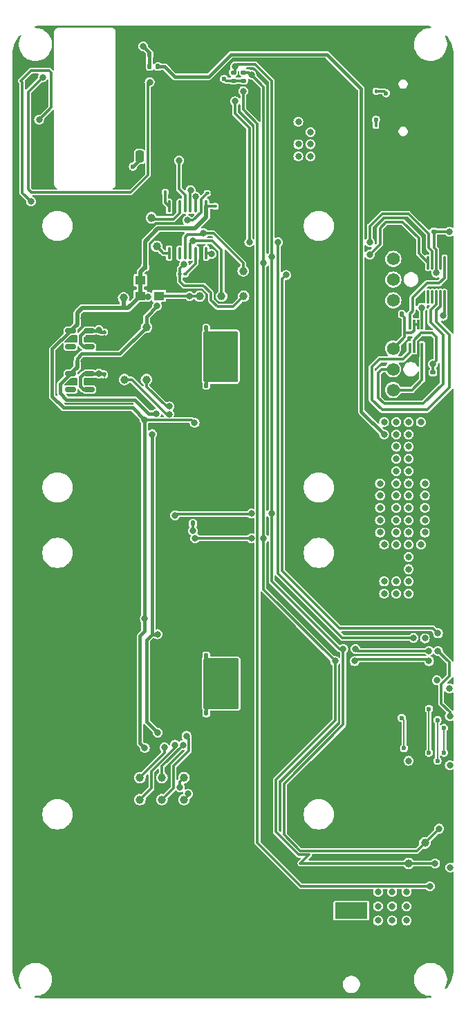
<source format=gbr>
%TF.GenerationSoftware,KiCad,Pcbnew,8.0.4*%
%TF.CreationDate,2024-11-04T18:40:42+01:00*%
%TF.ProjectId,BitForgeNano,42697446-6f72-4676-954e-616e6f2e6b69,rev?*%
%TF.SameCoordinates,Original*%
%TF.FileFunction,Copper,L6,Bot*%
%TF.FilePolarity,Positive*%
%FSLAX46Y46*%
G04 Gerber Fmt 4.6, Leading zero omitted, Abs format (unit mm)*
G04 Created by KiCad (PCBNEW 8.0.4) date 2024-11-04 18:40:42*
%MOMM*%
%LPD*%
G01*
G04 APERTURE LIST*
G04 Aperture macros list*
%AMRoundRect*
0 Rectangle with rounded corners*
0 $1 Rounding radius*
0 $2 $3 $4 $5 $6 $7 $8 $9 X,Y pos of 4 corners*
0 Add a 4 corners polygon primitive as box body*
4,1,4,$2,$3,$4,$5,$6,$7,$8,$9,$2,$3,0*
0 Add four circle primitives for the rounded corners*
1,1,$1+$1,$2,$3*
1,1,$1+$1,$4,$5*
1,1,$1+$1,$6,$7*
1,1,$1+$1,$8,$9*
0 Add four rect primitives between the rounded corners*
20,1,$1+$1,$2,$3,$4,$5,0*
20,1,$1+$1,$4,$5,$6,$7,0*
20,1,$1+$1,$6,$7,$8,$9,0*
20,1,$1+$1,$8,$9,$2,$3,0*%
G04 Aperture macros list end*
%TA.AperFunction,ComponentPad*%
%ADD10C,0.400000*%
%TD*%
%TA.AperFunction,SMDPad,CuDef*%
%ADD11RoundRect,0.100000X0.100000X-0.637500X0.100000X0.637500X-0.100000X0.637500X-0.100000X-0.637500X0*%
%TD*%
%TA.AperFunction,SMDPad,CuDef*%
%ADD12RoundRect,0.140000X0.140000X0.170000X-0.140000X0.170000X-0.140000X-0.170000X0.140000X-0.170000X0*%
%TD*%
%TA.AperFunction,SMDPad,CuDef*%
%ADD13RoundRect,0.250000X0.250000X0.475000X-0.250000X0.475000X-0.250000X-0.475000X0.250000X-0.475000X0*%
%TD*%
%TA.AperFunction,SMDPad,CuDef*%
%ADD14RoundRect,0.140000X-0.170000X0.140000X-0.170000X-0.140000X0.170000X-0.140000X0.170000X0.140000X0*%
%TD*%
%TA.AperFunction,SMDPad,CuDef*%
%ADD15RoundRect,0.140000X0.170000X-0.140000X0.170000X0.140000X-0.170000X0.140000X-0.170000X-0.140000X0*%
%TD*%
%TA.AperFunction,ComponentPad*%
%ADD16O,2.100000X1.000000*%
%TD*%
%TA.AperFunction,ComponentPad*%
%ADD17O,1.800000X1.000000*%
%TD*%
%TA.AperFunction,ComponentPad*%
%ADD18R,4.000000X2.000000*%
%TD*%
%TA.AperFunction,ComponentPad*%
%ADD19O,2.000000X3.500000*%
%TD*%
%TA.AperFunction,ComponentPad*%
%ADD20O,3.300000X2.000000*%
%TD*%
%TA.AperFunction,ComponentPad*%
%ADD21C,1.574800*%
%TD*%
%TA.AperFunction,SMDPad,CuDef*%
%ADD22C,1.000000*%
%TD*%
%TA.AperFunction,SMDPad,CuDef*%
%ADD23RoundRect,0.100000X-0.130000X-0.100000X0.130000X-0.100000X0.130000X0.100000X-0.130000X0.100000X0*%
%TD*%
%TA.AperFunction,SMDPad,CuDef*%
%ADD24RoundRect,0.135000X-0.185000X0.135000X-0.185000X-0.135000X0.185000X-0.135000X0.185000X0.135000X0*%
%TD*%
%TA.AperFunction,SMDPad,CuDef*%
%ADD25RoundRect,0.250000X0.325000X1.100000X-0.325000X1.100000X-0.325000X-1.100000X0.325000X-1.100000X0*%
%TD*%
%TA.AperFunction,SMDPad,CuDef*%
%ADD26RoundRect,0.150000X0.512500X0.150000X-0.512500X0.150000X-0.512500X-0.150000X0.512500X-0.150000X0*%
%TD*%
%TA.AperFunction,SMDPad,CuDef*%
%ADD27RoundRect,0.087500X0.087500X-0.725000X0.087500X0.725000X-0.087500X0.725000X-0.087500X-0.725000X0*%
%TD*%
%TA.AperFunction,SMDPad,CuDef*%
%ADD28RoundRect,0.135000X-0.135000X-0.185000X0.135000X-0.185000X0.135000X0.185000X-0.135000X0.185000X0*%
%TD*%
%TA.AperFunction,SMDPad,CuDef*%
%ADD29RoundRect,0.100000X-0.100000X0.130000X-0.100000X-0.130000X0.100000X-0.130000X0.100000X0.130000X0*%
%TD*%
%TA.AperFunction,SMDPad,CuDef*%
%ADD30RoundRect,0.087500X0.087500X-0.537500X0.087500X0.537500X-0.087500X0.537500X-0.087500X-0.537500X0*%
%TD*%
%TA.AperFunction,SMDPad,CuDef*%
%ADD31RoundRect,0.100000X0.130000X0.100000X-0.130000X0.100000X-0.130000X-0.100000X0.130000X-0.100000X0*%
%TD*%
%TA.AperFunction,SMDPad,CuDef*%
%ADD32RoundRect,0.100000X0.100000X-0.130000X0.100000X0.130000X-0.100000X0.130000X-0.100000X-0.130000X0*%
%TD*%
%TA.AperFunction,SMDPad,CuDef*%
%ADD33R,1.300000X1.100000*%
%TD*%
%TA.AperFunction,SMDPad,CuDef*%
%ADD34RoundRect,0.135000X0.185000X-0.135000X0.185000X0.135000X-0.185000X0.135000X-0.185000X-0.135000X0*%
%TD*%
%TA.AperFunction,ViaPad*%
%ADD35C,0.800000*%
%TD*%
%TA.AperFunction,ViaPad*%
%ADD36C,0.600000*%
%TD*%
%TA.AperFunction,Conductor*%
%ADD37C,0.300000*%
%TD*%
%TA.AperFunction,Conductor*%
%ADD38C,0.350000*%
%TD*%
%TA.AperFunction,Conductor*%
%ADD39C,0.400000*%
%TD*%
%TA.AperFunction,Conductor*%
%ADD40C,0.500000*%
%TD*%
%TA.AperFunction,Conductor*%
%ADD41C,0.200000*%
%TD*%
G04 APERTURE END LIST*
D10*
%TO.P,U12,41,PAD*%
%TO.N,GND*%
X94200000Y-126320000D03*
X92800000Y-126320000D03*
X91400000Y-126320000D03*
X95200000Y-127600000D03*
X94200000Y-127600000D03*
X92800000Y-127600000D03*
X91400000Y-127600000D03*
X90400000Y-127600000D03*
X94200000Y-128880000D03*
X92800000Y-128880000D03*
X91400000Y-128880000D03*
%TD*%
D11*
%TO.P,U1,1,DIR1*%
%TO.N,3V3*%
X69225000Y-74325000D03*
%TO.P,U1,2,DIR2*%
%TO.N,GND*%
X68575000Y-74325000D03*
%TO.P,U1,3,A1*%
%TO.N,Net-(U1-A1)*%
X67925000Y-74325000D03*
%TO.P,U1,4,A2*%
%TO.N,/Domain/I_CI*%
X67275000Y-74325000D03*
%TO.P,U1,5,A3*%
%TO.N,/Domain/I_NRSTI*%
X66625000Y-74325000D03*
%TO.P,U1,6,A4*%
%TO.N,unconnected-(U1-A4-Pad6)*%
X65975000Y-74325000D03*
%TO.P,U1,7,DIR3*%
%TO.N,GND*%
X65325000Y-74325000D03*
%TO.P,U1,8,DIR4*%
%TO.N,Net-(U1-DIR4)*%
X64675000Y-74325000D03*
%TO.P,U1,9,OE*%
%TO.N,Net-(U1-OE)*%
X64675000Y-68600000D03*
%TO.P,U1,10,GND*%
%TO.N,GND*%
X65325000Y-68600000D03*
%TO.P,U1,11,B4*%
%TO.N,Net-(U1-B4)*%
X65975000Y-68600000D03*
%TO.P,U1,12,B3*%
%TO.N,/RST*%
X66625000Y-68600000D03*
%TO.P,U1,13,B2*%
%TO.N,/TX*%
X67275000Y-68600000D03*
%TO.P,U1,14,B1*%
%TO.N,/RX*%
X67925000Y-68600000D03*
%TO.P,U1,15,VCCB*%
%TO.N,3V3*%
X68575000Y-68600000D03*
%TO.P,U1,16,VCCA*%
%TO.N,/Domain/1V2*%
X69225000Y-68600000D03*
%TD*%
D12*
%TO.P,C61,1*%
%TO.N,VDD*%
X69230000Y-129600000D03*
%TO.P,C61,2*%
%TO.N,GND*%
X68270000Y-129600000D03*
%TD*%
%TO.P,C60,1*%
%TO.N,VDD*%
X69230000Y-124600000D03*
%TO.P,C60,2*%
%TO.N,GND*%
X68270000Y-124600000D03*
%TD*%
%TO.P,C59,1*%
%TO.N,VDD*%
X69230000Y-123600000D03*
%TO.P,C59,2*%
%TO.N,GND*%
X68270000Y-123600000D03*
%TD*%
%TO.P,C58,1*%
%TO.N,VDD*%
X69230000Y-130600000D03*
%TO.P,C58,2*%
%TO.N,GND*%
X68270000Y-130600000D03*
%TD*%
D13*
%TO.P,C47,1*%
%TO.N,3V3*%
X61050000Y-62500000D03*
%TO.P,C47,2*%
%TO.N,GND*%
X59150000Y-62500000D03*
%TD*%
D12*
%TO.P,C46,1*%
%TO.N,+5V*%
X93180000Y-81800000D03*
%TO.P,C46,2*%
%TO.N,GND*%
X92220000Y-81800000D03*
%TD*%
D14*
%TO.P,C45,1*%
%TO.N,3V3*%
X97000000Y-88920000D03*
%TO.P,C45,2*%
%TO.N,GND*%
X97000000Y-89880000D03*
%TD*%
D12*
%TO.P,C42,1*%
%TO.N,3V3*%
X67580000Y-107400000D03*
%TO.P,C42,2*%
%TO.N,GND*%
X66620000Y-107400000D03*
%TD*%
%TO.P,C40,1*%
%TO.N,VDD*%
X69230000Y-90500000D03*
%TO.P,C40,2*%
%TO.N,GND*%
X68270000Y-90500000D03*
%TD*%
%TO.P,C39,1*%
%TO.N,VDD*%
X69230000Y-89500000D03*
%TO.P,C39,2*%
%TO.N,GND*%
X68270000Y-89500000D03*
%TD*%
%TO.P,C35,1*%
%TO.N,GND*%
X62700000Y-76000000D03*
%TO.P,C35,2*%
%TO.N,/Domain/1V2*%
X61740000Y-76000000D03*
%TD*%
%TO.P,C29,1*%
%TO.N,VDD*%
X69230000Y-83500000D03*
%TO.P,C29,2*%
%TO.N,GND*%
X68270000Y-83500000D03*
%TD*%
D15*
%TO.P,C21,1*%
%TO.N,3V3*%
X97100000Y-71680000D03*
%TO.P,C21,2*%
%TO.N,GND*%
X97100000Y-70720000D03*
%TD*%
D12*
%TO.P,C17,1*%
%TO.N,VDD*%
X69230000Y-84500000D03*
%TO.P,C17,2*%
%TO.N,GND*%
X68270000Y-84500000D03*
%TD*%
D16*
%TO.P,J5,S1,SHIELD*%
%TO.N,GND*%
X92830000Y-60845000D03*
D17*
X97010000Y-60845000D03*
D16*
X92830000Y-52205000D03*
D17*
X97010000Y-52205000D03*
%TD*%
D18*
%TO.P,J1,1*%
%TO.N,VIN*%
X87000000Y-154800000D03*
D19*
%TO.P,J1,2*%
%TO.N,GND*%
X82500000Y-161800000D03*
D20*
X87000000Y-160800000D03*
D19*
X91500000Y-161800000D03*
%TD*%
D21*
%TO.P,J8,1,Pin_1*%
%TO.N,GND*%
X92100000Y-83460000D03*
%TO.P,J8,2,Pin_2*%
%TO.N,+5V*%
X92100000Y-86000000D03*
%TO.P,J8,3,Pin_3*%
%TO.N,/Fan/FAN2_TACH*%
X92100000Y-88540000D03*
%TO.P,J8,4,Pin_4*%
%TO.N,/Fan/FAN2_PWM*%
X92100000Y-91080000D03*
%TD*%
%TO.P,J6,1,Pin_1*%
%TO.N,GND*%
X92138851Y-72479400D03*
%TO.P,J6,2,Pin_2*%
%TO.N,+5V*%
X92138851Y-75019400D03*
%TO.P,J6,3,Pin_3*%
%TO.N,/Fan/FAN1_TACH*%
X92138851Y-77559400D03*
%TO.P,J6,4,Pin_4*%
%TO.N,/Fan/FAN1_PWM*%
X92138851Y-80099400D03*
%TD*%
D22*
%TO.P,TP26,1,1*%
%TO.N,Net-(U9-TEMP_N)*%
X59200000Y-89800000D03*
%TD*%
%TO.P,TP20,1,1*%
%TO.N,Net-(U3-CO)*%
X66500000Y-141200000D03*
%TD*%
D23*
%TO.P,C32,1*%
%TO.N,/Domain/1V2*%
X53430000Y-82300000D03*
%TO.P,C32,2*%
%TO.N,GND*%
X54070000Y-82300000D03*
%TD*%
D24*
%TO.P,R25,1*%
%TO.N,/SCL*%
X72550000Y-52200000D03*
%TO.P,R25,2*%
%TO.N,3V3*%
X72550000Y-53220000D03*
%TD*%
D25*
%TO.P,C41,1*%
%TO.N,VDD*%
X70225000Y-87000000D03*
%TO.P,C41,2*%
%TO.N,GND*%
X67275000Y-87000000D03*
%TD*%
D22*
%TO.P,TP11,1,1*%
%TO.N,/Domain/I_NRSTI*%
X73750000Y-76500000D03*
%TD*%
%TO.P,TP22,1,1*%
%TO.N,Net-(U3-CLKO)*%
X63800000Y-141200000D03*
%TD*%
%TO.P,TP16,1,1*%
%TO.N,/SDA*%
X94000000Y-149000000D03*
%TD*%
%TO.P,TP12,1,1*%
%TO.N,Net-(U1-B4)*%
X62500000Y-70000000D03*
%TD*%
D26*
%TO.P,U6,1,VIN*%
%TO.N,+5V*%
X54887500Y-89100000D03*
%TO.P,U6,2,GND*%
%TO.N,GND*%
X54887500Y-90050000D03*
%TO.P,U6,3,EN*%
%TO.N,+5V*%
X54887500Y-91000000D03*
%TO.P,U6,4,PG*%
%TO.N,unconnected-(U6-PG-Pad4)*%
X52612500Y-91000000D03*
%TO.P,U6,5,VOUT*%
%TO.N,/Domain/0V8*%
X52612500Y-89100000D03*
%TD*%
D27*
%TO.P,U2,1,SMDATA*%
%TO.N,/SDA*%
X96400000Y-75487500D03*
%TO.P,U2,2,SMCLK*%
%TO.N,/SCL*%
X96900000Y-75487500D03*
%TO.P,U2,3,VDD*%
%TO.N,3V3*%
X97400000Y-75487500D03*
%TO.P,U2,4,GND*%
%TO.N,GND*%
X97900000Y-75487500D03*
%TO.P,U2,5,PWM1*%
%TO.N,/Fan/PWM1*%
X98400000Y-75487500D03*
%TO.P,U2,6,TACH1*%
%TO.N,/Fan/FAN1_TACH*%
X98400000Y-79712500D03*
%TO.P,U2,7,PWM2*%
%TO.N,/Fan/PWM2*%
X97900000Y-79712500D03*
%TO.P,U2,8,TACH2*%
%TO.N,/Fan/FAN2_TACH*%
X97400000Y-79712500D03*
%TO.P,U2,9,CLK*%
%TO.N,unconnected-(U2-CLK-Pad9)*%
X96900000Y-79712500D03*
%TO.P,U2,10,\u002AALERT*%
%TO.N,unconnected-(U2-\u002AALERT-Pad10)*%
X96400000Y-79712500D03*
%TD*%
D22*
%TO.P,TP9,1,1*%
%TO.N,/Domain/CLKI*%
X68400000Y-79600000D03*
%TD*%
%TO.P,TP27,1,1*%
%TO.N,Net-(U9-TEMP_P)*%
X61900000Y-89800000D03*
%TD*%
%TO.P,TP17,1,1*%
%TO.N,/SCL*%
X96000000Y-146500000D03*
%TD*%
%TO.P,TP25,1,1*%
%TO.N,Net-(U3-TEMP_P)*%
X61100000Y-138500000D03*
%TD*%
D23*
%TO.P,C34,1*%
%TO.N,/Domain/0V8*%
X53430000Y-87550000D03*
%TO.P,C34,2*%
%TO.N,GND*%
X54070000Y-87550000D03*
%TD*%
%TO.P,C50,1*%
%TO.N,3V3*%
X69335000Y-67000000D03*
%TO.P,C50,2*%
%TO.N,GND*%
X69975000Y-67000000D03*
%TD*%
D22*
%TO.P,TP21,1,1*%
%TO.N,Net-(U3-RI)*%
X66500000Y-138500000D03*
%TD*%
D28*
%TO.P,R14,1*%
%TO.N,/ESP32/VDD_SAMPLE_0*%
X62290000Y-51500000D03*
%TO.P,R14,2*%
%TO.N,VDD*%
X63310000Y-51500000D03*
%TD*%
D29*
%TO.P,C31,1*%
%TO.N,+5V*%
X56750000Y-83980000D03*
%TO.P,C31,2*%
%TO.N,GND*%
X56750000Y-84620000D03*
%TD*%
D30*
%TO.P,U23,1,B2Y*%
%TO.N,/Fan/FAN2_PWM*%
X95650000Y-85900000D03*
%TO.P,U23,2,GND*%
%TO.N,GND*%
X95150000Y-85900000D03*
%TO.P,U23,3,VCCA*%
%TO.N,3V3*%
X94650000Y-85900000D03*
%TO.P,U23,4,A2*%
%TO.N,/Fan/PWM2*%
X94150000Y-85900000D03*
%TO.P,U23,5,A1*%
%TO.N,/Fan/PWM1*%
X94150000Y-83100000D03*
%TO.P,U23,6,OE*%
%TO.N,+5V*%
X94650000Y-83100000D03*
%TO.P,U23,7,VCCB*%
X95150000Y-83100000D03*
%TO.P,U23,8,B1Y*%
%TO.N,/Fan/FAN1_PWM*%
X95650000Y-83100000D03*
%TD*%
D31*
%TO.P,R27,1*%
%TO.N,Net-(U1-A1)*%
X66620000Y-76900000D03*
%TO.P,R27,2*%
%TO.N,/Domain/I_RO*%
X65980000Y-76900000D03*
%TD*%
D29*
%TO.P,C33,1*%
%TO.N,+5V*%
X56750000Y-89230000D03*
%TO.P,C33,2*%
%TO.N,GND*%
X56750000Y-89870000D03*
%TD*%
D22*
%TO.P,TP18,1,1*%
%TO.N,Net-(U1-DIR4)*%
X63150000Y-73500000D03*
%TD*%
D31*
%TO.P,C15,1*%
%TO.N,GND*%
X70970000Y-68600000D03*
%TO.P,C15,2*%
%TO.N,/Domain/1V2*%
X70330000Y-68600000D03*
%TD*%
D32*
%TO.P,R31,1*%
%TO.N,Net-(U1-OE)*%
X64200000Y-66865000D03*
%TO.P,R31,2*%
%TO.N,GND*%
X64200000Y-66225000D03*
%TD*%
D33*
%TO.P,U11,1,EN*%
%TO.N,/Domain/1V2*%
X61150000Y-77650000D03*
%TO.P,U11,2,GND*%
%TO.N,GND*%
X63450000Y-77650000D03*
%TO.P,U11,3,OUT*%
%TO.N,/Domain/CLKI*%
X63450000Y-79550000D03*
%TO.P,U11,4,VIN*%
%TO.N,/Domain/1V2*%
X61150000Y-79550000D03*
%TD*%
D22*
%TO.P,TP8,1,1*%
%TO.N,/Domain/0V8*%
X61900000Y-83400000D03*
%TD*%
%TO.P,TP7,1,1*%
%TO.N,/Domain/1V2*%
X59100000Y-79800000D03*
%TD*%
%TO.P,TP23,1,1*%
%TO.N,Net-(U3-BO)*%
X63800000Y-138500000D03*
%TD*%
%TO.P,TP24,1,1*%
%TO.N,Net-(U3-TEMP_N)*%
X61100000Y-141200000D03*
%TD*%
D29*
%TO.P,R29,1*%
%TO.N,GND*%
X90000000Y-53860000D03*
%TO.P,R29,2*%
%TO.N,Net-(J5-CC2)*%
X90000000Y-54500000D03*
%TD*%
D25*
%TO.P,C64,1*%
%TO.N,VDD*%
X70225000Y-127100000D03*
%TO.P,C64,2*%
%TO.N,GND*%
X67275000Y-127100000D03*
%TD*%
D28*
%TO.P,R22,1*%
%TO.N,GND*%
X61250000Y-50030000D03*
%TO.P,R22,2*%
%TO.N,/ESP32/VDD_SAMPLE_0*%
X62270000Y-50030000D03*
%TD*%
D22*
%TO.P,TP6,1,1*%
%TO.N,/Domain/I_RO*%
X73800000Y-79600000D03*
%TD*%
D32*
%TO.P,R28,1*%
%TO.N,GND*%
X90000000Y-59320000D03*
%TO.P,R28,2*%
%TO.N,Net-(J5-CC1)*%
X90000000Y-58680000D03*
%TD*%
D34*
%TO.P,R26,1*%
%TO.N,3V3*%
X73800000Y-53220000D03*
%TO.P,R26,2*%
%TO.N,/SDA*%
X73800000Y-52200000D03*
%TD*%
D22*
%TO.P,TP10,1,1*%
%TO.N,/Domain/I_CI*%
X71100000Y-79600000D03*
%TD*%
D26*
%TO.P,U5,1,VIN*%
%TO.N,+5V*%
X54887500Y-83850000D03*
%TO.P,U5,2,GND*%
%TO.N,GND*%
X54887500Y-84800000D03*
%TO.P,U5,3,EN*%
%TO.N,+5V*%
X54887500Y-85750000D03*
%TO.P,U5,4,PG*%
%TO.N,unconnected-(U5-PG-Pad4)*%
X52612500Y-85750000D03*
%TO.P,U5,5,VOUT*%
%TO.N,/Domain/1V2*%
X52612500Y-83850000D03*
%TD*%
D35*
%TO.N,/Power/PGOOD*%
X79000000Y-77000000D03*
%TO.N,/Power/SMB_ALRT*%
X74500000Y-73000000D03*
X78000000Y-73000000D03*
%TO.N,GND*%
X99000000Y-145250000D03*
X99000000Y-143750000D03*
X99000000Y-142250000D03*
X99000000Y-140750000D03*
X99000000Y-139250000D03*
X87250000Y-146750000D03*
X87250000Y-145250000D03*
X87250000Y-143750000D03*
X87250000Y-142250000D03*
X87250000Y-140750000D03*
X87250000Y-139250000D03*
X87250000Y-137750000D03*
X87250000Y-136250000D03*
X87250000Y-134750000D03*
X87250000Y-133250000D03*
X87250000Y-131750000D03*
X89000000Y-102250000D03*
X89000000Y-107000000D03*
X89000000Y-100000000D03*
X89000000Y-104500000D03*
X89000000Y-98000000D03*
X89000000Y-96500000D03*
X87500000Y-96500000D03*
X87500000Y-98000000D03*
X87500000Y-99500000D03*
X87500000Y-101000000D03*
X87500000Y-102500000D03*
X87500000Y-104000000D03*
X87500000Y-105500000D03*
X87500000Y-107000000D03*
X87500000Y-108500000D03*
X99000000Y-67000000D03*
X94000000Y-67000000D03*
X84000000Y-57000000D03*
X89000000Y-52000000D03*
X79000000Y-52000000D03*
X84000000Y-52000000D03*
X79000000Y-47000000D03*
X89000000Y-47000000D03*
X84000000Y-47000000D03*
X84000000Y-77000000D03*
X94000000Y-162000000D03*
X84000000Y-137000000D03*
X79000000Y-162000000D03*
X79000000Y-157000000D03*
X79000000Y-152000000D03*
X59000000Y-162000000D03*
X64000000Y-162000000D03*
X74000000Y-162000000D03*
X69000000Y-162000000D03*
X54000000Y-162000000D03*
X59000000Y-157000000D03*
X49000000Y-157000000D03*
X64000000Y-157000000D03*
X74000000Y-157000000D03*
X69000000Y-157000000D03*
X54000000Y-157000000D03*
X59000000Y-152000000D03*
X49000000Y-152000000D03*
X64000000Y-152000000D03*
X74000000Y-152000000D03*
X69000000Y-152000000D03*
X54000000Y-152000000D03*
X49000000Y-147000000D03*
X54000000Y-147000000D03*
X69000000Y-142000000D03*
X74000000Y-137000000D03*
X74000000Y-142000000D03*
X74000000Y-147000000D03*
X69000000Y-147000000D03*
X64000000Y-147000000D03*
X59000000Y-147000000D03*
X59000000Y-142000000D03*
X64000000Y-117000000D03*
X64000000Y-112000000D03*
X64000000Y-107000000D03*
X64000000Y-97000000D03*
X64000000Y-102000000D03*
X59000000Y-102000000D03*
X59000000Y-112000000D03*
X49000000Y-82000000D03*
X49000000Y-87000000D03*
X49000000Y-92000000D03*
X59000000Y-72000000D03*
X54000000Y-77000000D03*
X59000000Y-77000000D03*
X49000000Y-77000000D03*
X54000000Y-97000000D03*
X59000000Y-97000000D03*
X49000000Y-97000000D03*
X54000000Y-137000000D03*
X59000000Y-137000000D03*
X49000000Y-137000000D03*
X54000000Y-132000000D03*
X59000000Y-132000000D03*
X49000000Y-132000000D03*
X54000000Y-127000000D03*
X59000000Y-127000000D03*
X49000000Y-127000000D03*
X54000000Y-122000000D03*
X59000000Y-122000000D03*
X49000000Y-122000000D03*
X54000000Y-117000000D03*
X59000000Y-117000000D03*
X49000000Y-117000000D03*
X59000000Y-107000000D03*
X54000000Y-107000000D03*
X49000000Y-107000000D03*
%TO.N,/SCL*%
X77250000Y-74750000D03*
%TO.N,/SDA*%
X89250000Y-74500000D03*
X76250000Y-75500000D03*
%TO.N,/SCL*%
X89250000Y-73000000D03*
%TO.N,/SDA*%
X76250000Y-109250000D03*
%TO.N,/SCL*%
X77250000Y-106200000D03*
X87500000Y-122750000D03*
X86000000Y-122750000D03*
%TO.N,/ESP32/INA_ALRT*%
X73750000Y-54500000D03*
%TO.N,/Power/SMB_ALRT*%
X94600000Y-121400000D03*
%TO.N,/ESP32/INA_ALRT*%
X96600000Y-151800000D03*
%TO.N,/SDA*%
X74750000Y-109212500D03*
%TO.N,/Power/SMB_ALRT*%
X72750000Y-55750000D03*
%TO.N,GND*%
X64500000Y-120300000D03*
X64600000Y-58700000D03*
X66000000Y-60100000D03*
X88500000Y-128000000D03*
X63100000Y-124500000D03*
X65100000Y-84400000D03*
X67100000Y-125700000D03*
X65100000Y-89500000D03*
X67100000Y-88300000D03*
X65100000Y-127000000D03*
X65100000Y-129500000D03*
X69306000Y-120300000D03*
X65100000Y-128300000D03*
X64100000Y-127000000D03*
X64100000Y-88300000D03*
X63100000Y-125700000D03*
X87250000Y-130250000D03*
X71400000Y-97987500D03*
X67100000Y-124500000D03*
X66100000Y-88300000D03*
X67400000Y-55900000D03*
X65100000Y-124500000D03*
X97916431Y-125529246D03*
X66100000Y-87000000D03*
X59400000Y-60500000D03*
X65100000Y-125700000D03*
X67100000Y-89500000D03*
X68100000Y-87000000D03*
X68800000Y-60100000D03*
X94800000Y-87325000D03*
X65100000Y-85700000D03*
X63500000Y-118305000D03*
X59000000Y-64200000D03*
X67100000Y-128300000D03*
X59000000Y-49100000D03*
X90000000Y-60000000D03*
X64600000Y-57300000D03*
X71500000Y-68600000D03*
X67100000Y-85700000D03*
X57400000Y-84620000D03*
X88500000Y-125000000D03*
X88500000Y-129250000D03*
X46000000Y-67750000D03*
X66100000Y-89500000D03*
X97900000Y-73400000D03*
X64600000Y-55900000D03*
X63100000Y-85700000D03*
X87250000Y-125750000D03*
X68100000Y-128300000D03*
X64100000Y-89500000D03*
X87250000Y-128750000D03*
X63500000Y-76000000D03*
X66000000Y-58700000D03*
X65400000Y-75700000D03*
X68800000Y-58700000D03*
X68250000Y-136850000D03*
X64600000Y-81800000D03*
X81000000Y-65750000D03*
X64100000Y-124500000D03*
X66100000Y-129500000D03*
X70500000Y-138100000D03*
X64500000Y-92100000D03*
X68945000Y-98080000D03*
X63100000Y-88300000D03*
X70300000Y-75750000D03*
X63100000Y-129500000D03*
X68100000Y-125700000D03*
X54800000Y-82300000D03*
X69500000Y-92800000D03*
X64600000Y-60100000D03*
X63100000Y-89500000D03*
X63100000Y-128300000D03*
X66100000Y-128300000D03*
X69206000Y-81800000D03*
X64100000Y-84400000D03*
X65100000Y-87000000D03*
X67400000Y-58700000D03*
X66000000Y-57300000D03*
X66100000Y-84400000D03*
X68800000Y-57300000D03*
X66100000Y-127000000D03*
X61200000Y-50900000D03*
X64100000Y-85700000D03*
X63100000Y-84400000D03*
X68100000Y-85700000D03*
X88500000Y-126500000D03*
X66100000Y-125700000D03*
X63100000Y-127000000D03*
X66000000Y-55900000D03*
X67400000Y-60100000D03*
X70500000Y-115855000D03*
X65375000Y-67300000D03*
X64100000Y-129500000D03*
X64100000Y-87000000D03*
X66400000Y-108300000D03*
X67100000Y-84400000D03*
X68100000Y-127000000D03*
X66100000Y-124500000D03*
X87250000Y-127250000D03*
X67400000Y-57300000D03*
X65100000Y-88300000D03*
X90000000Y-53200000D03*
X64100000Y-125700000D03*
X66100000Y-85700000D03*
X68100000Y-88300000D03*
X67100000Y-129500000D03*
X97100000Y-69900000D03*
X63100000Y-87000000D03*
X64100000Y-128300000D03*
%TO.N,VDD*%
X92500000Y-110000000D03*
X72600000Y-84500000D03*
X91000000Y-110000000D03*
X70600000Y-128300000D03*
X96000000Y-104000000D03*
X95500000Y-110000000D03*
X90500000Y-105500000D03*
X90500000Y-108500000D03*
X91000000Y-96500000D03*
X71600000Y-128300000D03*
X69600000Y-128300000D03*
X71600000Y-85680000D03*
X92500000Y-116000000D03*
X94000000Y-110000000D03*
X94000000Y-108500000D03*
X71600000Y-87000000D03*
X70600000Y-124500000D03*
X70600000Y-89500000D03*
X69600000Y-127000000D03*
X90500000Y-107000000D03*
X94000000Y-104000000D03*
X69600000Y-85680000D03*
X96000000Y-102500000D03*
X72600000Y-128300000D03*
X72600000Y-87000000D03*
X94000000Y-99500000D03*
X70600000Y-88300000D03*
X94000000Y-113000000D03*
X92500000Y-108500000D03*
X70600000Y-84400000D03*
X92500000Y-102500000D03*
X70600000Y-85680000D03*
X92500000Y-95000000D03*
X72600000Y-88300000D03*
X72600000Y-85700000D03*
X94000000Y-96500000D03*
X92500000Y-104000000D03*
X96000000Y-107000000D03*
X71600000Y-124500000D03*
X92500000Y-105500000D03*
X92500000Y-114500000D03*
X94000000Y-116000000D03*
X70600000Y-127000000D03*
X72600000Y-89500000D03*
X91000000Y-114500000D03*
X92500000Y-99500000D03*
X91000000Y-95000000D03*
X71600000Y-89500000D03*
X91000000Y-116000000D03*
X94000000Y-95000000D03*
X94000000Y-105500000D03*
X94000000Y-107000000D03*
X72600000Y-129500000D03*
X94000000Y-111500000D03*
X69600000Y-88300000D03*
X70600000Y-129500000D03*
X94000000Y-98000000D03*
X71600000Y-127000000D03*
X72600000Y-125700000D03*
X92500000Y-107000000D03*
X90500000Y-102500000D03*
X92500000Y-101000000D03*
X94000000Y-101000000D03*
X72600000Y-124500000D03*
X71600000Y-125700000D03*
X69600000Y-125700000D03*
X69600000Y-87000000D03*
X96000000Y-105500000D03*
X71600000Y-129500000D03*
X94000000Y-114500000D03*
X92500000Y-98000000D03*
X70600000Y-87000000D03*
X94000000Y-102500000D03*
X96000000Y-108500000D03*
X92500000Y-96500000D03*
X72600000Y-127000000D03*
X99000000Y-127600000D03*
X71600000Y-84400000D03*
X90500000Y-104000000D03*
X95500000Y-95000000D03*
X71600000Y-88300000D03*
X70600000Y-125700000D03*
%TO.N,/Domain/0V8*%
X63280000Y-133000000D03*
X62600000Y-96487500D03*
X63260000Y-120955000D03*
X63100000Y-93987500D03*
X63200000Y-80800000D03*
D36*
%TO.N,Net-(J5-CC1)*%
X90000000Y-58000000D03*
%TO.N,Net-(J5-CC2)*%
X91250000Y-54750000D03*
D35*
%TO.N,/ESP32/IO0*%
X49200000Y-52800000D03*
X62300000Y-53400000D03*
%TO.N,/Domain/1V2*%
X61700000Y-134900000D03*
X62100000Y-79650000D03*
X61670000Y-94737500D03*
X67797488Y-95102512D03*
X61700000Y-119055000D03*
%TO.N,/Power/AGND*%
X99050000Y-137000000D03*
X97457193Y-126607193D03*
X94000000Y-136450000D03*
%TO.N,Net-(U3-RI)*%
X66000000Y-139700000D03*
%TO.N,Net-(U12-BP1V5)*%
X97600000Y-123000000D03*
X99050000Y-131000000D03*
D36*
%TO.N,Net-(U12-EN{slash}UVLO)*%
X93150000Y-131200000D03*
X93450000Y-134900000D03*
D35*
%TO.N,/Domain/I_RO*%
X66500000Y-75700000D03*
%TO.N,/Domain/CLKI*%
X67198000Y-79600000D03*
%TO.N,/TX*%
X67300000Y-66600000D03*
%TO.N,/RX*%
X67917500Y-67400000D03*
%TO.N,/RST*%
X65900000Y-63000000D03*
%TO.N,/Domain/I_CI*%
X67600000Y-72850000D03*
%TO.N,/Domain/I_NRSTI*%
X68900000Y-71900000D03*
D36*
%TO.N,Net-(U12-MSEL1)*%
X96500000Y-135450000D03*
X96500000Y-130100000D03*
D35*
%TO.N,GND*%
X57400000Y-89850000D03*
X54750000Y-87550000D03*
%TO.N,/ESP32/VDD_SAMPLE_0*%
X61500000Y-49000000D03*
%TO.N,/Fan/FAN1_TACH*%
X98200000Y-82000000D03*
%TO.N,/Fan/FAN1_PWM*%
X95600000Y-81000000D03*
D36*
%TO.N,Net-(U12-ADRSEL)*%
X97540000Y-136450000D03*
X97540000Y-131450000D03*
%TO.N,Net-(U12-VSEL)*%
X98330000Y-132432407D03*
X98330000Y-135450000D03*
D35*
%TO.N,/SCL*%
X74750000Y-106200000D03*
X96500000Y-123000000D03*
X65400000Y-106400000D03*
X97750000Y-144750000D03*
X72750000Y-51500000D03*
%TO.N,/SDA*%
X85000000Y-124250000D03*
X67875000Y-109212500D03*
X74750000Y-52500000D03*
X96500000Y-124250000D03*
X97250000Y-149000000D03*
X87400000Y-124250000D03*
%TO.N,GND*%
X80439800Y-55800000D03*
%TO.N,VIN*%
X93750000Y-152500000D03*
X93750000Y-154250000D03*
X90250000Y-152500000D03*
X92000000Y-152500000D03*
X92000000Y-154250000D03*
X90250000Y-156000000D03*
X90250000Y-154250000D03*
X92000000Y-156000000D03*
X93750000Y-156000000D03*
%TO.N,Net-(U3-CO)*%
X67000000Y-140500000D03*
%TO.N,Net-(U3-CLKO)*%
X66800000Y-133400000D03*
%TO.N,Net-(U3-BO)*%
X66400000Y-134500000D03*
%TO.N,Net-(U3-TEMP_N)*%
X65400000Y-134500000D03*
%TO.N,3V3*%
X67600000Y-108300000D03*
X66900000Y-70300000D03*
D36*
X71400000Y-53000000D03*
D35*
X82000000Y-62500000D03*
X48750000Y-58000000D03*
X97000000Y-87900000D03*
X97400000Y-76750000D03*
D36*
X60250000Y-63750000D03*
D35*
X99100000Y-149500000D03*
X80500000Y-61000000D03*
X47750000Y-68000000D03*
X96000000Y-121450000D03*
X69850000Y-74450000D03*
X82000000Y-59500000D03*
X80500000Y-62500000D03*
X82000000Y-61000000D03*
X99000000Y-71700000D03*
%TO.N,Net-(U3-TEMP_P)*%
X64100000Y-134800000D03*
%TO.N,+5V*%
X80500000Y-58250000D03*
X56075000Y-83750000D03*
X56075000Y-89050000D03*
%TO.N,/Power/PGOOD*%
X97600000Y-120850000D03*
%TO.N,Net-(U9-TEMP_N)*%
X64700000Y-94037500D03*
%TO.N,Net-(U9-TEMP_P)*%
X64700000Y-93087497D03*
%TD*%
D37*
%TO.N,/Power/PGOOD*%
X79000000Y-77000000D02*
X78500000Y-77500000D01*
X78500000Y-77500000D02*
X78500000Y-113181802D01*
X85568198Y-120250000D02*
X97000000Y-120250000D01*
X97000000Y-120250000D02*
X97600000Y-120850000D01*
X78500000Y-113181802D02*
X85568198Y-120250000D01*
%TO.N,/Power/SMB_ALRT*%
X78000000Y-73000000D02*
X78000000Y-113500000D01*
X78000000Y-113500000D02*
X85900000Y-121400000D01*
X85900000Y-121400000D02*
X94600000Y-121400000D01*
%TO.N,/SCL*%
X77250000Y-106200000D02*
X77250000Y-114500000D01*
X77250000Y-114500000D02*
X85500000Y-122750000D01*
X85500000Y-122750000D02*
X86000000Y-122750000D01*
X77250000Y-74750000D02*
X77250000Y-53250000D01*
X77250000Y-53250000D02*
X75250000Y-51250000D01*
X75250000Y-51250000D02*
X73000000Y-51250000D01*
X73000000Y-51250000D02*
X72750000Y-51500000D01*
X77250000Y-74750000D02*
X77250000Y-106200000D01*
%TO.N,/SDA*%
X76250000Y-75500000D02*
X76250000Y-54000000D01*
X76250000Y-54000000D02*
X74750000Y-52500000D01*
X76250000Y-75500000D02*
X76250000Y-109250000D01*
%TO.N,/Power/SMB_ALRT*%
X74500000Y-73000000D02*
X74500000Y-59000000D01*
X72750000Y-57250000D02*
X72750000Y-55750000D01*
X74500000Y-59000000D02*
X72750000Y-57250000D01*
%TO.N,/SDA*%
X76250000Y-109250000D02*
X76250000Y-115500000D01*
X76250000Y-115500000D02*
X85000000Y-124250000D01*
D38*
%TO.N,/SCL*%
X65537500Y-106262500D02*
X65400000Y-106400000D01*
D37*
X74750000Y-106200000D02*
X74700000Y-106250000D01*
D38*
X74750000Y-106200000D02*
X74687500Y-106262500D01*
D37*
%TO.N,/SDA*%
X74750000Y-109212500D02*
X67875000Y-109212500D01*
%TO.N,/ESP32/INA_ALRT*%
X96600000Y-151800000D02*
X80800000Y-151800000D01*
X80800000Y-151800000D02*
X75500000Y-146500000D01*
X75500000Y-58500000D02*
X73750000Y-56750000D01*
X75500000Y-146500000D02*
X75500000Y-58500000D01*
X73750000Y-56750000D02*
X73750000Y-54500000D01*
%TO.N,/SDA*%
X90500000Y-73250000D02*
X89250000Y-74500000D01*
X90500000Y-73000000D02*
X90500000Y-73250000D01*
%TO.N,/SCL*%
X89250000Y-71000000D02*
X89250000Y-73000000D01*
X96900000Y-74097057D02*
X96900000Y-75487500D01*
X96490000Y-71990000D02*
X96490000Y-73687057D01*
X90750000Y-69500000D02*
X94000000Y-69500000D01*
X89250000Y-71000000D02*
X90750000Y-69500000D01*
X94000000Y-69500000D02*
X96490000Y-71990000D01*
X96490000Y-73687057D02*
X96900000Y-74097057D01*
%TO.N,/SDA*%
X90500000Y-73000000D02*
X90500000Y-71250000D01*
X90500000Y-71250000D02*
X91250000Y-70500000D01*
X91250000Y-70500000D02*
X93250000Y-70500000D01*
X95250000Y-72500000D02*
X95250000Y-74337500D01*
X93250000Y-70500000D02*
X95250000Y-72500000D01*
X95250000Y-74337500D02*
X96400000Y-75487500D01*
D39*
%TO.N,VDD*%
X63310000Y-51500000D02*
X64100000Y-51500000D01*
X72250000Y-50000000D02*
X84000000Y-50000000D01*
X88200000Y-93700000D02*
X91000000Y-96500000D01*
X64100000Y-51500000D02*
X65350000Y-52750000D01*
X84000000Y-50000000D02*
X88200000Y-54200000D01*
X65350000Y-52750000D02*
X69500000Y-52750000D01*
X69500000Y-52750000D02*
X72250000Y-50000000D01*
X88200000Y-54200000D02*
X88200000Y-93700000D01*
D37*
%TO.N,/SCL*%
X87750000Y-123000000D02*
X87500000Y-122750000D01*
X96500000Y-123000000D02*
X87750000Y-123000000D01*
%TO.N,/Domain/I_NRSTI*%
X68900000Y-71900000D02*
X70100000Y-71900000D01*
X70100000Y-71900000D02*
X73750000Y-75550000D01*
X73750000Y-75550000D02*
X73750000Y-76500000D01*
%TO.N,Net-(U12-BP1V5)*%
X97600000Y-123000000D02*
X99000000Y-124400000D01*
X99000000Y-124400000D02*
X99000000Y-126100000D01*
X98000000Y-127100000D02*
X98000000Y-129450000D01*
X99000000Y-126100000D02*
X98000000Y-127100000D01*
X98000000Y-129450000D02*
X99050000Y-130500000D01*
X99050000Y-130500000D02*
X99050000Y-131000000D01*
%TO.N,/SDA*%
X96500000Y-124250000D02*
X96250000Y-124000000D01*
X96250000Y-124000000D02*
X87650000Y-124000000D01*
X87650000Y-124000000D02*
X87400000Y-124250000D01*
%TO.N,GND*%
X68575000Y-74325000D02*
X68575000Y-75575000D01*
D40*
X61250000Y-50850000D02*
X61200000Y-50900000D01*
D37*
X66400000Y-108300000D02*
X66400000Y-107620000D01*
D40*
X63450000Y-76050000D02*
X63500000Y-76000000D01*
D39*
X68270000Y-130600000D02*
X68270000Y-129670000D01*
D38*
X97100000Y-70720000D02*
X97100000Y-69900000D01*
D39*
X68270000Y-123600000D02*
X68270000Y-124600000D01*
D37*
X65325000Y-74325000D02*
X65400000Y-74400000D01*
D39*
X68300000Y-136800000D02*
X68250000Y-136850000D01*
X54800000Y-82300000D02*
X54070000Y-82300000D01*
X54887500Y-84800000D02*
X56570000Y-84800000D01*
D40*
X90000000Y-59320000D02*
X90000000Y-60000000D01*
D39*
X68270000Y-124600000D02*
X67370000Y-125500000D01*
D40*
X59150000Y-60750000D02*
X59150000Y-62500000D01*
D37*
X65400000Y-74400000D02*
X65400000Y-75700000D01*
D38*
X94800000Y-87325000D02*
X95150000Y-86975000D01*
D40*
X90000000Y-53860000D02*
X90000000Y-53200000D01*
D37*
X66400000Y-107620000D02*
X66620000Y-107400000D01*
D40*
X63450000Y-77650000D02*
X63450000Y-76050000D01*
D37*
X65375000Y-68550000D02*
X65325000Y-68600000D01*
X68750000Y-75750000D02*
X70300000Y-75750000D01*
D39*
X68270000Y-129670000D02*
X67100000Y-128500000D01*
D38*
X95150000Y-86975000D02*
X95150000Y-85900000D01*
D37*
X65220000Y-66620000D02*
X64800000Y-66200000D01*
X64775000Y-66225000D02*
X64200000Y-66225000D01*
X65220000Y-67145000D02*
X65220000Y-66620000D01*
D40*
X59400000Y-60500000D02*
X59150000Y-60750000D01*
D37*
X65375000Y-67300000D02*
X65375000Y-68550000D01*
D40*
X68270000Y-83550000D02*
X68270000Y-85330000D01*
X61250000Y-50030000D02*
X61250000Y-50850000D01*
D39*
X57400000Y-84620000D02*
X56750000Y-84620000D01*
D37*
X65220000Y-67145000D02*
X65375000Y-67300000D01*
D40*
X68270000Y-85330000D02*
X68100000Y-85500000D01*
X68270000Y-88670000D02*
X68100000Y-88500000D01*
D37*
X64800000Y-66200000D02*
X64775000Y-66225000D01*
D39*
X68300000Y-132130000D02*
X68270000Y-132100000D01*
D40*
X68270000Y-90600000D02*
X68270000Y-88670000D01*
D37*
X71020000Y-68600000D02*
X71500000Y-68600000D01*
D39*
X56570000Y-84800000D02*
X56750000Y-84620000D01*
D37*
X71500000Y-68600000D02*
X71500000Y-68525000D01*
X71500000Y-68525000D02*
X69975000Y-67000000D01*
D39*
X67370000Y-125500000D02*
X67100000Y-125500000D01*
D37*
X68575000Y-75575000D02*
X68750000Y-75750000D01*
D40*
X62700000Y-76000000D02*
X63500000Y-76000000D01*
D38*
X97900000Y-75487500D02*
X97900000Y-73400000D01*
D39*
X68300000Y-136800000D02*
X68300000Y-132130000D01*
%TO.N,VDD*%
X69230000Y-83550000D02*
X69230000Y-85310000D01*
X69230000Y-88670000D02*
X69600000Y-88300000D01*
X69230000Y-85310000D02*
X69600000Y-85680000D01*
X69230000Y-90600000D02*
X69230000Y-88670000D01*
X69230000Y-123600000D02*
X69230000Y-125330000D01*
X69230000Y-128670000D02*
X69600000Y-128300000D01*
X69230000Y-130600000D02*
X69230000Y-128670000D01*
X69600000Y-125700000D02*
X69600000Y-125500000D01*
X69230000Y-125330000D02*
X69600000Y-125700000D01*
%TO.N,/Domain/0V8*%
X60450000Y-92250000D02*
X52173658Y-92250000D01*
D40*
X53430000Y-88282500D02*
X52612500Y-89100000D01*
D39*
X61900000Y-131620000D02*
X61900000Y-121655000D01*
X61900000Y-82250000D02*
X61900000Y-83400000D01*
X63280000Y-133000000D02*
X61900000Y-131620000D01*
X52612500Y-89100000D02*
X52450000Y-89100000D01*
X62187500Y-93987500D02*
X60450000Y-92250000D01*
X63200000Y-80800000D02*
X61900000Y-82100000D01*
D40*
X53430000Y-87550000D02*
X53430000Y-88282500D01*
D39*
X62600000Y-116200000D02*
X62600000Y-96487500D01*
X53430000Y-87170000D02*
X53430000Y-87550000D01*
X52123658Y-92250000D02*
X51350000Y-91476342D01*
X51350000Y-90312500D02*
X52562500Y-89100000D01*
X62600000Y-120955000D02*
X62600000Y-114755000D01*
X58650000Y-86650000D02*
X53950000Y-86650000D01*
X61900000Y-121655000D02*
X62600000Y-120955000D01*
X63100000Y-93987500D02*
X62187500Y-93987500D01*
X61900000Y-83400000D02*
X58650000Y-86650000D01*
X51350000Y-91476342D02*
X51350000Y-90312500D01*
X61900000Y-82100000D02*
X61900000Y-82250000D01*
X53950000Y-86650000D02*
X53430000Y-87170000D01*
X62600000Y-120955000D02*
X63260000Y-120955000D01*
D37*
%TO.N,Net-(J5-CC1)*%
X90000000Y-58000000D02*
X90000000Y-58680000D01*
%TO.N,Net-(J5-CC2)*%
X91000000Y-54500000D02*
X91250000Y-54750000D01*
X90000000Y-54500000D02*
X91000000Y-54500000D01*
%TO.N,/ESP32/IO0*%
X62100000Y-53600000D02*
X62100000Y-64763604D01*
X62100000Y-64763604D02*
X59963604Y-66900000D01*
X47400000Y-66500000D02*
X47400000Y-54600000D01*
X59963604Y-66900000D02*
X47800000Y-66900000D01*
X47800000Y-66900000D02*
X47400000Y-66500000D01*
X47400000Y-54600000D02*
X49200000Y-52800000D01*
X62300000Y-53400000D02*
X62100000Y-53600000D01*
%TO.N,/Domain/1V2*%
X70380000Y-68600000D02*
X69225000Y-68600000D01*
X67432476Y-94737500D02*
X61670000Y-94737500D01*
D40*
X67850000Y-71300000D02*
X69225000Y-69925000D01*
D39*
X61670000Y-94737500D02*
X60182500Y-93250000D01*
X61250000Y-79650000D02*
X62100000Y-79650000D01*
D40*
X61740000Y-72860000D02*
X63300000Y-71300000D01*
X54000000Y-81050000D02*
X53430000Y-81620000D01*
D39*
X61100000Y-134300000D02*
X61700000Y-134900000D01*
D40*
X61150000Y-76590000D02*
X61740000Y-76000000D01*
D39*
X51750000Y-93250000D02*
X50350000Y-91850000D01*
D37*
X67797488Y-95102512D02*
X67432476Y-94737500D01*
D39*
X61150000Y-79550000D02*
X61250000Y-79650000D01*
D37*
X61670000Y-119025000D02*
X61700000Y-119055000D01*
D40*
X61150000Y-79550000D02*
X61150000Y-77650000D01*
X69225000Y-69925000D02*
X69225000Y-68600000D01*
D39*
X61670000Y-120470000D02*
X61670000Y-94737500D01*
D40*
X59100000Y-81050000D02*
X54000000Y-81050000D01*
X59100000Y-81050000D02*
X59100000Y-79800000D01*
X63300000Y-71300000D02*
X67850000Y-71300000D01*
X61150000Y-77650000D02*
X61150000Y-76590000D01*
X53430000Y-83032500D02*
X52612500Y-83850000D01*
X59650000Y-81050000D02*
X59100000Y-81050000D01*
X61150000Y-79550000D02*
X59650000Y-81050000D01*
D39*
X50350000Y-86062500D02*
X52562500Y-83850000D01*
X61100000Y-121200000D02*
X61100000Y-134300000D01*
D40*
X61740000Y-76000000D02*
X61740000Y-72860000D01*
D39*
X61700000Y-120600000D02*
X61100000Y-121200000D01*
X50350000Y-91850000D02*
X50350000Y-86062500D01*
D40*
X53430000Y-81620000D02*
X53430000Y-83032500D01*
D39*
X60182500Y-93250000D02*
X51800000Y-93250000D01*
D37*
%TO.N,Net-(U3-RI)*%
X66000000Y-139700000D02*
X66000000Y-139000000D01*
X66000000Y-139000000D02*
X66500000Y-138500000D01*
D41*
%TO.N,Net-(U12-EN{slash}UVLO)*%
X93150000Y-131200000D02*
X93450000Y-131500000D01*
X93450000Y-131500000D02*
X93450000Y-134900000D01*
D37*
%TO.N,/Domain/I_RO*%
X66500000Y-78300000D02*
X66000000Y-77800000D01*
X67000000Y-78300000D02*
X66500000Y-78300000D01*
X72500000Y-80900000D02*
X72400000Y-80900000D01*
X68900000Y-78300000D02*
X67000000Y-78300000D01*
X69800000Y-79200000D02*
X68900000Y-78300000D01*
X72400000Y-80900000D02*
X70600000Y-80900000D01*
X66000000Y-77800000D02*
X66000000Y-76200000D01*
X73800000Y-79600000D02*
X72500000Y-80900000D01*
X69800000Y-80100000D02*
X69800000Y-79200000D01*
X70600000Y-80900000D02*
X69800000Y-80100000D01*
X66000000Y-76200000D02*
X66500000Y-75700000D01*
%TO.N,/Domain/CLKI*%
X66850000Y-79550000D02*
X63450000Y-79550000D01*
X66900000Y-79600000D02*
X66850000Y-79550000D01*
X66900000Y-79600000D02*
X68400000Y-79600000D01*
%TO.N,/TX*%
X67217500Y-66682500D02*
X67217500Y-68542500D01*
X67217500Y-68542500D02*
X67275000Y-68600000D01*
X67300000Y-66600000D02*
X67217500Y-66682500D01*
%TO.N,/RX*%
X67917500Y-67400000D02*
X67952500Y-67435000D01*
X67917500Y-68592500D02*
X67925000Y-68600000D01*
X67917500Y-67400000D02*
X67917500Y-68592500D01*
%TO.N,/RST*%
X66625000Y-67275000D02*
X66625000Y-68600000D01*
X65900000Y-66500000D02*
X65900000Y-63000000D01*
X66650000Y-67250000D02*
X65900000Y-66500000D01*
X66650000Y-67250000D02*
X66625000Y-67275000D01*
%TO.N,/Domain/I_CI*%
X67600000Y-72850000D02*
X70000000Y-72850000D01*
X67275000Y-73175000D02*
X67275000Y-74325000D01*
X70000000Y-72850000D02*
X71100000Y-73950000D01*
X67600000Y-72850000D02*
X67275000Y-73175000D01*
X71100000Y-73950000D02*
X71100000Y-79600000D01*
%TO.N,/Domain/I_NRSTI*%
X66625000Y-72375000D02*
X66950000Y-72050000D01*
X68750000Y-72050000D02*
X68900000Y-71900000D01*
X66625000Y-74325000D02*
X66625000Y-72375000D01*
X66950000Y-72050000D02*
X68750000Y-72050000D01*
D41*
%TO.N,Net-(U12-MSEL1)*%
X96500000Y-135450000D02*
X96500000Y-130100000D01*
D39*
%TO.N,GND*%
X54887500Y-90050000D02*
X56570000Y-90050000D01*
X54070000Y-87550000D02*
X54750000Y-87550000D01*
X57380000Y-89870000D02*
X56750000Y-89870000D01*
X57400000Y-89850000D02*
X57380000Y-89870000D01*
X56570000Y-90050000D02*
X56750000Y-89870000D01*
%TO.N,/ESP32/VDD_SAMPLE_0*%
X62290000Y-51500000D02*
X62270000Y-51480000D01*
X61500000Y-49000000D02*
X62270000Y-49770000D01*
X62270000Y-51480000D02*
X62270000Y-50030000D01*
X62270000Y-49770000D02*
X62270000Y-50030000D01*
D38*
%TO.N,/Fan/FAN1_TACH*%
X98200000Y-82000000D02*
X98400000Y-81800000D01*
X98400000Y-81800000D02*
X98400000Y-79712500D01*
%TO.N,/Fan/FAN1_PWM*%
X95650000Y-83100000D02*
X95650000Y-80950000D01*
X95650000Y-80950000D02*
X95600000Y-81000000D01*
%TO.N,/Fan/FAN2_TACH*%
X97400000Y-80610788D02*
X96700000Y-81310788D01*
X90250000Y-92000000D02*
X90250000Y-89000000D01*
X97400000Y-79712500D02*
X97400000Y-80610788D01*
X98200000Y-90300000D02*
X95750000Y-92750000D01*
X95750000Y-92750000D02*
X91000000Y-92750000D01*
X96700000Y-81310788D02*
X96700000Y-82800000D01*
X90250000Y-89000000D02*
X90710000Y-88540000D01*
X96700000Y-82800000D02*
X98200000Y-84300000D01*
X98200000Y-84300000D02*
X98200000Y-90300000D01*
X91000000Y-92750000D02*
X90250000Y-92000000D01*
X90710000Y-88540000D02*
X92100000Y-88540000D01*
%TO.N,/Fan/FAN2_PWM*%
X95650000Y-89850000D02*
X94420000Y-91080000D01*
X95650000Y-85900000D02*
X95650000Y-89850000D01*
X94420000Y-91080000D02*
X92100000Y-91080000D01*
D41*
%TO.N,Net-(U12-ADRSEL)*%
X97540000Y-136450000D02*
X97540000Y-131450000D01*
%TO.N,Net-(U12-VSEL)*%
X98330000Y-135450000D02*
X98330000Y-132432407D01*
D37*
%TO.N,/SCL*%
X72750000Y-51500000D02*
X72750000Y-52000000D01*
X72750000Y-52000000D02*
X72550000Y-52200000D01*
%TO.N,/SDA*%
X74750000Y-52500000D02*
X74450000Y-52200000D01*
X74450000Y-52200000D02*
X73800000Y-52200000D01*
%TO.N,Net-(U3-CO)*%
X67000000Y-140500000D02*
X67000000Y-140700000D01*
X67000000Y-140700000D02*
X66500000Y-141200000D01*
%TO.N,Net-(U3-CLKO)*%
X65200000Y-139800000D02*
X63800000Y-141200000D01*
X66800000Y-133400000D02*
X67100000Y-133700000D01*
X67100000Y-135200000D02*
X65200000Y-137100000D01*
X65200000Y-137100000D02*
X65200000Y-139800000D01*
X67100000Y-133700000D02*
X67100000Y-135200000D01*
D38*
%TO.N,/Fan/PWM2*%
X94150000Y-86450000D02*
X94150000Y-85900000D01*
X97900000Y-80817895D02*
X97400000Y-81317895D01*
X96250000Y-93500000D02*
X90750000Y-93500000D01*
X90450000Y-87300000D02*
X93300000Y-87300000D01*
X90750000Y-93500000D02*
X89500000Y-92250000D01*
X97400000Y-81317895D02*
X97400000Y-82700000D01*
X93300000Y-87300000D02*
X94150000Y-86450000D01*
X89500000Y-92250000D02*
X89500000Y-88250000D01*
X89500000Y-88250000D02*
X90450000Y-87300000D01*
X97900000Y-79712500D02*
X97900000Y-80817895D01*
X99000000Y-90750000D02*
X96250000Y-93500000D01*
X99000000Y-84300000D02*
X99000000Y-90750000D01*
X97400000Y-82700000D02*
X99000000Y-84300000D01*
%TO.N,/Fan/PWM1*%
X97750000Y-78000000D02*
X96250000Y-78000000D01*
X94150000Y-81750000D02*
X94500000Y-81400000D01*
X98400000Y-77350000D02*
X97750000Y-78000000D01*
X94150000Y-83100000D02*
X94150000Y-81750000D01*
X94500000Y-79750000D02*
X94500000Y-81400000D01*
X98400000Y-75487500D02*
X98400000Y-77350000D01*
X96250000Y-78000000D02*
X94500000Y-79750000D01*
D37*
%TO.N,Net-(U3-BO)*%
X63800000Y-137100000D02*
X63800000Y-138500000D01*
X66400000Y-134500000D02*
X63800000Y-137100000D01*
%TO.N,Net-(U3-TEMP_N)*%
X62500000Y-139800000D02*
X61100000Y-141200000D01*
X65400000Y-134500000D02*
X65400000Y-134836396D01*
X65400000Y-134836396D02*
X62500000Y-137736396D01*
X62500000Y-137736396D02*
X62500000Y-139800000D01*
%TO.N,3V3*%
X67612499Y-70300000D02*
X66900000Y-70300000D01*
X68575000Y-68600000D02*
X68575000Y-67760000D01*
D38*
X94650000Y-85900000D02*
X94650000Y-84982106D01*
D37*
X68575000Y-69337499D02*
X67612499Y-70300000D01*
X46700000Y-53450000D02*
X46700000Y-66950000D01*
D39*
X60250000Y-63750000D02*
X61050000Y-62950000D01*
D37*
X47750000Y-52000000D02*
X46500000Y-53250000D01*
D38*
X97400000Y-84600000D02*
X97400000Y-87500000D01*
D37*
X50250000Y-56500000D02*
X50250000Y-52250000D01*
X50000000Y-52000000D02*
X47750000Y-52000000D01*
D38*
X96900000Y-84100000D02*
X97400000Y-84600000D01*
D37*
X69850000Y-74450000D02*
X69725000Y-74325000D01*
D38*
X97100000Y-71680000D02*
X98980000Y-71680000D01*
X94650000Y-84982106D02*
X95532106Y-84100000D01*
D37*
X73800000Y-53220000D02*
X71620000Y-53220000D01*
D38*
X97400000Y-76750000D02*
X97400000Y-75487500D01*
D37*
X67600000Y-108300000D02*
X67600000Y-107420000D01*
D38*
X97400000Y-87500000D02*
X97000000Y-87900000D01*
D37*
X68575000Y-67760000D02*
X69335000Y-67000000D01*
X50250000Y-52250000D02*
X50000000Y-52000000D01*
D38*
X98980000Y-71680000D02*
X99000000Y-71700000D01*
D37*
X46500000Y-53250000D02*
X46700000Y-53450000D01*
D38*
X97400000Y-75487500D02*
X97400000Y-73925305D01*
D37*
X71620000Y-53220000D02*
X71400000Y-53000000D01*
X67600000Y-107420000D02*
X67580000Y-107400000D01*
D38*
X97400000Y-73925305D02*
X97100000Y-73625305D01*
X95532106Y-84100000D02*
X96900000Y-84100000D01*
D37*
X48750000Y-58000000D02*
X50250000Y-56500000D01*
D38*
X97000000Y-88920000D02*
X97000000Y-87900000D01*
X97100000Y-73625305D02*
X97100000Y-71680000D01*
D37*
X68575000Y-68600000D02*
X68575000Y-69337499D01*
X69725000Y-74325000D02*
X69225000Y-74325000D01*
X46700000Y-66950000D02*
X47750000Y-68000000D01*
D39*
X61050000Y-62950000D02*
X61050000Y-62500000D01*
D37*
%TO.N,Net-(U3-TEMP_P)*%
X64100000Y-134800000D02*
X64100000Y-135500000D01*
X64100000Y-135500000D02*
X61100000Y-138500000D01*
%TO.N,Net-(U1-A1)*%
X67925000Y-75595000D02*
X66620000Y-76900000D01*
X67925000Y-74325000D02*
X67925000Y-75595000D01*
%TO.N,Net-(U1-OE)*%
X64200000Y-68125000D02*
X64675000Y-68600000D01*
X64200000Y-66865000D02*
X64200000Y-68125000D01*
D38*
%TO.N,+5V*%
X93180000Y-81800000D02*
X93180000Y-81880000D01*
D39*
X53825000Y-84418026D02*
X53825000Y-85349999D01*
X56095000Y-89070000D02*
X56075000Y-89050000D01*
X54393026Y-83850000D02*
X53825000Y-84418026D01*
X53825000Y-90599999D02*
X53825000Y-89500001D01*
D38*
X93500000Y-84600000D02*
X93500000Y-84100000D01*
D39*
X56750000Y-89070000D02*
X56095000Y-89070000D01*
D38*
X95150000Y-83100000D02*
X94650000Y-83100000D01*
D39*
X54887500Y-83850000D02*
X54393026Y-83850000D01*
D38*
X94360788Y-84100000D02*
X94650000Y-83810788D01*
D39*
X54225001Y-91000000D02*
X53825000Y-90599999D01*
X56305000Y-83980000D02*
X56750000Y-83980000D01*
X56075000Y-89050000D02*
X56055000Y-89070000D01*
D38*
X93500000Y-82200000D02*
X93500000Y-84600000D01*
D39*
X53825000Y-85349999D02*
X54225001Y-85750000D01*
D38*
X94650000Y-83810788D02*
X94650000Y-83100000D01*
X93500000Y-84600000D02*
X92100000Y-86000000D01*
D39*
X53825000Y-89500001D02*
X54225001Y-89100000D01*
X54225001Y-85750000D02*
X54887500Y-85750000D01*
X54917500Y-89070000D02*
X54887500Y-89100000D01*
X54225001Y-89100000D02*
X54887500Y-89100000D01*
X56075000Y-83750000D02*
X56305000Y-83980000D01*
X55975000Y-83850000D02*
X54887500Y-83850000D01*
X54887500Y-91000000D02*
X54225001Y-91000000D01*
X56075000Y-83750000D02*
X55975000Y-83850000D01*
D38*
X93500000Y-84100000D02*
X94360788Y-84100000D01*
X93180000Y-81880000D02*
X93500000Y-82200000D01*
D39*
X56055000Y-89070000D02*
X54917500Y-89070000D01*
D37*
%TO.N,Net-(U1-B4)*%
X62650000Y-70150000D02*
X62500000Y-70000000D01*
X65975000Y-68600000D02*
X65975000Y-69425000D01*
X65250000Y-70150000D02*
X62650000Y-70150000D01*
X65975000Y-69425000D02*
X65250000Y-70150000D01*
%TO.N,Net-(U1-DIR4)*%
X64675000Y-74325000D02*
X63975000Y-74325000D01*
X63975000Y-74325000D02*
X63150000Y-73500000D01*
%TO.N,Net-(U9-TEMP_N)*%
X64700000Y-94037500D02*
X64337500Y-94037500D01*
X60100000Y-89800000D02*
X59200000Y-89800000D01*
X64337500Y-94037500D02*
X60100000Y-89800000D01*
%TO.N,Net-(U9-TEMP_P)*%
X64337497Y-93087497D02*
X61900000Y-90650000D01*
X61900000Y-90650000D02*
X61900000Y-89800000D01*
X64700000Y-93087497D02*
X64337497Y-93087497D01*
%TO.N,/SCL*%
X80750000Y-147500000D02*
X95000000Y-147500000D01*
X78750000Y-145500000D02*
X80750000Y-147500000D01*
X95000000Y-147500000D02*
X97750000Y-144750000D01*
X86000000Y-122750000D02*
X86000000Y-132000000D01*
X78750000Y-139250000D02*
X78750000Y-145500000D01*
X86000000Y-132000000D02*
X78750000Y-139250000D01*
%TO.N,/SDA*%
X85000000Y-131500000D02*
X85000000Y-124250000D01*
X77750000Y-138750000D02*
X85000000Y-131500000D01*
X77750000Y-145136396D02*
X77750000Y-138750000D01*
X80750000Y-149000000D02*
X81800000Y-147950000D01*
X80563604Y-147950000D02*
X77750000Y-145136396D01*
X81800000Y-147950000D02*
X80563604Y-147950000D01*
X97250000Y-149000000D02*
X80750000Y-149000000D01*
D38*
%TO.N,/SCL*%
X74687500Y-106262500D02*
X65537500Y-106262500D01*
%TD*%
%TA.AperFunction,Conductor*%
%TO.N,VDD*%
G36*
X73143039Y-123919685D02*
G01*
X73188794Y-123972489D01*
X73200000Y-124024000D01*
X73200000Y-129976000D01*
X73180315Y-130043039D01*
X73127511Y-130088794D01*
X73076000Y-130100000D01*
X69024000Y-130100000D01*
X68956961Y-130080315D01*
X68911206Y-130027511D01*
X68900000Y-129976000D01*
X68900000Y-124024000D01*
X68919685Y-123956961D01*
X68972489Y-123911206D01*
X69024000Y-123900000D01*
X73076000Y-123900000D01*
X73143039Y-123919685D01*
G37*
%TD.AperFunction*%
%TD*%
%TA.AperFunction,Conductor*%
%TO.N,VDD*%
G36*
X73043039Y-83919685D02*
G01*
X73088794Y-83972489D01*
X73100000Y-84024000D01*
X73100000Y-89976000D01*
X73080315Y-90043039D01*
X73027511Y-90088794D01*
X72976000Y-90100000D01*
X69024000Y-90100000D01*
X68956961Y-90080315D01*
X68911206Y-90027511D01*
X68900000Y-89976000D01*
X68900000Y-84024000D01*
X68919685Y-83956961D01*
X68972489Y-83911206D01*
X69024000Y-83900000D01*
X72976000Y-83900000D01*
X73043039Y-83919685D01*
G37*
%TD.AperFunction*%
%TD*%
%TA.AperFunction,Conductor*%
%TO.N,GND*%
G36*
X62573719Y-80129641D02*
G01*
X62609109Y-80173344D01*
X62611133Y-80178232D01*
X62649260Y-80235291D01*
X62655448Y-80244552D01*
X62655451Y-80244554D01*
X62708928Y-80280287D01*
X62746807Y-80328337D01*
X62749209Y-80389476D01*
X62732468Y-80422869D01*
X62675462Y-80497160D01*
X62675462Y-80497161D01*
X62614957Y-80643233D01*
X62614955Y-80643241D01*
X62593471Y-80806433D01*
X62591742Y-80806205D01*
X62575411Y-80856471D01*
X62565322Y-80868284D01*
X61579517Y-81854090D01*
X61579516Y-81854091D01*
X61526795Y-81945406D01*
X61509514Y-82009900D01*
X61499500Y-82047273D01*
X61499500Y-82774398D01*
X61480593Y-82832589D01*
X61466151Y-82848498D01*
X61449693Y-82863079D01*
X61371818Y-82932069D01*
X61371816Y-82932072D01*
X61327671Y-82996027D01*
X61275182Y-83072070D01*
X61214860Y-83231128D01*
X61209733Y-83273346D01*
X61194355Y-83399997D01*
X61194355Y-83400002D01*
X61203621Y-83476322D01*
X61191865Y-83536367D01*
X61175347Y-83558258D01*
X58513103Y-86220504D01*
X58458586Y-86248281D01*
X58443099Y-86249500D01*
X55777876Y-86249500D01*
X55719685Y-86230593D01*
X55683721Y-86181093D01*
X55683721Y-86119907D01*
X55688935Y-86107019D01*
X55689196Y-86106484D01*
X55689198Y-86106483D01*
X55740573Y-86001393D01*
X55750500Y-85933260D01*
X55750500Y-85566740D01*
X55740573Y-85498607D01*
X55734151Y-85485471D01*
X55693700Y-85402726D01*
X55689198Y-85393517D01*
X55606483Y-85310802D01*
X55606481Y-85310801D01*
X55501395Y-85259427D01*
X55474139Y-85255456D01*
X55433260Y-85249500D01*
X54341740Y-85249500D01*
X54341733Y-85249500D01*
X54339466Y-85249664D01*
X54338801Y-85249500D01*
X54338158Y-85249500D01*
X54338158Y-85249341D01*
X54280063Y-85235004D01*
X54262320Y-85220926D01*
X54254496Y-85213102D01*
X54226719Y-85158585D01*
X54225500Y-85143098D01*
X54225500Y-84624927D01*
X54244407Y-84566736D01*
X54254496Y-84554923D01*
X54429923Y-84379496D01*
X54484440Y-84351719D01*
X54499927Y-84350500D01*
X55433257Y-84350500D01*
X55433260Y-84350500D01*
X55501393Y-84340573D01*
X55606483Y-84289198D01*
X55616186Y-84279494D01*
X55670701Y-84251719D01*
X55686188Y-84250500D01*
X55707228Y-84250500D01*
X55765419Y-84269407D01*
X55767494Y-84270957D01*
X55772157Y-84274535D01*
X55772161Y-84274537D01*
X55914467Y-84333482D01*
X55918238Y-84335044D01*
X56075000Y-84355682D01*
X56112236Y-84350779D01*
X56150776Y-84353304D01*
X56252273Y-84380500D01*
X56357727Y-84380500D01*
X56497783Y-84380500D01*
X56537770Y-84388935D01*
X56550641Y-84394618D01*
X56580009Y-84407585D01*
X56605135Y-84410500D01*
X56894864Y-84410499D01*
X56919991Y-84407585D01*
X57022765Y-84362206D01*
X57102206Y-84282765D01*
X57147585Y-84179991D01*
X57150500Y-84154865D01*
X57150500Y-83980316D01*
X57150500Y-83927273D01*
X57150500Y-83919299D01*
X57150499Y-83919285D01*
X57150499Y-83805139D01*
X57150499Y-83805136D01*
X57147585Y-83780009D01*
X57102206Y-83677235D01*
X57022765Y-83597794D01*
X56919991Y-83552415D01*
X56919990Y-83552414D01*
X56919988Y-83552414D01*
X56894869Y-83549500D01*
X56894865Y-83549500D01*
X56708077Y-83549500D01*
X56649886Y-83530593D01*
X56616613Y-83488386D01*
X56599536Y-83447160D01*
X56599535Y-83447157D01*
X56503286Y-83321723D01*
X56503285Y-83321722D01*
X56503282Y-83321718D01*
X56503277Y-83321714D01*
X56503276Y-83321713D01*
X56397453Y-83240513D01*
X56377841Y-83225464D01*
X56377840Y-83225463D01*
X56377838Y-83225462D01*
X56231766Y-83164957D01*
X56231758Y-83164955D01*
X56075001Y-83144318D01*
X56074999Y-83144318D01*
X55918241Y-83164955D01*
X55918233Y-83164957D01*
X55772161Y-83225462D01*
X55772160Y-83225462D01*
X55646723Y-83321713D01*
X55646714Y-83321722D01*
X55635317Y-83336575D01*
X55584891Y-83371229D01*
X55523727Y-83369625D01*
X55513297Y-83365246D01*
X55501395Y-83359427D01*
X55474139Y-83355456D01*
X55433260Y-83349500D01*
X54341740Y-83349500D01*
X54307673Y-83354463D01*
X54273604Y-83359427D01*
X54168518Y-83410801D01*
X54085801Y-83493518D01*
X54034426Y-83598609D01*
X54031726Y-83617139D01*
X54004625Y-83671995D01*
X54003765Y-83672865D01*
X53644504Y-84032128D01*
X53589987Y-84059906D01*
X53529555Y-84050335D01*
X53486290Y-84007070D01*
X53475500Y-83962125D01*
X53475500Y-83665109D01*
X53494407Y-83606918D01*
X53504497Y-83595105D01*
X53550102Y-83549500D01*
X53790490Y-83309114D01*
X53849799Y-83206386D01*
X53860900Y-83164956D01*
X53880500Y-83091809D01*
X53880500Y-81847610D01*
X53899407Y-81789419D01*
X53909497Y-81777606D01*
X54157608Y-81529496D01*
X54212124Y-81501719D01*
X54227611Y-81500500D01*
X59709308Y-81500500D01*
X59709309Y-81500500D01*
X59802744Y-81475464D01*
X59823887Y-81469799D01*
X59926614Y-81410489D01*
X61007607Y-80329496D01*
X61062124Y-80301719D01*
X61077611Y-80300500D01*
X61819747Y-80300500D01*
X61819748Y-80300500D01*
X61878231Y-80288867D01*
X61925243Y-80257453D01*
X61984127Y-80240845D01*
X61993153Y-80241614D01*
X62100000Y-80255682D01*
X62256762Y-80235044D01*
X62402841Y-80174536D01*
X62457378Y-80132687D01*
X62515053Y-80112264D01*
X62573719Y-80129641D01*
G37*
%TD.AperFunction*%
%TA.AperFunction,Conductor*%
G36*
X95914419Y-46500519D02*
G01*
X95914423Y-46500521D01*
X95934111Y-46500521D01*
X95997567Y-46500521D01*
X96002424Y-46500640D01*
X96031046Y-46502046D01*
X96338175Y-46517134D01*
X96347817Y-46518084D01*
X96677915Y-46567050D01*
X96687417Y-46568939D01*
X96732894Y-46580331D01*
X96784747Y-46612812D01*
X96807604Y-46669567D01*
X96792737Y-46728919D01*
X96745823Y-46768196D01*
X96703382Y-46774927D01*
X96703382Y-46774991D01*
X96702981Y-46774991D01*
X96702086Y-46775133D01*
X96700009Y-46774991D01*
X96699997Y-46774991D01*
X96424266Y-46793851D01*
X96424257Y-46793853D01*
X96153666Y-46850082D01*
X96153664Y-46850082D01*
X96153662Y-46850083D01*
X96050686Y-46886680D01*
X95893239Y-46942637D01*
X95647844Y-47069790D01*
X95422054Y-47229170D01*
X95422048Y-47229175D01*
X95220053Y-47417825D01*
X95220052Y-47417826D01*
X95045640Y-47632207D01*
X95045630Y-47632221D01*
X94902035Y-47868352D01*
X94902029Y-47868363D01*
X94791924Y-48121854D01*
X94791922Y-48121857D01*
X94791922Y-48121860D01*
X94758219Y-48242148D01*
X94729067Y-48346194D01*
X94717355Y-48387993D01*
X94679721Y-48661800D01*
X94679721Y-48799991D01*
X94679721Y-48938182D01*
X94717355Y-49211989D01*
X94791922Y-49478122D01*
X94791923Y-49478125D01*
X94791924Y-49478127D01*
X94902029Y-49731618D01*
X94902035Y-49731629D01*
X95045630Y-49967760D01*
X95045640Y-49967774D01*
X95150484Y-50096645D01*
X95220057Y-50182161D01*
X95422047Y-50370806D01*
X95422053Y-50370810D01*
X95422054Y-50370811D01*
X95647844Y-50530191D01*
X95697779Y-50556065D01*
X95893238Y-50657344D01*
X96153662Y-50749899D01*
X96424263Y-50806130D01*
X96562131Y-50815560D01*
X96699997Y-50824991D01*
X96700000Y-50824991D01*
X96700003Y-50824991D01*
X96818173Y-50816907D01*
X96975737Y-50806130D01*
X97246338Y-50749899D01*
X97506762Y-50657344D01*
X97752157Y-50530190D01*
X97977953Y-50370806D01*
X98179943Y-50182161D01*
X98354364Y-49967769D01*
X98497968Y-49731623D01*
X98608078Y-49478122D01*
X98682645Y-49211989D01*
X98720279Y-48938182D01*
X98720279Y-48661800D01*
X98682645Y-48387993D01*
X98608078Y-48121860D01*
X98520364Y-47919920D01*
X98497970Y-47868363D01*
X98497963Y-47868352D01*
X98452147Y-47793011D01*
X98438068Y-47733469D01*
X98461676Y-47677021D01*
X98513954Y-47645230D01*
X98574934Y-47650239D01*
X98610087Y-47675086D01*
X98701880Y-47776365D01*
X98708034Y-47783864D01*
X98906822Y-48051901D01*
X98912219Y-48059979D01*
X98949321Y-48121880D01*
X99041766Y-48276117D01*
X99083769Y-48346194D01*
X99088346Y-48354757D01*
X99104075Y-48388013D01*
X99231023Y-48656423D01*
X99234741Y-48665399D01*
X99347159Y-48979592D01*
X99349979Y-48988889D01*
X99431057Y-49312578D01*
X99432953Y-49322107D01*
X99481916Y-49652199D01*
X99482868Y-49661868D01*
X99486296Y-49731643D01*
X99499381Y-49998033D01*
X99499500Y-50002869D01*
X99499500Y-71125613D01*
X99480593Y-71183804D01*
X99431093Y-71219768D01*
X99369907Y-71219768D01*
X99340234Y-71204156D01*
X99302838Y-71175462D01*
X99156766Y-71114957D01*
X99156758Y-71114955D01*
X99000001Y-71094318D01*
X98999999Y-71094318D01*
X98843241Y-71114955D01*
X98843233Y-71114957D01*
X98697161Y-71175462D01*
X98697160Y-71175462D01*
X98571723Y-71271713D01*
X98567933Y-71275504D01*
X98513416Y-71303281D01*
X98497929Y-71304500D01*
X97557047Y-71304500D01*
X97498856Y-71285593D01*
X97487049Y-71275509D01*
X97468316Y-71256776D01*
X97468314Y-71256775D01*
X97468313Y-71256774D01*
X97359489Y-71206029D01*
X97359488Y-71206028D01*
X97342958Y-71203852D01*
X97309901Y-71199500D01*
X97309899Y-71199500D01*
X96890103Y-71199500D01*
X96890092Y-71199501D01*
X96840513Y-71206027D01*
X96840511Y-71206027D01*
X96731686Y-71256774D01*
X96646774Y-71341686D01*
X96608131Y-71424557D01*
X96566403Y-71469305D01*
X96506341Y-71480979D01*
X96450889Y-71455121D01*
X96448403Y-71452721D01*
X95399576Y-70403894D01*
X94215212Y-69219530D01*
X94135288Y-69173386D01*
X94046144Y-69149500D01*
X90703856Y-69149500D01*
X90614712Y-69173386D01*
X90614711Y-69173386D01*
X90614709Y-69173387D01*
X90534790Y-69219529D01*
X88969525Y-70784793D01*
X88946583Y-70824533D01*
X88946582Y-70824536D01*
X88923387Y-70864709D01*
X88923386Y-70864711D01*
X88923386Y-70864712D01*
X88919236Y-70880202D01*
X88899500Y-70953857D01*
X88899500Y-72463211D01*
X88880593Y-72521402D01*
X88860768Y-72541752D01*
X88821721Y-72571713D01*
X88778042Y-72628638D01*
X88727617Y-72663293D01*
X88666453Y-72661691D01*
X88617911Y-72624444D01*
X88600500Y-72568370D01*
X88600500Y-59339234D01*
X92754500Y-59339234D01*
X92754500Y-59490766D01*
X92789086Y-59619847D01*
X92793720Y-59637139D01*
X92869481Y-59768360D01*
X92869483Y-59768362D01*
X92869485Y-59768365D01*
X92976635Y-59875515D01*
X92976637Y-59875516D01*
X92976639Y-59875518D01*
X93107861Y-59951279D01*
X93107859Y-59951279D01*
X93107863Y-59951280D01*
X93107865Y-59951281D01*
X93254234Y-59990500D01*
X93254236Y-59990500D01*
X93405764Y-59990500D01*
X93405766Y-59990500D01*
X93552135Y-59951281D01*
X93552137Y-59951279D01*
X93552139Y-59951279D01*
X93683360Y-59875518D01*
X93683360Y-59875517D01*
X93683365Y-59875515D01*
X93790515Y-59768365D01*
X93854947Y-59656766D01*
X93866279Y-59637139D01*
X93866279Y-59637137D01*
X93866281Y-59637135D01*
X93905500Y-59490766D01*
X93905500Y-59339234D01*
X93866281Y-59192865D01*
X93866279Y-59192862D01*
X93866279Y-59192860D01*
X93790518Y-59061639D01*
X93790516Y-59061637D01*
X93790515Y-59061635D01*
X93683365Y-58954485D01*
X93683362Y-58954483D01*
X93683360Y-58954481D01*
X93552138Y-58878720D01*
X93552140Y-58878720D01*
X93495347Y-58863503D01*
X93405766Y-58839500D01*
X93254234Y-58839500D01*
X93164652Y-58863503D01*
X93107860Y-58878720D01*
X92976639Y-58954481D01*
X92869481Y-59061639D01*
X92793720Y-59192860D01*
X92793719Y-59192865D01*
X92754500Y-59339234D01*
X88600500Y-59339234D01*
X88600500Y-57999997D01*
X89494353Y-57999997D01*
X89494353Y-58000002D01*
X89514834Y-58142456D01*
X89574623Y-58273373D01*
X89612384Y-58316952D01*
X89636202Y-58373311D01*
X89628130Y-58421769D01*
X89625255Y-58428282D01*
X89602414Y-58480011D01*
X89599500Y-58505130D01*
X89599500Y-58854859D01*
X89599501Y-58854864D01*
X89602414Y-58879990D01*
X89617854Y-58914957D01*
X89647794Y-58982765D01*
X89727235Y-59062206D01*
X89830009Y-59107585D01*
X89855135Y-59110500D01*
X90144864Y-59110499D01*
X90169991Y-59107585D01*
X90272765Y-59062206D01*
X90352206Y-58982765D01*
X90397585Y-58879991D01*
X90400500Y-58854865D01*
X90400499Y-58505136D01*
X90397585Y-58480009D01*
X90371869Y-58421769D01*
X90365662Y-58360900D01*
X90387614Y-58316953D01*
X90425377Y-58273373D01*
X90485165Y-58142457D01*
X90505647Y-58000000D01*
X90485165Y-57857543D01*
X90425377Y-57726627D01*
X90331128Y-57617857D01*
X90331127Y-57617856D01*
X90331126Y-57617855D01*
X90210057Y-57540049D01*
X90210054Y-57540047D01*
X90210053Y-57540047D01*
X90210050Y-57540046D01*
X90071964Y-57499500D01*
X90071961Y-57499500D01*
X89928039Y-57499500D01*
X89928035Y-57499500D01*
X89789949Y-57540046D01*
X89789942Y-57540049D01*
X89668873Y-57617855D01*
X89574622Y-57726628D01*
X89514834Y-57857543D01*
X89494353Y-57999997D01*
X88600500Y-57999997D01*
X88600500Y-54325130D01*
X89599500Y-54325130D01*
X89599500Y-54674859D01*
X89599501Y-54674864D01*
X89602414Y-54699990D01*
X89614781Y-54727997D01*
X89647794Y-54802765D01*
X89727235Y-54882206D01*
X89830009Y-54927585D01*
X89855135Y-54930500D01*
X90144864Y-54930499D01*
X90169991Y-54927585D01*
X90272765Y-54882206D01*
X90275476Y-54879494D01*
X90329991Y-54851719D01*
X90345478Y-54850500D01*
X90682051Y-54850500D01*
X90740242Y-54869407D01*
X90772103Y-54908371D01*
X90824623Y-55023373D01*
X90918872Y-55132143D01*
X90918873Y-55132144D01*
X91039942Y-55209950D01*
X91039947Y-55209953D01*
X91146403Y-55241211D01*
X91178035Y-55250499D01*
X91178036Y-55250499D01*
X91178039Y-55250500D01*
X91178041Y-55250500D01*
X91321959Y-55250500D01*
X91321961Y-55250500D01*
X91460053Y-55209953D01*
X91581128Y-55132143D01*
X91675377Y-55023373D01*
X91735165Y-54892457D01*
X91755647Y-54750000D01*
X91754954Y-54745181D01*
X91735165Y-54607543D01*
X91686051Y-54500000D01*
X91675377Y-54476627D01*
X91581128Y-54367857D01*
X91581127Y-54367856D01*
X91581126Y-54367855D01*
X91460057Y-54290049D01*
X91460054Y-54290047D01*
X91460053Y-54290047D01*
X91460050Y-54290046D01*
X91321964Y-54249500D01*
X91321961Y-54249500D01*
X91286189Y-54249500D01*
X91227998Y-54230593D01*
X91216191Y-54220509D01*
X91215212Y-54219530D01*
X91135288Y-54173386D01*
X91135285Y-54173385D01*
X91127432Y-54171280D01*
X91127432Y-54171281D01*
X91046144Y-54149500D01*
X91046142Y-54149500D01*
X90345478Y-54149500D01*
X90287287Y-54130593D01*
X90275480Y-54120509D01*
X90272765Y-54117794D01*
X90169991Y-54072415D01*
X90169990Y-54072414D01*
X90169988Y-54072414D01*
X90144868Y-54069500D01*
X89855140Y-54069500D01*
X89855135Y-54069501D01*
X89830009Y-54072414D01*
X89727235Y-54117794D01*
X89647794Y-54197235D01*
X89602414Y-54300011D01*
X89599500Y-54325130D01*
X88600500Y-54325130D01*
X88600500Y-54147274D01*
X88600500Y-54147273D01*
X88580442Y-54072415D01*
X88580442Y-54072414D01*
X88580442Y-54072413D01*
X88573209Y-54045417D01*
X88573205Y-54045409D01*
X88520483Y-53954091D01*
X88520481Y-53954089D01*
X88520480Y-53954087D01*
X88125627Y-53559234D01*
X92754500Y-53559234D01*
X92754500Y-53710766D01*
X92756849Y-53719531D01*
X92793720Y-53857139D01*
X92869481Y-53988360D01*
X92869483Y-53988362D01*
X92869485Y-53988365D01*
X92976635Y-54095515D01*
X92976637Y-54095516D01*
X92976639Y-54095518D01*
X93107861Y-54171279D01*
X93107859Y-54171279D01*
X93107863Y-54171280D01*
X93107865Y-54171281D01*
X93254234Y-54210500D01*
X93254236Y-54210500D01*
X93405764Y-54210500D01*
X93405766Y-54210500D01*
X93552135Y-54171281D01*
X93552137Y-54171279D01*
X93552139Y-54171279D01*
X93683360Y-54095518D01*
X93683360Y-54095517D01*
X93683365Y-54095515D01*
X93790515Y-53988365D01*
X93791957Y-53985868D01*
X93866279Y-53857139D01*
X93866279Y-53857137D01*
X93866281Y-53857135D01*
X93905500Y-53710766D01*
X93905500Y-53559234D01*
X93866281Y-53412865D01*
X93866279Y-53412862D01*
X93866279Y-53412860D01*
X93790518Y-53281639D01*
X93790516Y-53281637D01*
X93790515Y-53281635D01*
X93683365Y-53174485D01*
X93683362Y-53174483D01*
X93683360Y-53174481D01*
X93552138Y-53098720D01*
X93552140Y-53098720D01*
X93456690Y-53073145D01*
X93405766Y-53059500D01*
X93254234Y-53059500D01*
X93203310Y-53073145D01*
X93107860Y-53098720D01*
X92976639Y-53174481D01*
X92869481Y-53281639D01*
X92793720Y-53412860D01*
X92781103Y-53459950D01*
X92754500Y-53559234D01*
X88125627Y-53559234D01*
X84245913Y-49679520D01*
X84245910Y-49679518D01*
X84245908Y-49679516D01*
X84154591Y-49626794D01*
X84154593Y-49626794D01*
X84115070Y-49616204D01*
X84052727Y-49599500D01*
X72302727Y-49599500D01*
X72197273Y-49599500D01*
X72134929Y-49616204D01*
X72095407Y-49626794D01*
X72004091Y-49679516D01*
X69363103Y-52320504D01*
X69308586Y-52348281D01*
X69293099Y-52349500D01*
X65556901Y-52349500D01*
X65498710Y-52330593D01*
X65486897Y-52320504D01*
X64917659Y-51751266D01*
X64345913Y-51179520D01*
X64345910Y-51179518D01*
X64345909Y-51179517D01*
X64345908Y-51179516D01*
X64254591Y-51126794D01*
X64254593Y-51126794D01*
X64210661Y-51115023D01*
X64152727Y-51099500D01*
X64152725Y-51099500D01*
X63744977Y-51099500D01*
X63686786Y-51080593D01*
X63674974Y-51070504D01*
X63640404Y-51035935D01*
X63640401Y-51035933D01*
X63533175Y-50985932D01*
X63500601Y-50981644D01*
X63484316Y-50979500D01*
X63135684Y-50979500D01*
X63119398Y-50981644D01*
X63086825Y-50985932D01*
X63086824Y-50985932D01*
X62979598Y-51035933D01*
X62895933Y-51119598D01*
X62889724Y-51132915D01*
X62847995Y-51177663D01*
X62787934Y-51189337D01*
X62732482Y-51163478D01*
X62710276Y-51132915D01*
X62704065Y-51119596D01*
X62704063Y-51119594D01*
X62699493Y-51115023D01*
X62671718Y-51060505D01*
X62670500Y-51045023D01*
X62670500Y-50460991D01*
X62683520Y-50419706D01*
X62680405Y-50418254D01*
X62734067Y-50303175D01*
X62734068Y-50303173D01*
X62740500Y-50254316D01*
X62740500Y-49805684D01*
X62734068Y-49756827D01*
X62722327Y-49731649D01*
X62684066Y-49649598D01*
X62684064Y-49649595D01*
X62643303Y-49608833D01*
X62627571Y-49588330D01*
X62590480Y-49524087D01*
X62515913Y-49449519D01*
X62515913Y-49449520D01*
X62134678Y-49068285D01*
X62106901Y-49013768D01*
X62106018Y-49002554D01*
X62097546Y-48938202D01*
X62085044Y-48843238D01*
X62067139Y-48800011D01*
X62024537Y-48697161D01*
X62024537Y-48697160D01*
X61928286Y-48571723D01*
X61928285Y-48571722D01*
X61928282Y-48571718D01*
X61928277Y-48571714D01*
X61928276Y-48571713D01*
X61802838Y-48475462D01*
X61656766Y-48414957D01*
X61656758Y-48414955D01*
X61500001Y-48394318D01*
X61499999Y-48394318D01*
X61343241Y-48414955D01*
X61343233Y-48414957D01*
X61197161Y-48475462D01*
X61197160Y-48475462D01*
X61071723Y-48571713D01*
X61071713Y-48571723D01*
X60975462Y-48697160D01*
X60975462Y-48697161D01*
X60914957Y-48843233D01*
X60914955Y-48843241D01*
X60894318Y-48999999D01*
X60894318Y-49000000D01*
X60914955Y-49156758D01*
X60914957Y-49156766D01*
X60975462Y-49302838D01*
X60975462Y-49302839D01*
X61059249Y-49412032D01*
X61071718Y-49428282D01*
X61197159Y-49524536D01*
X61343238Y-49585044D01*
X61500000Y-49605682D01*
X61506433Y-49606529D01*
X61506205Y-49608256D01*
X61556472Y-49624589D01*
X61568285Y-49634678D01*
X61770504Y-49836897D01*
X61798281Y-49891414D01*
X61799500Y-49906901D01*
X61799500Y-50254314D01*
X61805932Y-50303174D01*
X61805932Y-50303175D01*
X61859595Y-50418254D01*
X61856479Y-50419706D01*
X61869500Y-50460991D01*
X61869500Y-51111447D01*
X61860224Y-51153287D01*
X61825933Y-51226822D01*
X61825932Y-51226823D01*
X61820786Y-51265912D01*
X61819500Y-51275684D01*
X61819500Y-51724316D01*
X61821029Y-51735932D01*
X61825932Y-51773174D01*
X61825932Y-51773175D01*
X61875933Y-51880401D01*
X61875934Y-51880402D01*
X61875935Y-51880404D01*
X61959596Y-51964065D01*
X61959597Y-51964065D01*
X61959598Y-51964066D01*
X62066824Y-52014067D01*
X62066825Y-52014067D01*
X62066827Y-52014068D01*
X62115684Y-52020500D01*
X62115685Y-52020500D01*
X62464314Y-52020500D01*
X62464316Y-52020500D01*
X62513173Y-52014068D01*
X62620404Y-51964065D01*
X62704065Y-51880404D01*
X62710275Y-51867085D01*
X62752003Y-51822337D01*
X62812064Y-51810662D01*
X62867517Y-51836519D01*
X62889724Y-51867084D01*
X62895935Y-51880404D01*
X62979596Y-51964065D01*
X62979597Y-51964065D01*
X62979598Y-51964066D01*
X63086824Y-52014067D01*
X63086825Y-52014067D01*
X63086827Y-52014068D01*
X63135684Y-52020500D01*
X63135685Y-52020500D01*
X63484314Y-52020500D01*
X63484316Y-52020500D01*
X63533173Y-52014068D01*
X63640404Y-51964065D01*
X63657689Y-51946780D01*
X63674974Y-51929496D01*
X63729491Y-51901719D01*
X63744977Y-51900500D01*
X63893099Y-51900500D01*
X63951290Y-51919407D01*
X63963103Y-51929496D01*
X65104087Y-53070480D01*
X65104089Y-53070481D01*
X65104090Y-53070482D01*
X65104091Y-53070483D01*
X65195408Y-53123205D01*
X65195406Y-53123205D01*
X65195410Y-53123206D01*
X65195412Y-53123207D01*
X65297273Y-53150500D01*
X65297275Y-53150500D01*
X69552725Y-53150500D01*
X69552727Y-53150500D01*
X69654588Y-53123207D01*
X69654590Y-53123205D01*
X69654592Y-53123205D01*
X69745908Y-53070483D01*
X69745908Y-53070482D01*
X69745913Y-53070480D01*
X72386897Y-50429496D01*
X72441414Y-50401719D01*
X72456901Y-50400500D01*
X83793099Y-50400500D01*
X83851290Y-50419407D01*
X83863103Y-50429496D01*
X87770504Y-54336897D01*
X87798281Y-54391414D01*
X87799500Y-54406901D01*
X87799500Y-93647273D01*
X87799500Y-93752727D01*
X87812294Y-93800475D01*
X87826794Y-93854592D01*
X87879516Y-93945908D01*
X87879518Y-93945910D01*
X87879520Y-93945913D01*
X90365323Y-96431716D01*
X90393099Y-96486231D01*
X90393981Y-96497447D01*
X90414955Y-96656758D01*
X90414957Y-96656766D01*
X90475462Y-96802838D01*
X90475462Y-96802839D01*
X90571713Y-96928276D01*
X90571718Y-96928282D01*
X90571722Y-96928285D01*
X90571723Y-96928286D01*
X90601082Y-96950813D01*
X90697159Y-97024536D01*
X90843238Y-97085044D01*
X90960809Y-97100522D01*
X90999999Y-97105682D01*
X91000000Y-97105682D01*
X91000001Y-97105682D01*
X91031352Y-97101554D01*
X91156762Y-97085044D01*
X91302841Y-97024536D01*
X91428282Y-96928282D01*
X91524536Y-96802841D01*
X91585044Y-96656762D01*
X91605682Y-96500000D01*
X91605682Y-96499999D01*
X91894318Y-96499999D01*
X91894318Y-96500000D01*
X91914955Y-96656758D01*
X91914957Y-96656766D01*
X91975462Y-96802838D01*
X91975462Y-96802839D01*
X92071713Y-96928276D01*
X92071718Y-96928282D01*
X92071722Y-96928285D01*
X92071723Y-96928286D01*
X92101082Y-96950813D01*
X92197159Y-97024536D01*
X92343238Y-97085044D01*
X92460809Y-97100522D01*
X92499999Y-97105682D01*
X92500000Y-97105682D01*
X92500001Y-97105682D01*
X92531352Y-97101554D01*
X92656762Y-97085044D01*
X92802841Y-97024536D01*
X92928282Y-96928282D01*
X93024536Y-96802841D01*
X93085044Y-96656762D01*
X93105682Y-96500000D01*
X93105682Y-96499999D01*
X93394318Y-96499999D01*
X93394318Y-96500000D01*
X93414955Y-96656758D01*
X93414957Y-96656766D01*
X93475462Y-96802838D01*
X93475462Y-96802839D01*
X93571713Y-96928276D01*
X93571718Y-96928282D01*
X93571722Y-96928285D01*
X93571723Y-96928286D01*
X93601082Y-96950813D01*
X93697159Y-97024536D01*
X93843238Y-97085044D01*
X93960809Y-97100522D01*
X93999999Y-97105682D01*
X94000000Y-97105682D01*
X94000001Y-97105682D01*
X94031352Y-97101554D01*
X94156762Y-97085044D01*
X94302841Y-97024536D01*
X94428282Y-96928282D01*
X94524536Y-96802841D01*
X94585044Y-96656762D01*
X94605682Y-96500000D01*
X94585044Y-96343238D01*
X94524537Y-96197161D01*
X94524537Y-96197160D01*
X94428286Y-96071723D01*
X94428285Y-96071722D01*
X94428282Y-96071718D01*
X94428277Y-96071714D01*
X94428276Y-96071713D01*
X94302838Y-95975462D01*
X94156766Y-95914957D01*
X94156758Y-95914955D01*
X94000001Y-95894318D01*
X93999999Y-95894318D01*
X93843241Y-95914955D01*
X93843233Y-95914957D01*
X93697161Y-95975462D01*
X93697160Y-95975462D01*
X93571723Y-96071713D01*
X93571713Y-96071723D01*
X93475462Y-96197160D01*
X93475462Y-96197161D01*
X93414957Y-96343233D01*
X93414955Y-96343241D01*
X93394318Y-96499999D01*
X93105682Y-96499999D01*
X93085044Y-96343238D01*
X93024537Y-96197161D01*
X93024537Y-96197160D01*
X92928286Y-96071723D01*
X92928285Y-96071722D01*
X92928282Y-96071718D01*
X92928277Y-96071714D01*
X92928276Y-96071713D01*
X92802838Y-95975462D01*
X92656766Y-95914957D01*
X92656758Y-95914955D01*
X92500001Y-95894318D01*
X92499999Y-95894318D01*
X92343241Y-95914955D01*
X92343233Y-95914957D01*
X92197161Y-95975462D01*
X92197160Y-95975462D01*
X92071723Y-96071713D01*
X92071713Y-96071723D01*
X91975462Y-96197160D01*
X91975462Y-96197161D01*
X91914957Y-96343233D01*
X91914955Y-96343241D01*
X91894318Y-96499999D01*
X91605682Y-96499999D01*
X91585044Y-96343238D01*
X91524537Y-96197161D01*
X91524537Y-96197160D01*
X91428286Y-96071723D01*
X91428285Y-96071722D01*
X91428282Y-96071718D01*
X91428277Y-96071714D01*
X91428276Y-96071713D01*
X91302838Y-95975462D01*
X91156766Y-95914957D01*
X91156758Y-95914955D01*
X90993567Y-95893471D01*
X90993794Y-95891743D01*
X90943528Y-95875411D01*
X90931715Y-95865322D01*
X90828581Y-95762188D01*
X90800804Y-95707671D01*
X90810375Y-95647239D01*
X90853640Y-95603974D01*
X90911505Y-95594031D01*
X91000000Y-95605682D01*
X91156762Y-95585044D01*
X91302841Y-95524536D01*
X91428282Y-95428282D01*
X91524536Y-95302841D01*
X91585044Y-95156762D01*
X91605682Y-95000000D01*
X91605682Y-94999999D01*
X91894318Y-94999999D01*
X91894318Y-95000000D01*
X91914955Y-95156758D01*
X91914957Y-95156766D01*
X91975462Y-95302838D01*
X91975462Y-95302839D01*
X92054122Y-95405351D01*
X92071718Y-95428282D01*
X92197159Y-95524536D01*
X92197160Y-95524536D01*
X92197161Y-95524537D01*
X92343233Y-95585042D01*
X92343238Y-95585044D01*
X92460809Y-95600522D01*
X92499999Y-95605682D01*
X92500000Y-95605682D01*
X92500001Y-95605682D01*
X92531352Y-95601554D01*
X92656762Y-95585044D01*
X92802841Y-95524536D01*
X92928282Y-95428282D01*
X93024536Y-95302841D01*
X93085044Y-95156762D01*
X93105682Y-95000000D01*
X93105682Y-94999999D01*
X93394318Y-94999999D01*
X93394318Y-95000000D01*
X93414955Y-95156758D01*
X93414957Y-95156766D01*
X93475462Y-95302838D01*
X93475462Y-95302839D01*
X93554122Y-95405351D01*
X93571718Y-95428282D01*
X93697159Y-95524536D01*
X93697160Y-95524536D01*
X93697161Y-95524537D01*
X93843233Y-95585042D01*
X93843238Y-95585044D01*
X93960809Y-95600522D01*
X93999999Y-95605682D01*
X94000000Y-95605682D01*
X94000001Y-95605682D01*
X94031352Y-95601554D01*
X94156762Y-95585044D01*
X94302841Y-95524536D01*
X94428282Y-95428282D01*
X94524536Y-95302841D01*
X94585044Y-95156762D01*
X94605682Y-95000000D01*
X94605682Y-94999999D01*
X94894318Y-94999999D01*
X94894318Y-95000000D01*
X94914955Y-95156758D01*
X94914957Y-95156766D01*
X94975462Y-95302838D01*
X94975462Y-95302839D01*
X95054122Y-95405351D01*
X95071718Y-95428282D01*
X95197159Y-95524536D01*
X95197160Y-95524536D01*
X95197161Y-95524537D01*
X95343233Y-95585042D01*
X95343238Y-95585044D01*
X95460809Y-95600522D01*
X95499999Y-95605682D01*
X95500000Y-95605682D01*
X95500001Y-95605682D01*
X95531352Y-95601554D01*
X95656762Y-95585044D01*
X95802841Y-95524536D01*
X95928282Y-95428282D01*
X96024536Y-95302841D01*
X96085044Y-95156762D01*
X96105682Y-95000000D01*
X96085044Y-94843238D01*
X96041246Y-94737500D01*
X96024537Y-94697161D01*
X96024537Y-94697160D01*
X95928286Y-94571723D01*
X95928285Y-94571722D01*
X95928282Y-94571718D01*
X95928277Y-94571714D01*
X95928276Y-94571713D01*
X95802838Y-94475462D01*
X95656766Y-94414957D01*
X95656758Y-94414955D01*
X95500001Y-94394318D01*
X95499999Y-94394318D01*
X95343241Y-94414955D01*
X95343233Y-94414957D01*
X95197161Y-94475462D01*
X95197160Y-94475462D01*
X95071723Y-94571713D01*
X95071713Y-94571723D01*
X94975462Y-94697160D01*
X94975462Y-94697161D01*
X94914957Y-94843233D01*
X94914955Y-94843241D01*
X94894318Y-94999999D01*
X94605682Y-94999999D01*
X94585044Y-94843238D01*
X94541246Y-94737500D01*
X94524537Y-94697161D01*
X94524537Y-94697160D01*
X94428286Y-94571723D01*
X94428285Y-94571722D01*
X94428282Y-94571718D01*
X94428277Y-94571714D01*
X94428276Y-94571713D01*
X94302838Y-94475462D01*
X94156766Y-94414957D01*
X94156758Y-94414955D01*
X94000001Y-94394318D01*
X93999999Y-94394318D01*
X93843241Y-94414955D01*
X93843233Y-94414957D01*
X93697161Y-94475462D01*
X93697160Y-94475462D01*
X93571723Y-94571713D01*
X93571713Y-94571723D01*
X93475462Y-94697160D01*
X93475462Y-94697161D01*
X93414957Y-94843233D01*
X93414955Y-94843241D01*
X93394318Y-94999999D01*
X93105682Y-94999999D01*
X93085044Y-94843238D01*
X93041246Y-94737500D01*
X93024537Y-94697161D01*
X93024537Y-94697160D01*
X92928286Y-94571723D01*
X92928285Y-94571722D01*
X92928282Y-94571718D01*
X92928277Y-94571714D01*
X92928276Y-94571713D01*
X92802838Y-94475462D01*
X92656766Y-94414957D01*
X92656758Y-94414955D01*
X92500001Y-94394318D01*
X92499999Y-94394318D01*
X92343241Y-94414955D01*
X92343233Y-94414957D01*
X92197161Y-94475462D01*
X92197160Y-94475462D01*
X92071723Y-94571713D01*
X92071713Y-94571723D01*
X91975462Y-94697160D01*
X91975462Y-94697161D01*
X91914957Y-94843233D01*
X91914955Y-94843241D01*
X91894318Y-94999999D01*
X91605682Y-94999999D01*
X91585044Y-94843238D01*
X91541246Y-94737500D01*
X91524537Y-94697161D01*
X91524537Y-94697160D01*
X91428286Y-94571723D01*
X91428285Y-94571722D01*
X91428282Y-94571718D01*
X91428277Y-94571714D01*
X91428276Y-94571713D01*
X91302838Y-94475462D01*
X91156766Y-94414957D01*
X91156758Y-94414955D01*
X91000001Y-94394318D01*
X90999999Y-94394318D01*
X90843241Y-94414955D01*
X90843233Y-94414957D01*
X90697161Y-94475462D01*
X90697160Y-94475462D01*
X90571723Y-94571713D01*
X90571713Y-94571723D01*
X90475462Y-94697160D01*
X90475462Y-94697161D01*
X90414957Y-94843233D01*
X90414955Y-94843241D01*
X90394318Y-94999999D01*
X90394318Y-95000000D01*
X90405968Y-95088492D01*
X90394818Y-95148653D01*
X90350435Y-95190770D01*
X90289774Y-95198756D01*
X90237811Y-95171418D01*
X88629496Y-93563103D01*
X88601719Y-93508586D01*
X88600500Y-93493099D01*
X88600500Y-80099395D01*
X91146171Y-80099395D01*
X91146171Y-80099404D01*
X91165243Y-80293056D01*
X91165244Y-80293062D01*
X91221734Y-80479282D01*
X91313469Y-80650905D01*
X91435827Y-80799999D01*
X91436920Y-80801331D01*
X91587345Y-80924780D01*
X91587345Y-80924781D01*
X91587346Y-80924781D01*
X91587348Y-80924783D01*
X91758969Y-81016517D01*
X91888699Y-81055870D01*
X91945188Y-81073006D01*
X91945194Y-81073007D01*
X92138847Y-81092080D01*
X92138851Y-81092080D01*
X92138855Y-81092080D01*
X92332507Y-81073007D01*
X92332513Y-81073006D01*
X92346823Y-81068665D01*
X92518733Y-81016517D01*
X92690354Y-80924783D01*
X92840782Y-80801331D01*
X92964234Y-80650903D01*
X93055968Y-80479282D01*
X93112457Y-80293062D01*
X93112871Y-80288867D01*
X93131531Y-80099404D01*
X93131531Y-80099395D01*
X93112458Y-79905743D01*
X93112457Y-79905737D01*
X93078074Y-79792393D01*
X93055968Y-79719518D01*
X92964234Y-79547897D01*
X92840782Y-79397469D01*
X92690356Y-79274018D01*
X92518733Y-79182283D01*
X92332513Y-79125793D01*
X92332507Y-79125792D01*
X92138855Y-79106720D01*
X92138847Y-79106720D01*
X91945194Y-79125792D01*
X91945188Y-79125793D01*
X91758968Y-79182283D01*
X91587345Y-79274018D01*
X91587345Y-79274019D01*
X91436925Y-79397464D01*
X91436915Y-79397474D01*
X91313470Y-79547894D01*
X91313469Y-79547894D01*
X91221734Y-79719517D01*
X91165244Y-79905737D01*
X91165243Y-79905743D01*
X91146171Y-80099395D01*
X88600500Y-80099395D01*
X88600500Y-77559395D01*
X91146171Y-77559395D01*
X91146171Y-77559404D01*
X91165243Y-77753056D01*
X91165244Y-77753062D01*
X91221734Y-77939282D01*
X91313469Y-78110905D01*
X91330755Y-78131968D01*
X91436920Y-78261331D01*
X91587345Y-78384780D01*
X91587345Y-78384781D01*
X91587346Y-78384781D01*
X91587348Y-78384783D01*
X91758969Y-78476517D01*
X91888699Y-78515870D01*
X91945188Y-78533006D01*
X91945194Y-78533007D01*
X92138847Y-78552080D01*
X92138851Y-78552080D01*
X92138855Y-78552080D01*
X92332507Y-78533007D01*
X92332513Y-78533006D01*
X92340787Y-78530496D01*
X92518733Y-78476517D01*
X92690354Y-78384783D01*
X92840782Y-78261331D01*
X92964234Y-78110903D01*
X93055968Y-77939282D01*
X93112457Y-77753062D01*
X93119278Y-77683814D01*
X93131531Y-77559404D01*
X93131531Y-77559395D01*
X93122818Y-77470932D01*
X93400652Y-77470932D01*
X93400652Y-77647867D01*
X93435169Y-77821394D01*
X93435169Y-77821396D01*
X93502875Y-77984854D01*
X93502875Y-77984855D01*
X93601174Y-78131968D01*
X93726283Y-78257077D01*
X93873395Y-78355375D01*
X93873397Y-78355376D01*
X93910427Y-78370714D01*
X94036857Y-78423083D01*
X94210387Y-78457600D01*
X94210388Y-78457600D01*
X94387316Y-78457600D01*
X94387317Y-78457600D01*
X94560847Y-78423083D01*
X94724309Y-78355375D01*
X94871421Y-78257077D01*
X94996529Y-78131969D01*
X95094827Y-77984857D01*
X95162535Y-77821395D01*
X95197052Y-77647865D01*
X95197052Y-77470935D01*
X95162535Y-77297405D01*
X95113704Y-77179517D01*
X95094828Y-77133945D01*
X95094828Y-77133944D01*
X94996529Y-76986831D01*
X94871420Y-76861722D01*
X94724306Y-76763423D01*
X94560847Y-76695717D01*
X94387319Y-76661200D01*
X94387317Y-76661200D01*
X94210387Y-76661200D01*
X94210384Y-76661200D01*
X94036857Y-76695717D01*
X94036855Y-76695717D01*
X93873397Y-76763423D01*
X93873396Y-76763423D01*
X93726283Y-76861722D01*
X93601174Y-76986831D01*
X93502875Y-77133944D01*
X93502875Y-77133945D01*
X93435169Y-77297403D01*
X93435169Y-77297405D01*
X93400652Y-77470932D01*
X93122818Y-77470932D01*
X93112458Y-77365743D01*
X93112457Y-77365737D01*
X93089292Y-77289372D01*
X93055968Y-77179518D01*
X92964234Y-77007897D01*
X92957753Y-77000000D01*
X92840786Y-76857474D01*
X92840782Y-76857469D01*
X92690356Y-76734018D01*
X92518733Y-76642283D01*
X92332513Y-76585793D01*
X92332507Y-76585792D01*
X92138855Y-76566720D01*
X92138847Y-76566720D01*
X91945194Y-76585792D01*
X91945188Y-76585793D01*
X91758968Y-76642283D01*
X91587345Y-76734018D01*
X91587345Y-76734019D01*
X91436925Y-76857464D01*
X91436915Y-76857474D01*
X91313470Y-77007894D01*
X91313469Y-77007894D01*
X91221734Y-77179517D01*
X91165244Y-77365737D01*
X91165243Y-77365743D01*
X91146171Y-77559395D01*
X88600500Y-77559395D01*
X88600500Y-74931629D01*
X88619407Y-74873438D01*
X88668907Y-74837474D01*
X88730093Y-74837474D01*
X88778041Y-74871361D01*
X88821718Y-74928282D01*
X88947159Y-75024536D01*
X88947160Y-75024536D01*
X88947161Y-75024537D01*
X89004682Y-75048363D01*
X89093238Y-75085044D01*
X89210809Y-75100522D01*
X89249999Y-75105682D01*
X89250000Y-75105682D01*
X89250001Y-75105682D01*
X89281352Y-75101554D01*
X89406762Y-75085044D01*
X89552841Y-75024536D01*
X89559541Y-75019395D01*
X91146171Y-75019395D01*
X91146171Y-75019404D01*
X91165243Y-75213056D01*
X91165244Y-75213062D01*
X91221734Y-75399282D01*
X91313469Y-75570905D01*
X91383930Y-75656762D01*
X91436920Y-75721331D01*
X91587345Y-75844780D01*
X91587345Y-75844781D01*
X91587346Y-75844781D01*
X91587348Y-75844783D01*
X91758969Y-75936517D01*
X91888699Y-75975870D01*
X91945188Y-75993006D01*
X91945194Y-75993007D01*
X92138847Y-76012080D01*
X92138851Y-76012080D01*
X92138855Y-76012080D01*
X92332507Y-75993007D01*
X92332513Y-75993006D01*
X92518733Y-75936517D01*
X92690354Y-75844783D01*
X92840782Y-75721331D01*
X92964234Y-75570903D01*
X93055968Y-75399282D01*
X93112457Y-75213062D01*
X93113708Y-75200367D01*
X93131531Y-75019404D01*
X93131531Y-75019395D01*
X93112458Y-74825743D01*
X93112457Y-74825737D01*
X93080229Y-74719496D01*
X93055968Y-74639518D01*
X92964234Y-74467897D01*
X92949546Y-74450000D01*
X92840786Y-74317474D01*
X92840782Y-74317469D01*
X92690356Y-74194018D01*
X92518733Y-74102283D01*
X92332513Y-74045793D01*
X92332507Y-74045792D01*
X92138855Y-74026720D01*
X92138847Y-74026720D01*
X91945194Y-74045792D01*
X91945188Y-74045793D01*
X91758968Y-74102283D01*
X91587345Y-74194018D01*
X91587345Y-74194019D01*
X91436925Y-74317464D01*
X91436915Y-74317474D01*
X91313470Y-74467894D01*
X91313469Y-74467894D01*
X91221734Y-74639517D01*
X91165244Y-74825737D01*
X91165243Y-74825743D01*
X91146171Y-75019395D01*
X89559541Y-75019395D01*
X89678282Y-74928282D01*
X89774536Y-74802841D01*
X89835044Y-74656762D01*
X89855682Y-74500000D01*
X89849257Y-74451199D01*
X89860407Y-74391040D01*
X89877402Y-74368278D01*
X90780470Y-73465212D01*
X90826614Y-73385288D01*
X90835935Y-73350500D01*
X90850500Y-73296144D01*
X90850500Y-72953856D01*
X90850500Y-71436190D01*
X90869407Y-71377999D01*
X90879496Y-71366186D01*
X91366186Y-70879496D01*
X91420703Y-70851719D01*
X91436190Y-70850500D01*
X93063810Y-70850500D01*
X93122001Y-70869407D01*
X93133814Y-70879496D01*
X94870504Y-72616186D01*
X94898281Y-72670703D01*
X94899500Y-72686190D01*
X94899500Y-74383644D01*
X94922075Y-74467897D01*
X94922511Y-74469523D01*
X94923386Y-74472790D01*
X94969528Y-74552709D01*
X94969530Y-74552712D01*
X95488536Y-75071718D01*
X95995504Y-75578686D01*
X96023281Y-75633203D01*
X96024500Y-75648690D01*
X96024500Y-76255500D01*
X96024501Y-76255503D01*
X96027293Y-76279581D01*
X96056259Y-76345182D01*
X96070785Y-76378079D01*
X96146921Y-76454215D01*
X96245420Y-76497707D01*
X96269495Y-76500500D01*
X96530504Y-76500499D01*
X96554580Y-76497707D01*
X96610012Y-76473230D01*
X96670879Y-76467022D01*
X96689986Y-76473230D01*
X96695046Y-76475464D01*
X96752232Y-76500715D01*
X96751185Y-76503084D01*
X96792420Y-76530081D01*
X96814134Y-76587284D01*
X96813404Y-76605018D01*
X96794318Y-76749998D01*
X96794318Y-76750000D01*
X96814955Y-76906758D01*
X96814957Y-76906766D01*
X96875462Y-77052838D01*
X96875462Y-77052839D01*
X96971713Y-77178276D01*
X96971718Y-77178282D01*
X97097159Y-77274536D01*
X97097160Y-77274536D01*
X97097161Y-77274537D01*
X97159996Y-77300564D01*
X97243238Y-77335044D01*
X97360809Y-77350522D01*
X97399999Y-77355682D01*
X97400000Y-77355682D01*
X97400001Y-77355682D01*
X97431352Y-77351554D01*
X97556762Y-77335044D01*
X97655433Y-77294172D01*
X97716429Y-77289372D01*
X97768598Y-77321341D01*
X97792013Y-77377869D01*
X97777730Y-77437364D01*
X97763322Y-77455640D01*
X97623460Y-77595503D01*
X97568943Y-77623281D01*
X97553456Y-77624500D01*
X96299436Y-77624500D01*
X96200564Y-77624500D01*
X96140119Y-77640696D01*
X96105062Y-77650089D01*
X96019437Y-77699525D01*
X94269438Y-79449525D01*
X94269437Y-79449524D01*
X94199524Y-79519438D01*
X94150091Y-79605057D01*
X94124500Y-79700566D01*
X94124500Y-81203455D01*
X94105593Y-81261646D01*
X94095509Y-81273453D01*
X93919438Y-81449525D01*
X93919437Y-81449524D01*
X93849525Y-81519437D01*
X93830997Y-81551529D01*
X93785527Y-81592470D01*
X93724676Y-81598864D01*
X93671689Y-81568271D01*
X93655537Y-81543868D01*
X93603225Y-81431686D01*
X93603224Y-81431685D01*
X93603224Y-81431684D01*
X93518316Y-81346776D01*
X93518314Y-81346775D01*
X93518313Y-81346774D01*
X93409489Y-81296029D01*
X93409488Y-81296028D01*
X93392958Y-81293852D01*
X93359901Y-81289500D01*
X93359899Y-81289500D01*
X93000104Y-81289500D01*
X93000092Y-81289501D01*
X92950513Y-81296027D01*
X92950511Y-81296027D01*
X92841686Y-81346774D01*
X92756774Y-81431686D01*
X92706029Y-81540510D01*
X92706028Y-81540511D01*
X92699500Y-81590100D01*
X92699500Y-82009896D01*
X92699501Y-82009899D01*
X92706027Y-82059486D01*
X92706027Y-82059488D01*
X92756774Y-82168313D01*
X92756775Y-82168314D01*
X92756776Y-82168316D01*
X92841684Y-82253224D01*
X92950513Y-82303972D01*
X93000099Y-82310500D01*
X93025499Y-82310499D01*
X93083688Y-82329404D01*
X93119654Y-82378903D01*
X93124500Y-82409499D01*
X93124500Y-84403454D01*
X93105593Y-84461645D01*
X93095504Y-84473458D01*
X92526595Y-85042366D01*
X92472078Y-85070143D01*
X92427854Y-85067099D01*
X92293665Y-85026394D01*
X92293656Y-85026392D01*
X92100004Y-85007320D01*
X92099996Y-85007320D01*
X91906343Y-85026392D01*
X91906337Y-85026393D01*
X91720117Y-85082883D01*
X91548494Y-85174618D01*
X91548494Y-85174619D01*
X91398074Y-85298064D01*
X91398064Y-85298074D01*
X91274619Y-85448494D01*
X91274618Y-85448494D01*
X91182883Y-85620117D01*
X91126393Y-85806337D01*
X91126392Y-85806343D01*
X91107320Y-85999995D01*
X91107320Y-86000004D01*
X91126392Y-86193656D01*
X91126393Y-86193662D01*
X91182883Y-86379882D01*
X91274618Y-86551505D01*
X91393227Y-86696031D01*
X91398069Y-86701931D01*
X91398074Y-86701935D01*
X91455389Y-86748972D01*
X91488376Y-86800503D01*
X91484774Y-86861582D01*
X91445959Y-86908879D01*
X91392584Y-86924500D01*
X90499436Y-86924500D01*
X90400564Y-86924500D01*
X90352813Y-86937295D01*
X90352812Y-86937294D01*
X90305063Y-86950089D01*
X90264331Y-86973606D01*
X90264330Y-86973606D01*
X90219440Y-86999522D01*
X90219437Y-86999524D01*
X90219437Y-86999525D01*
X89269438Y-87949525D01*
X89269437Y-87949524D01*
X89199524Y-88019438D01*
X89150089Y-88105061D01*
X89150090Y-88105062D01*
X89147549Y-88114545D01*
X89132215Y-88171774D01*
X89124500Y-88200565D01*
X89124500Y-92200564D01*
X89124500Y-92299436D01*
X89125382Y-92302727D01*
X89150090Y-92394938D01*
X89181606Y-92449525D01*
X89199526Y-92480563D01*
X90449525Y-93730562D01*
X90449524Y-93730562D01*
X90519438Y-93800475D01*
X90605058Y-93849908D01*
X90605059Y-93849908D01*
X90605062Y-93849910D01*
X90622515Y-93854586D01*
X90622516Y-93854587D01*
X90661540Y-93865043D01*
X90700564Y-93875500D01*
X90700565Y-93875500D01*
X96299435Y-93875500D01*
X96299436Y-93875500D01*
X96377483Y-93854587D01*
X96394938Y-93849910D01*
X96480562Y-93800475D01*
X96550475Y-93730562D01*
X99300474Y-90980563D01*
X99304722Y-90973206D01*
X99314764Y-90955811D01*
X99360233Y-90914872D01*
X99421083Y-90908476D01*
X99474071Y-90939069D01*
X99498958Y-90994965D01*
X99499500Y-91005313D01*
X99499500Y-124194686D01*
X99480593Y-124252877D01*
X99431093Y-124288841D01*
X99369907Y-124288841D01*
X99320407Y-124252877D01*
X99314764Y-124244188D01*
X99291479Y-124203857D01*
X99280470Y-124184788D01*
X98227406Y-123131724D01*
X98199629Y-123077207D01*
X98199257Y-123048802D01*
X98205682Y-123000000D01*
X98185044Y-122843238D01*
X98150000Y-122758634D01*
X98124537Y-122697161D01*
X98124537Y-122697160D01*
X98028286Y-122571723D01*
X98028285Y-122571722D01*
X98028282Y-122571718D01*
X98028277Y-122571714D01*
X98028276Y-122571713D01*
X97902838Y-122475462D01*
X97756766Y-122414957D01*
X97756758Y-122414955D01*
X97600001Y-122394318D01*
X97599999Y-122394318D01*
X97443241Y-122414955D01*
X97443233Y-122414957D01*
X97297161Y-122475462D01*
X97297160Y-122475462D01*
X97171723Y-122571713D01*
X97171713Y-122571723D01*
X97128542Y-122627986D01*
X97078118Y-122662642D01*
X97016953Y-122661041D01*
X96971458Y-122627986D01*
X96928286Y-122571723D01*
X96928285Y-122571722D01*
X96928282Y-122571718D01*
X96928277Y-122571714D01*
X96928276Y-122571713D01*
X96802838Y-122475462D01*
X96656766Y-122414957D01*
X96656758Y-122414955D01*
X96500001Y-122394318D01*
X96499999Y-122394318D01*
X96343241Y-122414955D01*
X96343233Y-122414957D01*
X96197161Y-122475462D01*
X96197160Y-122475462D01*
X96071723Y-122571713D01*
X96071714Y-122571722D01*
X96041755Y-122610767D01*
X95991331Y-122645423D01*
X95963213Y-122649500D01*
X88174498Y-122649500D01*
X88116307Y-122630593D01*
X88083034Y-122588385D01*
X88024537Y-122447161D01*
X88024537Y-122447160D01*
X87928286Y-122321723D01*
X87928285Y-122321722D01*
X87928282Y-122321718D01*
X87928277Y-122321714D01*
X87928276Y-122321713D01*
X87802838Y-122225462D01*
X87656766Y-122164957D01*
X87656758Y-122164955D01*
X87500001Y-122144318D01*
X87499999Y-122144318D01*
X87343241Y-122164955D01*
X87343233Y-122164957D01*
X87197161Y-122225462D01*
X87197160Y-122225462D01*
X87071723Y-122321713D01*
X87071713Y-122321723D01*
X86975462Y-122447160D01*
X86975462Y-122447161D01*
X86914957Y-122593233D01*
X86914955Y-122593241D01*
X86894318Y-122749999D01*
X86894318Y-122750000D01*
X86914955Y-122906758D01*
X86914957Y-122906766D01*
X86975462Y-123052838D01*
X86975462Y-123052839D01*
X87071713Y-123178276D01*
X87071718Y-123178282D01*
X87197159Y-123274536D01*
X87343238Y-123335044D01*
X87500000Y-123355682D01*
X87630139Y-123338548D01*
X87668682Y-123341074D01*
X87703856Y-123350500D01*
X95963213Y-123350500D01*
X96021404Y-123369407D01*
X96041754Y-123389232D01*
X96071718Y-123428282D01*
X96071722Y-123428285D01*
X96128638Y-123471958D01*
X96163294Y-123522382D01*
X96161693Y-123583546D01*
X96124446Y-123632088D01*
X96068371Y-123649500D01*
X87603851Y-123649500D01*
X87568679Y-123658924D01*
X87530137Y-123661450D01*
X87400001Y-123644318D01*
X87399999Y-123644318D01*
X87243241Y-123664955D01*
X87243233Y-123664957D01*
X87097161Y-123725462D01*
X87097160Y-123725462D01*
X86971723Y-123821713D01*
X86971713Y-123821723D01*
X86875462Y-123947160D01*
X86875462Y-123947161D01*
X86814957Y-124093233D01*
X86814955Y-124093241D01*
X86794318Y-124249999D01*
X86794318Y-124250000D01*
X86814955Y-124406758D01*
X86814957Y-124406766D01*
X86875462Y-124552838D01*
X86875462Y-124552839D01*
X86931258Y-124625554D01*
X86971718Y-124678282D01*
X87097159Y-124774536D01*
X87243238Y-124835044D01*
X87360809Y-124850522D01*
X87399999Y-124855682D01*
X87400000Y-124855682D01*
X87400001Y-124855682D01*
X87431352Y-124851554D01*
X87556762Y-124835044D01*
X87702841Y-124774536D01*
X87828282Y-124678282D01*
X87924536Y-124552841D01*
X87983034Y-124411615D01*
X88022770Y-124365089D01*
X88074498Y-124350500D01*
X95825502Y-124350500D01*
X95883693Y-124369407D01*
X95916966Y-124411615D01*
X95975462Y-124552838D01*
X95975462Y-124552839D01*
X96031258Y-124625554D01*
X96071718Y-124678282D01*
X96197159Y-124774536D01*
X96343238Y-124835044D01*
X96460809Y-124850522D01*
X96499999Y-124855682D01*
X96500000Y-124855682D01*
X96500001Y-124855682D01*
X96531352Y-124851554D01*
X96656762Y-124835044D01*
X96802841Y-124774536D01*
X96928282Y-124678282D01*
X97024536Y-124552841D01*
X97085044Y-124406762D01*
X97105682Y-124250000D01*
X97085044Y-124093238D01*
X97032383Y-123966104D01*
X97024537Y-123947161D01*
X97024537Y-123947160D01*
X96928286Y-123821723D01*
X96928285Y-123821722D01*
X96928282Y-123821718D01*
X96928277Y-123821714D01*
X96928276Y-123821713D01*
X96802838Y-123725462D01*
X96781114Y-123716464D01*
X96734588Y-123676728D01*
X96720304Y-123617233D01*
X96743718Y-123560705D01*
X96781114Y-123533536D01*
X96794198Y-123528115D01*
X96802841Y-123524536D01*
X96928282Y-123428282D01*
X96971460Y-123372010D01*
X97021882Y-123337357D01*
X97083046Y-123338958D01*
X97128539Y-123372010D01*
X97171718Y-123428282D01*
X97297159Y-123524536D01*
X97297160Y-123524536D01*
X97297161Y-123524537D01*
X97443233Y-123585042D01*
X97443238Y-123585044D01*
X97600000Y-123605682D01*
X97648799Y-123599257D01*
X97708958Y-123610407D01*
X97731724Y-123627406D01*
X98620504Y-124516186D01*
X98648281Y-124570703D01*
X98649500Y-124586190D01*
X98649500Y-125913809D01*
X98630593Y-125972000D01*
X98620503Y-125983813D01*
X98179705Y-126424610D01*
X98125189Y-126452387D01*
X98064757Y-126442816D01*
X98021492Y-126399551D01*
X98018238Y-126392492D01*
X97982127Y-126305313D01*
X97981729Y-126304352D01*
X97885475Y-126178911D01*
X97885470Y-126178907D01*
X97885469Y-126178906D01*
X97760031Y-126082655D01*
X97613959Y-126022150D01*
X97613951Y-126022148D01*
X97457194Y-126001511D01*
X97457192Y-126001511D01*
X97300434Y-126022148D01*
X97300426Y-126022150D01*
X97154354Y-126082655D01*
X97154353Y-126082655D01*
X97028916Y-126178906D01*
X97028906Y-126178916D01*
X96932655Y-126304353D01*
X96932655Y-126304354D01*
X96872150Y-126450426D01*
X96872148Y-126450434D01*
X96851511Y-126607192D01*
X96851511Y-126607193D01*
X96872148Y-126763951D01*
X96872150Y-126763959D01*
X96932655Y-126910031D01*
X96932655Y-126910032D01*
X97028906Y-127035469D01*
X97028911Y-127035475D01*
X97154352Y-127131729D01*
X97300431Y-127192237D01*
X97418002Y-127207715D01*
X97457192Y-127212875D01*
X97457193Y-127212875D01*
X97537578Y-127202292D01*
X97597739Y-127213442D01*
X97639856Y-127257824D01*
X97649500Y-127300445D01*
X97649500Y-129496144D01*
X97673386Y-129585288D01*
X97719530Y-129665212D01*
X98216404Y-130162085D01*
X98562202Y-130507883D01*
X98589979Y-130562400D01*
X98580408Y-130622832D01*
X98570740Y-130638154D01*
X98525462Y-130697160D01*
X98525462Y-130697161D01*
X98464957Y-130843233D01*
X98464955Y-130843241D01*
X98444318Y-130999999D01*
X98444318Y-131000000D01*
X98464955Y-131156758D01*
X98464957Y-131156766D01*
X98525462Y-131302838D01*
X98525462Y-131302839D01*
X98621713Y-131428276D01*
X98621718Y-131428282D01*
X98747159Y-131524536D01*
X98893238Y-131585044D01*
X99010809Y-131600522D01*
X99049999Y-131605682D01*
X99050000Y-131605682D01*
X99050001Y-131605682D01*
X99081352Y-131601554D01*
X99206762Y-131585044D01*
X99300675Y-131546144D01*
X99358837Y-131522053D01*
X99359553Y-131523783D01*
X99410833Y-131512876D01*
X99466733Y-131537754D01*
X99497333Y-131590737D01*
X99499500Y-131611335D01*
X99499500Y-136388664D01*
X99480593Y-136446855D01*
X99431093Y-136482819D01*
X99369907Y-136482819D01*
X99358856Y-136477899D01*
X99358837Y-136477947D01*
X99206766Y-136414957D01*
X99206758Y-136414955D01*
X99050001Y-136394318D01*
X99049999Y-136394318D01*
X98893241Y-136414955D01*
X98893233Y-136414957D01*
X98747161Y-136475462D01*
X98747160Y-136475462D01*
X98621723Y-136571713D01*
X98621713Y-136571723D01*
X98525462Y-136697160D01*
X98525462Y-136697161D01*
X98464957Y-136843233D01*
X98464955Y-136843241D01*
X98444318Y-136999999D01*
X98444318Y-137000000D01*
X98464955Y-137156758D01*
X98464957Y-137156766D01*
X98525462Y-137302838D01*
X98525462Y-137302839D01*
X98525464Y-137302841D01*
X98621718Y-137428282D01*
X98747159Y-137524536D01*
X98893238Y-137585044D01*
X99010809Y-137600522D01*
X99049999Y-137605682D01*
X99050000Y-137605682D01*
X99050001Y-137605682D01*
X99081352Y-137601554D01*
X99206762Y-137585044D01*
X99260470Y-137562797D01*
X99358837Y-137522053D01*
X99359553Y-137523783D01*
X99410833Y-137512876D01*
X99466733Y-137537754D01*
X99497333Y-137590737D01*
X99499500Y-137611335D01*
X99499500Y-148867337D01*
X99480593Y-148925528D01*
X99431093Y-148961492D01*
X99369907Y-148961492D01*
X99362615Y-148958801D01*
X99256767Y-148914957D01*
X99256758Y-148914955D01*
X99100001Y-148894318D01*
X99099999Y-148894318D01*
X98943241Y-148914955D01*
X98943233Y-148914957D01*
X98797161Y-148975462D01*
X98797160Y-148975462D01*
X98671723Y-149071713D01*
X98671713Y-149071723D01*
X98575462Y-149197160D01*
X98575462Y-149197161D01*
X98514957Y-149343233D01*
X98514955Y-149343241D01*
X98494318Y-149499999D01*
X98494318Y-149500000D01*
X98514955Y-149656758D01*
X98514957Y-149656766D01*
X98575462Y-149802838D01*
X98575462Y-149802839D01*
X98575464Y-149802841D01*
X98671718Y-149928282D01*
X98797159Y-150024536D01*
X98797160Y-150024536D01*
X98797161Y-150024537D01*
X98902974Y-150068366D01*
X98943238Y-150085044D01*
X99060809Y-150100522D01*
X99099999Y-150105682D01*
X99100000Y-150105682D01*
X99100001Y-150105682D01*
X99131352Y-150101554D01*
X99256762Y-150085044D01*
X99362615Y-150041197D01*
X99423611Y-150036397D01*
X99475780Y-150068366D01*
X99499195Y-150124894D01*
X99499500Y-150132662D01*
X99499500Y-161997554D01*
X99499381Y-162002413D01*
X99482882Y-162338150D01*
X99481929Y-162347818D01*
X99432963Y-162677894D01*
X99431068Y-162687423D01*
X99349983Y-163011119D01*
X99347163Y-163020416D01*
X99234740Y-163334608D01*
X99231022Y-163343584D01*
X99088345Y-163645244D01*
X99083765Y-163653812D01*
X98912209Y-163940033D01*
X98906811Y-163948111D01*
X98708026Y-164216139D01*
X98701863Y-164223648D01*
X98610104Y-164324889D01*
X98557017Y-164355308D01*
X98496188Y-164348714D01*
X98450852Y-164307624D01*
X98438327Y-164247735D01*
X98452163Y-164206966D01*
X98455283Y-164201835D01*
X98497968Y-164131643D01*
X98608078Y-163878142D01*
X98682645Y-163612009D01*
X98720279Y-163338202D01*
X98720279Y-163061820D01*
X98682645Y-162788013D01*
X98608078Y-162521880D01*
X98530385Y-162343011D01*
X98497970Y-162268383D01*
X98497964Y-162268372D01*
X98354369Y-162032241D01*
X98354368Y-162032239D01*
X98354364Y-162032233D01*
X98179943Y-161817841D01*
X97977953Y-161629196D01*
X97977947Y-161629192D01*
X97977945Y-161629190D01*
X97752155Y-161469810D01*
X97506760Y-161342657D01*
X97387218Y-161300172D01*
X97246338Y-161250103D01*
X96975742Y-161193873D01*
X96975733Y-161193871D01*
X96700003Y-161175011D01*
X96699997Y-161175011D01*
X96424266Y-161193871D01*
X96424257Y-161193873D01*
X96153666Y-161250102D01*
X96153664Y-161250102D01*
X96153662Y-161250103D01*
X96050686Y-161286700D01*
X95893239Y-161342657D01*
X95647844Y-161469810D01*
X95422054Y-161629190D01*
X95422048Y-161629195D01*
X95220053Y-161817845D01*
X95220052Y-161817846D01*
X95045640Y-162032227D01*
X95045630Y-162032241D01*
X94902035Y-162268372D01*
X94902029Y-162268383D01*
X94791924Y-162521874D01*
X94791922Y-162521877D01*
X94791922Y-162521880D01*
X94717355Y-162788013D01*
X94679721Y-163061820D01*
X94679721Y-163200011D01*
X94679721Y-163338202D01*
X94717355Y-163612009D01*
X94791922Y-163878142D01*
X94791923Y-163878145D01*
X94791924Y-163878147D01*
X94902029Y-164131638D01*
X94902035Y-164131649D01*
X95045630Y-164367780D01*
X95045640Y-164367794D01*
X95150484Y-164496665D01*
X95220057Y-164582181D01*
X95422047Y-164770826D01*
X95422053Y-164770830D01*
X95422054Y-164770831D01*
X95647844Y-164930211D01*
X95766085Y-164991478D01*
X95893238Y-165057364D01*
X96153662Y-165149919D01*
X96424263Y-165206150D01*
X96562131Y-165215580D01*
X96699997Y-165225011D01*
X96699998Y-165225010D01*
X96700000Y-165225011D01*
X96702116Y-165224866D01*
X96702694Y-165225011D01*
X96703382Y-165225011D01*
X96703382Y-165225183D01*
X96761462Y-165239756D01*
X96800722Y-165286685D01*
X96804900Y-165347728D01*
X96772400Y-165399568D01*
X96732932Y-165419668D01*
X96687423Y-165431068D01*
X96677894Y-165432963D01*
X96347818Y-165481929D01*
X96338150Y-165482882D01*
X96002412Y-165499381D01*
X95997555Y-165499500D01*
X95934100Y-165499501D01*
X95934098Y-165499501D01*
X49072449Y-165499529D01*
X49071981Y-165499500D01*
X49065892Y-165499500D01*
X49002436Y-165499500D01*
X48997578Y-165499381D01*
X48661838Y-165482887D01*
X48652170Y-165481934D01*
X48322096Y-165432972D01*
X48312567Y-165431077D01*
X48267000Y-165419663D01*
X48215147Y-165387183D01*
X48192289Y-165330428D01*
X48207156Y-165271076D01*
X48254069Y-165231798D01*
X48296618Y-165225051D01*
X48296618Y-165225011D01*
X48296873Y-165225011D01*
X48297815Y-165224861D01*
X48300000Y-165225011D01*
X48575737Y-165206150D01*
X48846338Y-165149919D01*
X49106762Y-165057364D01*
X49352157Y-164930210D01*
X49577953Y-164770826D01*
X49779943Y-164582181D01*
X49954364Y-164367789D01*
X50097968Y-164131643D01*
X50208078Y-163878142D01*
X50258963Y-163696532D01*
X85949500Y-163696532D01*
X85949500Y-163903467D01*
X85989869Y-164106418D01*
X86069058Y-164297597D01*
X86184020Y-164469651D01*
X86184023Y-164469655D01*
X86330345Y-164615977D01*
X86502402Y-164730941D01*
X86693580Y-164810130D01*
X86896535Y-164850500D01*
X86896536Y-164850500D01*
X87103464Y-164850500D01*
X87103465Y-164850500D01*
X87306420Y-164810130D01*
X87497598Y-164730941D01*
X87669655Y-164615977D01*
X87815977Y-164469655D01*
X87930941Y-164297598D01*
X88010130Y-164106420D01*
X88050500Y-163903465D01*
X88050500Y-163696535D01*
X88010130Y-163493580D01*
X87930941Y-163302402D01*
X87815977Y-163130345D01*
X87669655Y-162984023D01*
X87669651Y-162984020D01*
X87497597Y-162869058D01*
X87306418Y-162789869D01*
X87103467Y-162749500D01*
X87103465Y-162749500D01*
X86896535Y-162749500D01*
X86896532Y-162749500D01*
X86693581Y-162789869D01*
X86502402Y-162869058D01*
X86330348Y-162984020D01*
X86184020Y-163130348D01*
X86069058Y-163302402D01*
X85989869Y-163493581D01*
X85949500Y-163696532D01*
X50258963Y-163696532D01*
X50282645Y-163612009D01*
X50320279Y-163338202D01*
X50320279Y-163061820D01*
X50282645Y-162788013D01*
X50208078Y-162521880D01*
X50130385Y-162343011D01*
X50097970Y-162268383D01*
X50097964Y-162268372D01*
X49954369Y-162032241D01*
X49954368Y-162032239D01*
X49954364Y-162032233D01*
X49779943Y-161817841D01*
X49577953Y-161629196D01*
X49577947Y-161629192D01*
X49577945Y-161629190D01*
X49352155Y-161469810D01*
X49106760Y-161342657D01*
X48987218Y-161300172D01*
X48846338Y-161250103D01*
X48575742Y-161193873D01*
X48575733Y-161193871D01*
X48300003Y-161175011D01*
X48299997Y-161175011D01*
X48024266Y-161193871D01*
X48024257Y-161193873D01*
X47753666Y-161250102D01*
X47753664Y-161250102D01*
X47753662Y-161250103D01*
X47650686Y-161286700D01*
X47493239Y-161342657D01*
X47247844Y-161469810D01*
X47022054Y-161629190D01*
X47022048Y-161629195D01*
X46820053Y-161817845D01*
X46820052Y-161817846D01*
X46645640Y-162032227D01*
X46645630Y-162032241D01*
X46502035Y-162268372D01*
X46502029Y-162268383D01*
X46391924Y-162521874D01*
X46391922Y-162521877D01*
X46391922Y-162521880D01*
X46317355Y-162788013D01*
X46279721Y-163061820D01*
X46279721Y-163200011D01*
X46279721Y-163338202D01*
X46317355Y-163612009D01*
X46391922Y-163878142D01*
X46391923Y-163878145D01*
X46391924Y-163878147D01*
X46502029Y-164131638D01*
X46502035Y-164131649D01*
X46547904Y-164207077D01*
X46561985Y-164266620D01*
X46538377Y-164323068D01*
X46486099Y-164354859D01*
X46425119Y-164349850D01*
X46389963Y-164325000D01*
X46298114Y-164223660D01*
X46291951Y-164216150D01*
X46093171Y-163948127D01*
X46087773Y-163940049D01*
X46087763Y-163940033D01*
X45916216Y-163653823D01*
X45911638Y-163645258D01*
X45911631Y-163645244D01*
X45768961Y-163343594D01*
X45765245Y-163334621D01*
X45652820Y-163020415D01*
X45650008Y-163011144D01*
X45568919Y-162687421D01*
X45567029Y-162677915D01*
X45518063Y-162347815D01*
X45517113Y-162338175D01*
X45500626Y-162002584D01*
X45500508Y-161997807D01*
X45500508Y-153780253D01*
X84799500Y-153780253D01*
X84799500Y-155819746D01*
X84799501Y-155819758D01*
X84811132Y-155878227D01*
X84811133Y-155878231D01*
X84855448Y-155944552D01*
X84921769Y-155988867D01*
X84966231Y-155997711D01*
X84980241Y-156000498D01*
X84980246Y-156000498D01*
X84980252Y-156000500D01*
X84980253Y-156000500D01*
X89019747Y-156000500D01*
X89019748Y-156000500D01*
X89022267Y-155999999D01*
X89644318Y-155999999D01*
X89644318Y-156000000D01*
X89664955Y-156156758D01*
X89664957Y-156156766D01*
X89725462Y-156302838D01*
X89725462Y-156302839D01*
X89725464Y-156302841D01*
X89821718Y-156428282D01*
X89947159Y-156524536D01*
X90093238Y-156585044D01*
X90210809Y-156600522D01*
X90249999Y-156605682D01*
X90250000Y-156605682D01*
X90250001Y-156605682D01*
X90281352Y-156601554D01*
X90406762Y-156585044D01*
X90552841Y-156524536D01*
X90678282Y-156428282D01*
X90774536Y-156302841D01*
X90835044Y-156156762D01*
X90855682Y-156000000D01*
X90855682Y-155999999D01*
X91394318Y-155999999D01*
X91394318Y-156000000D01*
X91414955Y-156156758D01*
X91414957Y-156156766D01*
X91475462Y-156302838D01*
X91475462Y-156302839D01*
X91475464Y-156302841D01*
X91571718Y-156428282D01*
X91697159Y-156524536D01*
X91843238Y-156585044D01*
X91960809Y-156600522D01*
X91999999Y-156605682D01*
X92000000Y-156605682D01*
X92000001Y-156605682D01*
X92031352Y-156601554D01*
X92156762Y-156585044D01*
X92302841Y-156524536D01*
X92428282Y-156428282D01*
X92524536Y-156302841D01*
X92585044Y-156156762D01*
X92605682Y-156000000D01*
X92605682Y-155999999D01*
X93144318Y-155999999D01*
X93144318Y-156000000D01*
X93164955Y-156156758D01*
X93164957Y-156156766D01*
X93225462Y-156302838D01*
X93225462Y-156302839D01*
X93225464Y-156302841D01*
X93321718Y-156428282D01*
X93447159Y-156524536D01*
X93593238Y-156585044D01*
X93710809Y-156600522D01*
X93749999Y-156605682D01*
X93750000Y-156605682D01*
X93750001Y-156605682D01*
X93781352Y-156601554D01*
X93906762Y-156585044D01*
X94052841Y-156524536D01*
X94178282Y-156428282D01*
X94274536Y-156302841D01*
X94335044Y-156156762D01*
X94355682Y-156000000D01*
X94335044Y-155843238D01*
X94274537Y-155697161D01*
X94274537Y-155697160D01*
X94178286Y-155571723D01*
X94178285Y-155571722D01*
X94178282Y-155571718D01*
X94178277Y-155571714D01*
X94178276Y-155571713D01*
X94052838Y-155475462D01*
X93906766Y-155414957D01*
X93906758Y-155414955D01*
X93750001Y-155394318D01*
X93749999Y-155394318D01*
X93593241Y-155414955D01*
X93593233Y-155414957D01*
X93447161Y-155475462D01*
X93447160Y-155475462D01*
X93321723Y-155571713D01*
X93321713Y-155571723D01*
X93225462Y-155697160D01*
X93225462Y-155697161D01*
X93164957Y-155843233D01*
X93164955Y-155843241D01*
X93144318Y-155999999D01*
X92605682Y-155999999D01*
X92585044Y-155843238D01*
X92524537Y-155697161D01*
X92524537Y-155697160D01*
X92428286Y-155571723D01*
X92428285Y-155571722D01*
X92428282Y-155571718D01*
X92428277Y-155571714D01*
X92428276Y-155571713D01*
X92302838Y-155475462D01*
X92156766Y-155414957D01*
X92156758Y-155414955D01*
X92000001Y-155394318D01*
X91999999Y-155394318D01*
X91843241Y-155414955D01*
X91843233Y-155414957D01*
X91697161Y-155475462D01*
X91697160Y-155475462D01*
X91571723Y-155571713D01*
X91571713Y-155571723D01*
X91475462Y-155697160D01*
X91475462Y-155697161D01*
X91414957Y-155843233D01*
X91414955Y-155843241D01*
X91394318Y-155999999D01*
X90855682Y-155999999D01*
X90835044Y-155843238D01*
X90774537Y-155697161D01*
X90774537Y-155697160D01*
X90678286Y-155571723D01*
X90678285Y-155571722D01*
X90678282Y-155571718D01*
X90678277Y-155571714D01*
X90678276Y-155571713D01*
X90552838Y-155475462D01*
X90406766Y-155414957D01*
X90406758Y-155414955D01*
X90250001Y-155394318D01*
X90249999Y-155394318D01*
X90093241Y-155414955D01*
X90093233Y-155414957D01*
X89947161Y-155475462D01*
X89947160Y-155475462D01*
X89821723Y-155571713D01*
X89821713Y-155571723D01*
X89725462Y-155697160D01*
X89725462Y-155697161D01*
X89664957Y-155843233D01*
X89664955Y-155843241D01*
X89644318Y-155999999D01*
X89022267Y-155999999D01*
X89078231Y-155988867D01*
X89144552Y-155944552D01*
X89188867Y-155878231D01*
X89200500Y-155819748D01*
X89200500Y-154249999D01*
X89644318Y-154249999D01*
X89644318Y-154250000D01*
X89664955Y-154406758D01*
X89664957Y-154406766D01*
X89725462Y-154552838D01*
X89725462Y-154552839D01*
X89725464Y-154552841D01*
X89821718Y-154678282D01*
X89947159Y-154774536D01*
X90093238Y-154835044D01*
X90210809Y-154850522D01*
X90249999Y-154855682D01*
X90250000Y-154855682D01*
X90250001Y-154855682D01*
X90281352Y-154851554D01*
X90406762Y-154835044D01*
X90552841Y-154774536D01*
X90678282Y-154678282D01*
X90774536Y-154552841D01*
X90835044Y-154406762D01*
X90855682Y-154250000D01*
X90855682Y-154249999D01*
X91394318Y-154249999D01*
X91394318Y-154250000D01*
X91414955Y-154406758D01*
X91414957Y-154406766D01*
X91475462Y-154552838D01*
X91475462Y-154552839D01*
X91475464Y-154552841D01*
X91571718Y-154678282D01*
X91697159Y-154774536D01*
X91843238Y-154835044D01*
X91960809Y-154850522D01*
X91999999Y-154855682D01*
X92000000Y-154855682D01*
X92000001Y-154855682D01*
X92031352Y-154851554D01*
X92156762Y-154835044D01*
X92302841Y-154774536D01*
X92428282Y-154678282D01*
X92524536Y-154552841D01*
X92585044Y-154406762D01*
X92605682Y-154250000D01*
X92605682Y-154249999D01*
X93144318Y-154249999D01*
X93144318Y-154250000D01*
X93164955Y-154406758D01*
X93164957Y-154406766D01*
X93225462Y-154552838D01*
X93225462Y-154552839D01*
X93225464Y-154552841D01*
X93321718Y-154678282D01*
X93447159Y-154774536D01*
X93593238Y-154835044D01*
X93710809Y-154850522D01*
X93749999Y-154855682D01*
X93750000Y-154855682D01*
X93750001Y-154855682D01*
X93781352Y-154851554D01*
X93906762Y-154835044D01*
X94052841Y-154774536D01*
X94178282Y-154678282D01*
X94274536Y-154552841D01*
X94335044Y-154406762D01*
X94355682Y-154250000D01*
X94335044Y-154093238D01*
X94274537Y-153947161D01*
X94274537Y-153947160D01*
X94178286Y-153821723D01*
X94178285Y-153821722D01*
X94178282Y-153821718D01*
X94178277Y-153821714D01*
X94178276Y-153821713D01*
X94052838Y-153725462D01*
X93906766Y-153664957D01*
X93906758Y-153664955D01*
X93750001Y-153644318D01*
X93749999Y-153644318D01*
X93593241Y-153664955D01*
X93593233Y-153664957D01*
X93447161Y-153725462D01*
X93447160Y-153725462D01*
X93321723Y-153821713D01*
X93321713Y-153821723D01*
X93225462Y-153947160D01*
X93225462Y-153947161D01*
X93164957Y-154093233D01*
X93164955Y-154093241D01*
X93144318Y-154249999D01*
X92605682Y-154249999D01*
X92585044Y-154093238D01*
X92524537Y-153947161D01*
X92524537Y-153947160D01*
X92428286Y-153821723D01*
X92428285Y-153821722D01*
X92428282Y-153821718D01*
X92428277Y-153821714D01*
X92428276Y-153821713D01*
X92302838Y-153725462D01*
X92156766Y-153664957D01*
X92156758Y-153664955D01*
X92000001Y-153644318D01*
X91999999Y-153644318D01*
X91843241Y-153664955D01*
X91843233Y-153664957D01*
X91697161Y-153725462D01*
X91697160Y-153725462D01*
X91571723Y-153821713D01*
X91571713Y-153821723D01*
X91475462Y-153947160D01*
X91475462Y-153947161D01*
X91414957Y-154093233D01*
X91414955Y-154093241D01*
X91394318Y-154249999D01*
X90855682Y-154249999D01*
X90835044Y-154093238D01*
X90774537Y-153947161D01*
X90774537Y-153947160D01*
X90678286Y-153821723D01*
X90678285Y-153821722D01*
X90678282Y-153821718D01*
X90678277Y-153821714D01*
X90678276Y-153821713D01*
X90552838Y-153725462D01*
X90406766Y-153664957D01*
X90406758Y-153664955D01*
X90250001Y-153644318D01*
X90249999Y-153644318D01*
X90093241Y-153664955D01*
X90093233Y-153664957D01*
X89947161Y-153725462D01*
X89947160Y-153725462D01*
X89821723Y-153821713D01*
X89821713Y-153821723D01*
X89725462Y-153947160D01*
X89725462Y-153947161D01*
X89664957Y-154093233D01*
X89664955Y-154093241D01*
X89644318Y-154249999D01*
X89200500Y-154249999D01*
X89200500Y-153780252D01*
X89188867Y-153721769D01*
X89144552Y-153655448D01*
X89144548Y-153655445D01*
X89078233Y-153611134D01*
X89078231Y-153611133D01*
X89078228Y-153611132D01*
X89078227Y-153611132D01*
X89019758Y-153599501D01*
X89019748Y-153599500D01*
X84980252Y-153599500D01*
X84980251Y-153599500D01*
X84980241Y-153599501D01*
X84921772Y-153611132D01*
X84921766Y-153611134D01*
X84855451Y-153655445D01*
X84855445Y-153655451D01*
X84811134Y-153721766D01*
X84811132Y-153721772D01*
X84799501Y-153780241D01*
X84799500Y-153780253D01*
X45500508Y-153780253D01*
X45500507Y-142878710D01*
X49149500Y-142878710D01*
X49149500Y-143121289D01*
X49181161Y-143361781D01*
X49181161Y-143361786D01*
X49243944Y-143596092D01*
X49243948Y-143596105D01*
X49336772Y-143820204D01*
X49336774Y-143820208D01*
X49336776Y-143820212D01*
X49458064Y-144030289D01*
X49458066Y-144030292D01*
X49605729Y-144222731D01*
X49605731Y-144222733D01*
X49605735Y-144222738D01*
X49777262Y-144394265D01*
X49777266Y-144394268D01*
X49777268Y-144394270D01*
X49969707Y-144541933D01*
X49969711Y-144541936D01*
X50179788Y-144663224D01*
X50403900Y-144756054D01*
X50638211Y-144818838D01*
X50878712Y-144850500D01*
X50878713Y-144850500D01*
X51121287Y-144850500D01*
X51121288Y-144850500D01*
X51361789Y-144818838D01*
X51596100Y-144756054D01*
X51820212Y-144663224D01*
X52030289Y-144541936D01*
X52222738Y-144394265D01*
X52394265Y-144222738D01*
X52541936Y-144030289D01*
X52663224Y-143820212D01*
X52756054Y-143596100D01*
X52818838Y-143361789D01*
X52850500Y-143121288D01*
X52850500Y-142878712D01*
X52818838Y-142638211D01*
X52756054Y-142403900D01*
X52663224Y-142179788D01*
X52541936Y-141969711D01*
X52457591Y-141859790D01*
X52394270Y-141777268D01*
X52394268Y-141777266D01*
X52394265Y-141777262D01*
X52222738Y-141605735D01*
X52222733Y-141605731D01*
X52222731Y-141605729D01*
X52030292Y-141458066D01*
X52030289Y-141458064D01*
X51820212Y-141336776D01*
X51820208Y-141336774D01*
X51820204Y-141336772D01*
X51596105Y-141243948D01*
X51596104Y-141243947D01*
X51596100Y-141243946D01*
X51361789Y-141181162D01*
X51361786Y-141181161D01*
X51361784Y-141181161D01*
X51121289Y-141149500D01*
X51121288Y-141149500D01*
X50878712Y-141149500D01*
X50878710Y-141149500D01*
X50638218Y-141181161D01*
X50638213Y-141181161D01*
X50403907Y-141243944D01*
X50403894Y-141243948D01*
X50179795Y-141336772D01*
X49969707Y-141458066D01*
X49777268Y-141605729D01*
X49605729Y-141777268D01*
X49458066Y-141969707D01*
X49336772Y-142179795D01*
X49243948Y-142403894D01*
X49243944Y-142403907D01*
X49181161Y-142638213D01*
X49181161Y-142638218D01*
X49149500Y-142878710D01*
X45500507Y-142878710D01*
X45500507Y-138500000D01*
X60394355Y-138500000D01*
X60414860Y-138668872D01*
X60475182Y-138827930D01*
X60571817Y-138967929D01*
X60699148Y-139080734D01*
X60849775Y-139159790D01*
X61014944Y-139200500D01*
X61014947Y-139200500D01*
X61185053Y-139200500D01*
X61185056Y-139200500D01*
X61350225Y-139159790D01*
X61500852Y-139080734D01*
X61628183Y-138967929D01*
X61724818Y-138827930D01*
X61785140Y-138668872D01*
X61805645Y-138500000D01*
X61788721Y-138360620D01*
X61800476Y-138300576D01*
X61816992Y-138278688D01*
X61980498Y-138115183D01*
X62035013Y-138087407D01*
X62095445Y-138096978D01*
X62138710Y-138140243D01*
X62149500Y-138185188D01*
X62149500Y-139613809D01*
X62130593Y-139672000D01*
X62120504Y-139683813D01*
X61320617Y-140483699D01*
X61266100Y-140511476D01*
X61226923Y-140509819D01*
X61222345Y-140508690D01*
X61185056Y-140499500D01*
X61014944Y-140499500D01*
X61014941Y-140499500D01*
X60849776Y-140540209D01*
X60699146Y-140619267D01*
X60571818Y-140732069D01*
X60571817Y-140732071D01*
X60475182Y-140872070D01*
X60414860Y-141031128D01*
X60394355Y-141200000D01*
X60414860Y-141368872D01*
X60475182Y-141527930D01*
X60571817Y-141667929D01*
X60699148Y-141780734D01*
X60849775Y-141859790D01*
X61014944Y-141900500D01*
X61014947Y-141900500D01*
X61185053Y-141900500D01*
X61185056Y-141900500D01*
X61350225Y-141859790D01*
X61500852Y-141780734D01*
X61628183Y-141667929D01*
X61724818Y-141527930D01*
X61785140Y-141368872D01*
X61805645Y-141200000D01*
X61788721Y-141060621D01*
X61800476Y-141000577D01*
X61816991Y-140978689D01*
X62780470Y-140015212D01*
X62826614Y-139935288D01*
X62832062Y-139914956D01*
X62832063Y-139914954D01*
X62837592Y-139894318D01*
X62850500Y-139846144D01*
X62850500Y-137922585D01*
X62869407Y-137864394D01*
X62879496Y-137852581D01*
X63280496Y-137451581D01*
X63335013Y-137423804D01*
X63395445Y-137433375D01*
X63438710Y-137476640D01*
X63449500Y-137521585D01*
X63449500Y-137832992D01*
X63430593Y-137891183D01*
X63403316Y-137914767D01*
X63404075Y-137915866D01*
X63399147Y-137919267D01*
X63271818Y-138032069D01*
X63271816Y-138032072D01*
X63214448Y-138115184D01*
X63175182Y-138172070D01*
X63114860Y-138331128D01*
X63094355Y-138500000D01*
X63114860Y-138668872D01*
X63175182Y-138827930D01*
X63271817Y-138967929D01*
X63399148Y-139080734D01*
X63549775Y-139159790D01*
X63714944Y-139200500D01*
X63714947Y-139200500D01*
X63885053Y-139200500D01*
X63885056Y-139200500D01*
X64050225Y-139159790D01*
X64200852Y-139080734D01*
X64328183Y-138967929D01*
X64424818Y-138827930D01*
X64485140Y-138668872D01*
X64505645Y-138500000D01*
X64485140Y-138331128D01*
X64424818Y-138172070D01*
X64328183Y-138032071D01*
X64200852Y-137919266D01*
X64200845Y-137919262D01*
X64195925Y-137915866D01*
X64197123Y-137914130D01*
X64160749Y-137876859D01*
X64150500Y-137832992D01*
X64150500Y-137286188D01*
X64169407Y-137227997D01*
X64179490Y-137216190D01*
X66268274Y-135127405D01*
X66322791Y-135099629D01*
X66351201Y-135099257D01*
X66400000Y-135105682D01*
X66454762Y-135098472D01*
X66514922Y-135109622D01*
X66557040Y-135154004D01*
X66565026Y-135214665D01*
X66537688Y-135266629D01*
X65657159Y-136147159D01*
X64919530Y-136884788D01*
X64881591Y-136950500D01*
X64881590Y-136950500D01*
X64873387Y-136964709D01*
X64873386Y-136964711D01*
X64849500Y-137053857D01*
X64849500Y-139613809D01*
X64830593Y-139672000D01*
X64820504Y-139683813D01*
X64020617Y-140483699D01*
X63966100Y-140511476D01*
X63926923Y-140509819D01*
X63922345Y-140508690D01*
X63885056Y-140499500D01*
X63714944Y-140499500D01*
X63714941Y-140499500D01*
X63549776Y-140540209D01*
X63399146Y-140619267D01*
X63271818Y-140732069D01*
X63271817Y-140732071D01*
X63175182Y-140872070D01*
X63114860Y-141031128D01*
X63094355Y-141200000D01*
X63114860Y-141368872D01*
X63175182Y-141527930D01*
X63271817Y-141667929D01*
X63399148Y-141780734D01*
X63549775Y-141859790D01*
X63714944Y-141900500D01*
X63714947Y-141900500D01*
X63885053Y-141900500D01*
X63885056Y-141900500D01*
X64050225Y-141859790D01*
X64200852Y-141780734D01*
X64328183Y-141667929D01*
X64424818Y-141527930D01*
X64485140Y-141368872D01*
X64505645Y-141200000D01*
X64488721Y-141060621D01*
X64500476Y-141000577D01*
X64516991Y-140978689D01*
X65403187Y-140092494D01*
X65457701Y-140064719D01*
X65518133Y-140074290D01*
X65551729Y-140102232D01*
X65571718Y-140128282D01*
X65697159Y-140224536D01*
X65697160Y-140224536D01*
X65697161Y-140224537D01*
X65720468Y-140234191D01*
X65843238Y-140285044D01*
X65960809Y-140300522D01*
X65999999Y-140305682D01*
X66000000Y-140305682D01*
X66000001Y-140305682D01*
X66031352Y-140301554D01*
X66156762Y-140285044D01*
X66279532Y-140234190D01*
X66340527Y-140229390D01*
X66392696Y-140261359D01*
X66416111Y-140317887D01*
X66415569Y-140338578D01*
X66402517Y-140437714D01*
X66376176Y-140492938D01*
X66328058Y-140520914D01*
X66249775Y-140540210D01*
X66099146Y-140619267D01*
X65971818Y-140732069D01*
X65971817Y-140732071D01*
X65875182Y-140872070D01*
X65814860Y-141031128D01*
X65794355Y-141200000D01*
X65814860Y-141368872D01*
X65875182Y-141527930D01*
X65971817Y-141667929D01*
X66099148Y-141780734D01*
X66249775Y-141859790D01*
X66414944Y-141900500D01*
X66414947Y-141900500D01*
X66585053Y-141900500D01*
X66585056Y-141900500D01*
X66750225Y-141859790D01*
X66900852Y-141780734D01*
X67028183Y-141667929D01*
X67124818Y-141527930D01*
X67185140Y-141368872D01*
X67205645Y-141200000D01*
X67199075Y-141145897D01*
X67210829Y-141085854D01*
X67255633Y-141044185D01*
X67259425Y-141042519D01*
X67302841Y-141024536D01*
X67428282Y-140928282D01*
X67524536Y-140802841D01*
X67585044Y-140656762D01*
X67605682Y-140500000D01*
X67585044Y-140343238D01*
X67537887Y-140229390D01*
X67524537Y-140197161D01*
X67524537Y-140197160D01*
X67428286Y-140071723D01*
X67428285Y-140071722D01*
X67428282Y-140071718D01*
X67428277Y-140071714D01*
X67428276Y-140071713D01*
X67302838Y-139975462D01*
X67156766Y-139914957D01*
X67156758Y-139914955D01*
X67000001Y-139894318D01*
X66999999Y-139894318D01*
X66843241Y-139914955D01*
X66843232Y-139914957D01*
X66720468Y-139965808D01*
X66659471Y-139970609D01*
X66607302Y-139938639D01*
X66583888Y-139882111D01*
X66584430Y-139861422D01*
X66586442Y-139846144D01*
X66605682Y-139700000D01*
X66585044Y-139543238D01*
X66585042Y-139543233D01*
X66524537Y-139397161D01*
X66524537Y-139397160D01*
X66495844Y-139359767D01*
X66475420Y-139302091D01*
X66492798Y-139243426D01*
X66541339Y-139206178D01*
X66574386Y-139200500D01*
X66585053Y-139200500D01*
X66585056Y-139200500D01*
X66750225Y-139159790D01*
X66900852Y-139080734D01*
X67028183Y-138967929D01*
X67124818Y-138827930D01*
X67185140Y-138668872D01*
X67205645Y-138500000D01*
X67185140Y-138331128D01*
X67124818Y-138172070D01*
X67028183Y-138032071D01*
X66900852Y-137919266D01*
X66750225Y-137840210D01*
X66750224Y-137840209D01*
X66750223Y-137840209D01*
X66585058Y-137799500D01*
X66585056Y-137799500D01*
X66414944Y-137799500D01*
X66414941Y-137799500D01*
X66249776Y-137840209D01*
X66099146Y-137919267D01*
X65971818Y-138032069D01*
X65971816Y-138032072D01*
X65875182Y-138172070D01*
X65814860Y-138331129D01*
X65794355Y-138499998D01*
X65794355Y-138500001D01*
X65811278Y-138639376D01*
X65799523Y-138699421D01*
X65783004Y-138721312D01*
X65719504Y-138784813D01*
X65664988Y-138812591D01*
X65604556Y-138803020D01*
X65561291Y-138759756D01*
X65550500Y-138714810D01*
X65550500Y-137286189D01*
X65569407Y-137227998D01*
X65579490Y-137216191D01*
X67380470Y-135415212D01*
X67426614Y-135335288D01*
X67450500Y-135246144D01*
X67450500Y-135153856D01*
X67450500Y-133653856D01*
X67426614Y-133564712D01*
X67409626Y-133535288D01*
X67408726Y-133533730D01*
X67395988Y-133473887D01*
X67396286Y-133471358D01*
X67405682Y-133400000D01*
X67385044Y-133243238D01*
X67349226Y-133156766D01*
X67324537Y-133097161D01*
X67324537Y-133097160D01*
X67228286Y-132971723D01*
X67228285Y-132971722D01*
X67228282Y-132971718D01*
X67228277Y-132971714D01*
X67228276Y-132971713D01*
X67157104Y-132917101D01*
X67102841Y-132875464D01*
X67102840Y-132875463D01*
X67102838Y-132875462D01*
X66956766Y-132814957D01*
X66956758Y-132814955D01*
X66800001Y-132794318D01*
X66799999Y-132794318D01*
X66643241Y-132814955D01*
X66643233Y-132814957D01*
X66497161Y-132875462D01*
X66497160Y-132875462D01*
X66371723Y-132971713D01*
X66371713Y-132971723D01*
X66275462Y-133097160D01*
X66275462Y-133097161D01*
X66214957Y-133243233D01*
X66214955Y-133243241D01*
X66194318Y-133399999D01*
X66194318Y-133400000D01*
X66214955Y-133556758D01*
X66214957Y-133556766D01*
X66275462Y-133702838D01*
X66275462Y-133702839D01*
X66315949Y-133755602D01*
X66336373Y-133813278D01*
X66318995Y-133871943D01*
X66270454Y-133909191D01*
X66250333Y-133914021D01*
X66243238Y-133914956D01*
X66243237Y-133914956D01*
X66243233Y-133914957D01*
X66097161Y-133975462D01*
X66097160Y-133975462D01*
X65971715Y-134071719D01*
X65969998Y-134073437D01*
X65968449Y-134074225D01*
X65966570Y-134075668D01*
X65966302Y-134075319D01*
X65915479Y-134101210D01*
X65855048Y-134091634D01*
X65830002Y-134073437D01*
X65828284Y-134071719D01*
X65702838Y-133975462D01*
X65556766Y-133914957D01*
X65556758Y-133914955D01*
X65400001Y-133894318D01*
X65399999Y-133894318D01*
X65243241Y-133914955D01*
X65243233Y-133914957D01*
X65097161Y-133975462D01*
X65097160Y-133975462D01*
X64971723Y-134071713D01*
X64971713Y-134071723D01*
X64875462Y-134197160D01*
X64875462Y-134197161D01*
X64814957Y-134343233D01*
X64814955Y-134343240D01*
X64800969Y-134449474D01*
X64774627Y-134504699D01*
X64720856Y-134533893D01*
X64660195Y-134525907D01*
X64624274Y-134496818D01*
X64605010Y-134471713D01*
X64559303Y-134412145D01*
X64528286Y-134371723D01*
X64528285Y-134371722D01*
X64528282Y-134371718D01*
X64528277Y-134371714D01*
X64528276Y-134371713D01*
X64402838Y-134275462D01*
X64256766Y-134214957D01*
X64256758Y-134214955D01*
X64100001Y-134194318D01*
X64099999Y-134194318D01*
X63943241Y-134214955D01*
X63943233Y-134214957D01*
X63797161Y-134275462D01*
X63797160Y-134275462D01*
X63671723Y-134371713D01*
X63671713Y-134371723D01*
X63575462Y-134497160D01*
X63575462Y-134497161D01*
X63514957Y-134643233D01*
X63514955Y-134643241D01*
X63494318Y-134799999D01*
X63494318Y-134800000D01*
X63514955Y-134956758D01*
X63514957Y-134956766D01*
X63575462Y-135102838D01*
X63575462Y-135102839D01*
X63652194Y-135202838D01*
X63671718Y-135228282D01*
X63697766Y-135248269D01*
X63732421Y-135298694D01*
X63730819Y-135359858D01*
X63707502Y-135396815D01*
X61320617Y-137783699D01*
X61266100Y-137811476D01*
X61226923Y-137809819D01*
X61222345Y-137808690D01*
X61185056Y-137799500D01*
X61014944Y-137799500D01*
X61014941Y-137799500D01*
X60849776Y-137840209D01*
X60699146Y-137919267D01*
X60571818Y-138032069D01*
X60571816Y-138032072D01*
X60514448Y-138115184D01*
X60475182Y-138172070D01*
X60414860Y-138331128D01*
X60394355Y-138500000D01*
X45500507Y-138500000D01*
X45500504Y-110878710D01*
X49149500Y-110878710D01*
X49149500Y-111121289D01*
X49181161Y-111361781D01*
X49181161Y-111361786D01*
X49243944Y-111596092D01*
X49243948Y-111596105D01*
X49336772Y-111820204D01*
X49336774Y-111820208D01*
X49336776Y-111820212D01*
X49399173Y-111928286D01*
X49458066Y-112030292D01*
X49605729Y-112222731D01*
X49605731Y-112222733D01*
X49605735Y-112222738D01*
X49777262Y-112394265D01*
X49777266Y-112394268D01*
X49777268Y-112394270D01*
X49804227Y-112414956D01*
X49969711Y-112541936D01*
X50179788Y-112663224D01*
X50403900Y-112756054D01*
X50638211Y-112818838D01*
X50878712Y-112850500D01*
X50878713Y-112850500D01*
X51121287Y-112850500D01*
X51121288Y-112850500D01*
X51361789Y-112818838D01*
X51596100Y-112756054D01*
X51820212Y-112663224D01*
X52030289Y-112541936D01*
X52222738Y-112394265D01*
X52394265Y-112222738D01*
X52541936Y-112030289D01*
X52663224Y-111820212D01*
X52756054Y-111596100D01*
X52818838Y-111361789D01*
X52850500Y-111121288D01*
X52850500Y-110878712D01*
X52818838Y-110638211D01*
X52756054Y-110403900D01*
X52663224Y-110179788D01*
X52541936Y-109969711D01*
X52541933Y-109969707D01*
X52394270Y-109777268D01*
X52394268Y-109777266D01*
X52394265Y-109777262D01*
X52222738Y-109605735D01*
X52222733Y-109605731D01*
X52222731Y-109605729D01*
X52030292Y-109458066D01*
X51955625Y-109414957D01*
X51820212Y-109336776D01*
X51820208Y-109336774D01*
X51820204Y-109336772D01*
X51596105Y-109243948D01*
X51596104Y-109243947D01*
X51596100Y-109243946D01*
X51361789Y-109181162D01*
X51361786Y-109181161D01*
X51361784Y-109181161D01*
X51121289Y-109149500D01*
X51121288Y-109149500D01*
X50878712Y-109149500D01*
X50878710Y-109149500D01*
X50638218Y-109181161D01*
X50638213Y-109181161D01*
X50403907Y-109243944D01*
X50403894Y-109243948D01*
X50179795Y-109336772D01*
X49969707Y-109458066D01*
X49777268Y-109605729D01*
X49605729Y-109777268D01*
X49458066Y-109969707D01*
X49336772Y-110179795D01*
X49243948Y-110403894D01*
X49243944Y-110403907D01*
X49181161Y-110638213D01*
X49181161Y-110638218D01*
X49149500Y-110878710D01*
X45500504Y-110878710D01*
X45500503Y-102878710D01*
X49149500Y-102878710D01*
X49149500Y-103121289D01*
X49181161Y-103361781D01*
X49181161Y-103361786D01*
X49181162Y-103361789D01*
X49237411Y-103571713D01*
X49243944Y-103596092D01*
X49243948Y-103596105D01*
X49336772Y-103820204D01*
X49336774Y-103820208D01*
X49336776Y-103820212D01*
X49350072Y-103843241D01*
X49458066Y-104030292D01*
X49605729Y-104222731D01*
X49605731Y-104222733D01*
X49605735Y-104222738D01*
X49777262Y-104394265D01*
X49777266Y-104394268D01*
X49777268Y-104394270D01*
X49821599Y-104428286D01*
X49969711Y-104541936D01*
X50179788Y-104663224D01*
X50403900Y-104756054D01*
X50638211Y-104818838D01*
X50878712Y-104850500D01*
X50878713Y-104850500D01*
X51121287Y-104850500D01*
X51121288Y-104850500D01*
X51361789Y-104818838D01*
X51596100Y-104756054D01*
X51820212Y-104663224D01*
X52030289Y-104541936D01*
X52222738Y-104394265D01*
X52394265Y-104222738D01*
X52541936Y-104030289D01*
X52663224Y-103820212D01*
X52756054Y-103596100D01*
X52818838Y-103361789D01*
X52850500Y-103121288D01*
X52850500Y-102878712D01*
X52818838Y-102638211D01*
X52756054Y-102403900D01*
X52663224Y-102179788D01*
X52541936Y-101969711D01*
X52394265Y-101777262D01*
X52222738Y-101605735D01*
X52222733Y-101605731D01*
X52222731Y-101605729D01*
X52030292Y-101458066D01*
X52030289Y-101458064D01*
X51820212Y-101336776D01*
X51820208Y-101336774D01*
X51820204Y-101336772D01*
X51596105Y-101243948D01*
X51596104Y-101243947D01*
X51596100Y-101243946D01*
X51361789Y-101181162D01*
X51361786Y-101181161D01*
X51361784Y-101181161D01*
X51121289Y-101149500D01*
X51121288Y-101149500D01*
X50878712Y-101149500D01*
X50878710Y-101149500D01*
X50638218Y-101181161D01*
X50638213Y-101181161D01*
X50403907Y-101243944D01*
X50403894Y-101243948D01*
X50179795Y-101336772D01*
X49969707Y-101458066D01*
X49777268Y-101605729D01*
X49605729Y-101777268D01*
X49458066Y-101969707D01*
X49336772Y-102179795D01*
X49243948Y-102403894D01*
X49243944Y-102403907D01*
X49181161Y-102638213D01*
X49181161Y-102638218D01*
X49149500Y-102878710D01*
X45500503Y-102878710D01*
X45500502Y-86009773D01*
X49949500Y-86009773D01*
X49949500Y-91797273D01*
X49949500Y-91902727D01*
X49956679Y-91929520D01*
X49976794Y-92004592D01*
X50029516Y-92095908D01*
X50029518Y-92095910D01*
X50029520Y-92095913D01*
X51504087Y-93570480D01*
X51504089Y-93570481D01*
X51504091Y-93570483D01*
X51595408Y-93623205D01*
X51595406Y-93623205D01*
X51595410Y-93623206D01*
X51595412Y-93623207D01*
X51697273Y-93650500D01*
X51747273Y-93650500D01*
X59975599Y-93650500D01*
X60033790Y-93669407D01*
X60045603Y-93679496D01*
X61035322Y-94669215D01*
X61063099Y-94723732D01*
X61063981Y-94734945D01*
X61084955Y-94894258D01*
X61084957Y-94894266D01*
X61145462Y-95040338D01*
X61145462Y-95040339D01*
X61245668Y-95170931D01*
X61244283Y-95171993D01*
X61268279Y-95219069D01*
X61269500Y-95234571D01*
X61269500Y-118596002D01*
X61250593Y-118654193D01*
X61249042Y-118656269D01*
X61175465Y-118752157D01*
X61175463Y-118752160D01*
X61114957Y-118898236D01*
X61114955Y-118898241D01*
X61094318Y-119054999D01*
X61094318Y-119055000D01*
X61114955Y-119211758D01*
X61114957Y-119211766D01*
X61175462Y-119357838D01*
X61175463Y-119357840D01*
X61175464Y-119357841D01*
X61249043Y-119453731D01*
X61269466Y-119511404D01*
X61269500Y-119513996D01*
X61269500Y-120423099D01*
X61250593Y-120481290D01*
X61240504Y-120493102D01*
X60779520Y-120954086D01*
X60779516Y-120954091D01*
X60726795Y-121045406D01*
X60726793Y-121045410D01*
X60726793Y-121045412D01*
X60709015Y-121111762D01*
X60699500Y-121147273D01*
X60699500Y-134247273D01*
X60699500Y-134352727D01*
X60723570Y-134442559D01*
X60726794Y-134454592D01*
X60779516Y-134545908D01*
X60779518Y-134545910D01*
X60779520Y-134545913D01*
X61065323Y-134831716D01*
X61093099Y-134886231D01*
X61093981Y-134897447D01*
X61114955Y-135056758D01*
X61114957Y-135056766D01*
X61175462Y-135202838D01*
X61175462Y-135202839D01*
X61242507Y-135290214D01*
X61271718Y-135328282D01*
X61397159Y-135424536D01*
X61543238Y-135485044D01*
X61660809Y-135500522D01*
X61699999Y-135505682D01*
X61700000Y-135505682D01*
X61700001Y-135505682D01*
X61731352Y-135501554D01*
X61856762Y-135485044D01*
X62002841Y-135424536D01*
X62128282Y-135328282D01*
X62224536Y-135202841D01*
X62285044Y-135056762D01*
X62305682Y-134900000D01*
X62285044Y-134743238D01*
X62285042Y-134743233D01*
X62224537Y-134597161D01*
X62224537Y-134597160D01*
X62128286Y-134471723D01*
X62128285Y-134471722D01*
X62128282Y-134471718D01*
X62128277Y-134471714D01*
X62128276Y-134471713D01*
X62002838Y-134375462D01*
X61856766Y-134314957D01*
X61856758Y-134314955D01*
X61693567Y-134293471D01*
X61693794Y-134291743D01*
X61643528Y-134275411D01*
X61631715Y-134265322D01*
X61529496Y-134163103D01*
X61501719Y-134108586D01*
X61500500Y-134093099D01*
X61500500Y-132025900D01*
X61519407Y-131967709D01*
X61568907Y-131931745D01*
X61630093Y-131931745D01*
X61669501Y-131955894D01*
X62645323Y-132931716D01*
X62673099Y-132986231D01*
X62673981Y-132997447D01*
X62694955Y-133156758D01*
X62694957Y-133156766D01*
X62755462Y-133302838D01*
X62755462Y-133302839D01*
X62851713Y-133428276D01*
X62851718Y-133428282D01*
X62977159Y-133524536D01*
X62977160Y-133524536D01*
X62977161Y-133524537D01*
X63054959Y-133556762D01*
X63123238Y-133585044D01*
X63240809Y-133600522D01*
X63279999Y-133605682D01*
X63280000Y-133605682D01*
X63280001Y-133605682D01*
X63311352Y-133601554D01*
X63436762Y-133585044D01*
X63582841Y-133524536D01*
X63708282Y-133428282D01*
X63804536Y-133302841D01*
X63865044Y-133156762D01*
X63885682Y-133000000D01*
X63865044Y-132843238D01*
X63855467Y-132820118D01*
X63804537Y-132697161D01*
X63804537Y-132697160D01*
X63708286Y-132571723D01*
X63708285Y-132571722D01*
X63708282Y-132571718D01*
X63708277Y-132571714D01*
X63708276Y-132571713D01*
X63582838Y-132475462D01*
X63436766Y-132414957D01*
X63436758Y-132414955D01*
X63273567Y-132393471D01*
X63273794Y-132391743D01*
X63223528Y-132375411D01*
X63211715Y-132365322D01*
X62329496Y-131483103D01*
X62301719Y-131428586D01*
X62300500Y-131413099D01*
X62300500Y-124024000D01*
X68694500Y-124024000D01*
X68694500Y-129976000D01*
X68698526Y-130013443D01*
X68699197Y-130019685D01*
X68710404Y-130071199D01*
X68712889Y-130081371D01*
X68755900Y-130162085D01*
X68768048Y-130176105D01*
X68791864Y-130232465D01*
X68782952Y-130282773D01*
X68756028Y-130340511D01*
X68749500Y-130390100D01*
X68749500Y-130809896D01*
X68749501Y-130809907D01*
X68756027Y-130859486D01*
X68756027Y-130859488D01*
X68806774Y-130968313D01*
X68806775Y-130968314D01*
X68806776Y-130968316D01*
X68891684Y-131053224D01*
X69000513Y-131103972D01*
X69050099Y-131110500D01*
X69409900Y-131110499D01*
X69459487Y-131103972D01*
X69459488Y-131103972D01*
X69518137Y-131076622D01*
X69568316Y-131053224D01*
X69653224Y-130968316D01*
X69703972Y-130859487D01*
X69710500Y-130809901D01*
X69710499Y-130404499D01*
X69729406Y-130346309D01*
X69778906Y-130310345D01*
X69809499Y-130305500D01*
X73075995Y-130305500D01*
X73076000Y-130305500D01*
X73119684Y-130300803D01*
X73171195Y-130289597D01*
X73181373Y-130287110D01*
X73262085Y-130244100D01*
X73314889Y-130198345D01*
X73332843Y-130180754D01*
X73332844Y-130180751D01*
X73332846Y-130180750D01*
X73377488Y-130100941D01*
X73377490Y-130100937D01*
X73397173Y-130033904D01*
X73397175Y-130033898D01*
X73405500Y-129976000D01*
X73405500Y-124024000D01*
X73400803Y-123980316D01*
X73389597Y-123928805D01*
X73387110Y-123918627D01*
X73344100Y-123837915D01*
X73298345Y-123785111D01*
X73280754Y-123767157D01*
X73280753Y-123767156D01*
X73280752Y-123767155D01*
X73280750Y-123767153D01*
X73200941Y-123722511D01*
X73200937Y-123722509D01*
X73133904Y-123702826D01*
X73133895Y-123702824D01*
X73087684Y-123696180D01*
X73076000Y-123694500D01*
X73075999Y-123694500D01*
X69809500Y-123694500D01*
X69751309Y-123675593D01*
X69715345Y-123626093D01*
X69710500Y-123595500D01*
X69710499Y-123390104D01*
X69710498Y-123390092D01*
X69703972Y-123340513D01*
X69703972Y-123340511D01*
X69653225Y-123231686D01*
X69653224Y-123231685D01*
X69653224Y-123231684D01*
X69568316Y-123146776D01*
X69568314Y-123146775D01*
X69568313Y-123146774D01*
X69459489Y-123096029D01*
X69459488Y-123096028D01*
X69442958Y-123093852D01*
X69409901Y-123089500D01*
X69409899Y-123089500D01*
X69050104Y-123089500D01*
X69050092Y-123089501D01*
X69000513Y-123096027D01*
X69000511Y-123096027D01*
X68891686Y-123146774D01*
X68806774Y-123231686D01*
X68756029Y-123340510D01*
X68756028Y-123340511D01*
X68749500Y-123390100D01*
X68749500Y-123809896D01*
X68749501Y-123809904D01*
X68749572Y-123810440D01*
X68749545Y-123810580D01*
X68749713Y-123813130D01*
X68749065Y-123813172D01*
X68738421Y-123870601D01*
X68737821Y-123871689D01*
X68722510Y-123899061D01*
X68722509Y-123899062D01*
X68702826Y-123966095D01*
X68702824Y-123966104D01*
X68700781Y-123980314D01*
X68694500Y-124024000D01*
X62300500Y-124024000D01*
X62300500Y-121861901D01*
X62319407Y-121803710D01*
X62329496Y-121791898D01*
X62717361Y-121404032D01*
X62771878Y-121376254D01*
X62832310Y-121385825D01*
X62847630Y-121395492D01*
X62957159Y-121479536D01*
X63103238Y-121540044D01*
X63220809Y-121555522D01*
X63259999Y-121560682D01*
X63260000Y-121560682D01*
X63260001Y-121560682D01*
X63291352Y-121556554D01*
X63416762Y-121540044D01*
X63562841Y-121479536D01*
X63688282Y-121383282D01*
X63784536Y-121257841D01*
X63845044Y-121111762D01*
X63865682Y-120955000D01*
X63845044Y-120798238D01*
X63841262Y-120789107D01*
X63784537Y-120652161D01*
X63784537Y-120652160D01*
X63688286Y-120526723D01*
X63688285Y-120526722D01*
X63688282Y-120526718D01*
X63688277Y-120526714D01*
X63688276Y-120526713D01*
X63617104Y-120472101D01*
X63562841Y-120430464D01*
X63562840Y-120430463D01*
X63562838Y-120430462D01*
X63416766Y-120369957D01*
X63416758Y-120369955D01*
X63260001Y-120349318D01*
X63259999Y-120349318D01*
X63112422Y-120368746D01*
X63052261Y-120357596D01*
X63010144Y-120313213D01*
X63000500Y-120270593D01*
X63000500Y-106399999D01*
X64794318Y-106399999D01*
X64794318Y-106400000D01*
X64814955Y-106556758D01*
X64814957Y-106556766D01*
X64875462Y-106702838D01*
X64875462Y-106702839D01*
X64938540Y-106785044D01*
X64971718Y-106828282D01*
X65097159Y-106924536D01*
X65243238Y-106985044D01*
X65356833Y-106999999D01*
X65399999Y-107005682D01*
X65400000Y-107005682D01*
X65400001Y-107005682D01*
X65443167Y-106999999D01*
X65556762Y-106985044D01*
X65702841Y-106924536D01*
X65828282Y-106828282D01*
X65924536Y-106702841D01*
X65926081Y-106699110D01*
X65965820Y-106652587D01*
X66017544Y-106638000D01*
X74300777Y-106638000D01*
X74358968Y-106656907D01*
X74361044Y-106658458D01*
X74447159Y-106724536D01*
X74447160Y-106724536D01*
X74447161Y-106724537D01*
X74552974Y-106768366D01*
X74593238Y-106785044D01*
X74710809Y-106800522D01*
X74749999Y-106805682D01*
X74750000Y-106805682D01*
X74750001Y-106805682D01*
X74781352Y-106801554D01*
X74906762Y-106785044D01*
X75012615Y-106741197D01*
X75073611Y-106736397D01*
X75125780Y-106768366D01*
X75149195Y-106824894D01*
X75149500Y-106832662D01*
X75149500Y-108579837D01*
X75130593Y-108638028D01*
X75081093Y-108673992D01*
X75019907Y-108673992D01*
X75012615Y-108671301D01*
X74906767Y-108627457D01*
X74906758Y-108627455D01*
X74750001Y-108606818D01*
X74749999Y-108606818D01*
X74593241Y-108627455D01*
X74593233Y-108627457D01*
X74447161Y-108687962D01*
X74447160Y-108687962D01*
X74321723Y-108784213D01*
X74321714Y-108784222D01*
X74307428Y-108802841D01*
X74292944Y-108821718D01*
X74291755Y-108823267D01*
X74241331Y-108857923D01*
X74213213Y-108862000D01*
X68411787Y-108862000D01*
X68353596Y-108843093D01*
X68333245Y-108823267D01*
X68332056Y-108821718D01*
X68303282Y-108784218D01*
X68303277Y-108784214D01*
X68303276Y-108784213D01*
X68172693Y-108684014D01*
X68174242Y-108681994D01*
X68140603Y-108644609D01*
X68134229Y-108583756D01*
X68139594Y-108566487D01*
X68185044Y-108456762D01*
X68205682Y-108300000D01*
X68185044Y-108143238D01*
X68185042Y-108143233D01*
X68124537Y-107997161D01*
X68124537Y-107997160D01*
X68028286Y-107871723D01*
X68028285Y-107871722D01*
X68028282Y-107871718D01*
X68028277Y-107871714D01*
X68027325Y-107870762D01*
X68026883Y-107869894D01*
X68024332Y-107866570D01*
X68024948Y-107866097D01*
X67999548Y-107816245D01*
X68007604Y-107758922D01*
X68053972Y-107659487D01*
X68060500Y-107609901D01*
X68060499Y-107190100D01*
X68053972Y-107140513D01*
X68053972Y-107140511D01*
X68003225Y-107031686D01*
X68003224Y-107031685D01*
X68003224Y-107031684D01*
X67918316Y-106946776D01*
X67918314Y-106946775D01*
X67918313Y-106946774D01*
X67809489Y-106896029D01*
X67809488Y-106896028D01*
X67792958Y-106893852D01*
X67759901Y-106889500D01*
X67759899Y-106889500D01*
X67400104Y-106889500D01*
X67400092Y-106889501D01*
X67350513Y-106896027D01*
X67350511Y-106896027D01*
X67241686Y-106946774D01*
X67156774Y-107031686D01*
X67106029Y-107140510D01*
X67106028Y-107140511D01*
X67099500Y-107190100D01*
X67099500Y-107609896D01*
X67099501Y-107609907D01*
X67106027Y-107659486D01*
X67106027Y-107659488D01*
X67156773Y-107768312D01*
X67160128Y-107773103D01*
X67178015Y-107831615D01*
X67158093Y-107889467D01*
X67157573Y-107890152D01*
X67075461Y-107997163D01*
X67014957Y-108143233D01*
X67014955Y-108143241D01*
X66994318Y-108299999D01*
X66994318Y-108300000D01*
X67014955Y-108456758D01*
X67014957Y-108456766D01*
X67075462Y-108602838D01*
X67075462Y-108602839D01*
X67171713Y-108728276D01*
X67171718Y-108728282D01*
X67268885Y-108802841D01*
X67302307Y-108828486D01*
X67300753Y-108830510D01*
X67334381Y-108867855D01*
X67340780Y-108928705D01*
X67335406Y-108946012D01*
X67289957Y-109055735D01*
X67289955Y-109055741D01*
X67269318Y-109212499D01*
X67269318Y-109212500D01*
X67289955Y-109369258D01*
X67289957Y-109369266D01*
X67350462Y-109515338D01*
X67350462Y-109515339D01*
X67435033Y-109625554D01*
X67446718Y-109640782D01*
X67572159Y-109737036D01*
X67572160Y-109737036D01*
X67572161Y-109737037D01*
X67669273Y-109777262D01*
X67718238Y-109797544D01*
X67835809Y-109813022D01*
X67874999Y-109818182D01*
X67875000Y-109818182D01*
X67875001Y-109818182D01*
X67906352Y-109814054D01*
X68031762Y-109797544D01*
X68177841Y-109737036D01*
X68303282Y-109640782D01*
X68333245Y-109601732D01*
X68383669Y-109567077D01*
X68411787Y-109563000D01*
X74213213Y-109563000D01*
X74271404Y-109581907D01*
X74291754Y-109601732D01*
X74321718Y-109640782D01*
X74447159Y-109737036D01*
X74447160Y-109737036D01*
X74447161Y-109737037D01*
X74544273Y-109777262D01*
X74593238Y-109797544D01*
X74710809Y-109813022D01*
X74749999Y-109818182D01*
X74750000Y-109818182D01*
X74750001Y-109818182D01*
X74781352Y-109814054D01*
X74906762Y-109797544D01*
X75012615Y-109753697D01*
X75073611Y-109748897D01*
X75125780Y-109780866D01*
X75149195Y-109837394D01*
X75149500Y-109845162D01*
X75149500Y-146546144D01*
X75173386Y-146635288D01*
X75219530Y-146715212D01*
X80584788Y-152080470D01*
X80664712Y-152126614D01*
X80753856Y-152150500D01*
X89596627Y-152150500D01*
X89654818Y-152169407D01*
X89690782Y-152218907D01*
X89690782Y-152280093D01*
X89688091Y-152287386D01*
X89664957Y-152343236D01*
X89664955Y-152343241D01*
X89644318Y-152499999D01*
X89644318Y-152500000D01*
X89664955Y-152656758D01*
X89664957Y-152656766D01*
X89725462Y-152802838D01*
X89725462Y-152802839D01*
X89725464Y-152802841D01*
X89821718Y-152928282D01*
X89947159Y-153024536D01*
X90093238Y-153085044D01*
X90210809Y-153100522D01*
X90249999Y-153105682D01*
X90250000Y-153105682D01*
X90250001Y-153105682D01*
X90281352Y-153101554D01*
X90406762Y-153085044D01*
X90552841Y-153024536D01*
X90678282Y-152928282D01*
X90774536Y-152802841D01*
X90835044Y-152656762D01*
X90855682Y-152500000D01*
X90835044Y-152343238D01*
X90811908Y-152287385D01*
X90807108Y-152226389D01*
X90839078Y-152174220D01*
X90895605Y-152150805D01*
X90903373Y-152150500D01*
X91346627Y-152150500D01*
X91404818Y-152169407D01*
X91440782Y-152218907D01*
X91440782Y-152280093D01*
X91438091Y-152287386D01*
X91414957Y-152343236D01*
X91414955Y-152343241D01*
X91394318Y-152499999D01*
X91394318Y-152500000D01*
X91414955Y-152656758D01*
X91414957Y-152656766D01*
X91475462Y-152802838D01*
X91475462Y-152802839D01*
X91475464Y-152802841D01*
X91571718Y-152928282D01*
X91697159Y-153024536D01*
X91843238Y-153085044D01*
X91960809Y-153100522D01*
X91999999Y-153105682D01*
X92000000Y-153105682D01*
X92000001Y-153105682D01*
X92031352Y-153101554D01*
X92156762Y-153085044D01*
X92302841Y-153024536D01*
X92428282Y-152928282D01*
X92524536Y-152802841D01*
X92585044Y-152656762D01*
X92605682Y-152500000D01*
X92585044Y-152343238D01*
X92561908Y-152287385D01*
X92557108Y-152226389D01*
X92589078Y-152174220D01*
X92645605Y-152150805D01*
X92653373Y-152150500D01*
X93096627Y-152150500D01*
X93154818Y-152169407D01*
X93190782Y-152218907D01*
X93190782Y-152280093D01*
X93188091Y-152287386D01*
X93164957Y-152343236D01*
X93164955Y-152343241D01*
X93144318Y-152499999D01*
X93144318Y-152500000D01*
X93164955Y-152656758D01*
X93164957Y-152656766D01*
X93225462Y-152802838D01*
X93225462Y-152802839D01*
X93225464Y-152802841D01*
X93321718Y-152928282D01*
X93447159Y-153024536D01*
X93593238Y-153085044D01*
X93710809Y-153100522D01*
X93749999Y-153105682D01*
X93750000Y-153105682D01*
X93750001Y-153105682D01*
X93781352Y-153101554D01*
X93906762Y-153085044D01*
X94052841Y-153024536D01*
X94178282Y-152928282D01*
X94274536Y-152802841D01*
X94335044Y-152656762D01*
X94355682Y-152500000D01*
X94335044Y-152343238D01*
X94311908Y-152287385D01*
X94307108Y-152226389D01*
X94339078Y-152174220D01*
X94395605Y-152150805D01*
X94403373Y-152150500D01*
X96063213Y-152150500D01*
X96121404Y-152169407D01*
X96141754Y-152189232D01*
X96171718Y-152228282D01*
X96297159Y-152324536D01*
X96297160Y-152324536D01*
X96297161Y-152324537D01*
X96443233Y-152385042D01*
X96443238Y-152385044D01*
X96560809Y-152400522D01*
X96599999Y-152405682D01*
X96600000Y-152405682D01*
X96600001Y-152405682D01*
X96631352Y-152401554D01*
X96756762Y-152385044D01*
X96902841Y-152324536D01*
X97028282Y-152228282D01*
X97124536Y-152102841D01*
X97185044Y-151956762D01*
X97205682Y-151800000D01*
X97185044Y-151643238D01*
X97124537Y-151497161D01*
X97124537Y-151497160D01*
X97028286Y-151371723D01*
X97028285Y-151371722D01*
X97028282Y-151371718D01*
X97028277Y-151371714D01*
X97028276Y-151371713D01*
X96902838Y-151275462D01*
X96756766Y-151214957D01*
X96756758Y-151214955D01*
X96600001Y-151194318D01*
X96599999Y-151194318D01*
X96443241Y-151214955D01*
X96443233Y-151214957D01*
X96297161Y-151275462D01*
X96297160Y-151275462D01*
X96171723Y-151371713D01*
X96171714Y-151371722D01*
X96141755Y-151410767D01*
X96091331Y-151445423D01*
X96063213Y-151449500D01*
X80986190Y-151449500D01*
X80927999Y-151430593D01*
X80916186Y-151420504D01*
X75879496Y-146383814D01*
X75851719Y-146329297D01*
X75850500Y-146313810D01*
X75850500Y-115835189D01*
X75869407Y-115776998D01*
X75918907Y-115741034D01*
X75980093Y-115741034D01*
X76019501Y-115765183D01*
X80223848Y-119969530D01*
X84372592Y-124118274D01*
X84400369Y-124172791D01*
X84400741Y-124201197D01*
X84394318Y-124249995D01*
X84394318Y-124250000D01*
X84414955Y-124406758D01*
X84414957Y-124406766D01*
X84475462Y-124552838D01*
X84475462Y-124552839D01*
X84531258Y-124625554D01*
X84571718Y-124678282D01*
X84571722Y-124678285D01*
X84610767Y-124708245D01*
X84645423Y-124758669D01*
X84649500Y-124786787D01*
X84649500Y-131313810D01*
X84630593Y-131372001D01*
X84620504Y-131383814D01*
X77469530Y-138534788D01*
X77469529Y-138534790D01*
X77462973Y-138546146D01*
X77462972Y-138546146D01*
X77423387Y-138614707D01*
X77423386Y-138614712D01*
X77399500Y-138703856D01*
X77399500Y-145182540D01*
X77423386Y-145271684D01*
X77469530Y-145351608D01*
X80348392Y-148230470D01*
X80428316Y-148276614D01*
X80517460Y-148300500D01*
X80714810Y-148300500D01*
X80773001Y-148319407D01*
X80808965Y-148368907D01*
X80808965Y-148430093D01*
X80784814Y-148469503D01*
X80469529Y-148784788D01*
X80442776Y-148831127D01*
X80442776Y-148831128D01*
X80423387Y-148864709D01*
X80423386Y-148864711D01*
X80423386Y-148864712D01*
X80407091Y-148925528D01*
X80399500Y-148953857D01*
X80399500Y-149046143D01*
X80421493Y-149128222D01*
X80421493Y-149128227D01*
X80423384Y-149135282D01*
X80423386Y-149135288D01*
X80469530Y-149215212D01*
X80534788Y-149280470D01*
X80614712Y-149326614D01*
X80703856Y-149350500D01*
X93338802Y-149350500D01*
X93396993Y-149369407D01*
X93420277Y-149393261D01*
X93471817Y-149467929D01*
X93599148Y-149580734D01*
X93749775Y-149659790D01*
X93914944Y-149700500D01*
X93914947Y-149700500D01*
X94085053Y-149700500D01*
X94085056Y-149700500D01*
X94250225Y-149659790D01*
X94400852Y-149580734D01*
X94528183Y-149467929D01*
X94579723Y-149393261D01*
X94628340Y-149356112D01*
X94661198Y-149350500D01*
X96713213Y-149350500D01*
X96771404Y-149369407D01*
X96791754Y-149389232D01*
X96821718Y-149428282D01*
X96947159Y-149524536D01*
X97093238Y-149585044D01*
X97210809Y-149600522D01*
X97249999Y-149605682D01*
X97250000Y-149605682D01*
X97250001Y-149605682D01*
X97281352Y-149601554D01*
X97406762Y-149585044D01*
X97552841Y-149524536D01*
X97678282Y-149428282D01*
X97774536Y-149302841D01*
X97835044Y-149156762D01*
X97855682Y-149000000D01*
X97835044Y-148843238D01*
X97830028Y-148831128D01*
X97774537Y-148697161D01*
X97774537Y-148697160D01*
X97678286Y-148571723D01*
X97678285Y-148571722D01*
X97678282Y-148571718D01*
X97678277Y-148571714D01*
X97678276Y-148571713D01*
X97552838Y-148475462D01*
X97406766Y-148414957D01*
X97406758Y-148414955D01*
X97250001Y-148394318D01*
X97249999Y-148394318D01*
X97093241Y-148414955D01*
X97093233Y-148414957D01*
X96947161Y-148475462D01*
X96947160Y-148475462D01*
X96821723Y-148571713D01*
X96821714Y-148571722D01*
X96791755Y-148610767D01*
X96741331Y-148645423D01*
X96713213Y-148649500D01*
X94661198Y-148649500D01*
X94603007Y-148630593D01*
X94579723Y-148606739D01*
X94578939Y-148605603D01*
X94528183Y-148532071D01*
X94400852Y-148419266D01*
X94250225Y-148340210D01*
X94250224Y-148340209D01*
X94250223Y-148340209D01*
X94085058Y-148299500D01*
X94085056Y-148299500D01*
X93914944Y-148299500D01*
X93914941Y-148299500D01*
X93749776Y-148340209D01*
X93599146Y-148419267D01*
X93471818Y-148532069D01*
X93471816Y-148532072D01*
X93420277Y-148606739D01*
X93371660Y-148643888D01*
X93338802Y-148649500D01*
X81835189Y-148649500D01*
X81776998Y-148630593D01*
X81741034Y-148581093D01*
X81741034Y-148519907D01*
X81765185Y-148480497D01*
X81969068Y-148276613D01*
X82080469Y-148165212D01*
X82126614Y-148085288D01*
X82150500Y-147996144D01*
X82150500Y-147949500D01*
X82169407Y-147891309D01*
X82218907Y-147855345D01*
X82249500Y-147850500D01*
X95046142Y-147850500D01*
X95046144Y-147850500D01*
X95135288Y-147826614D01*
X95215212Y-147780470D01*
X95779383Y-147216297D01*
X95833898Y-147188522D01*
X95873073Y-147190179D01*
X95914944Y-147200500D01*
X95914947Y-147200500D01*
X96085053Y-147200500D01*
X96085056Y-147200500D01*
X96250225Y-147159790D01*
X96400852Y-147080734D01*
X96528183Y-146967929D01*
X96624818Y-146827930D01*
X96685140Y-146668872D01*
X96705645Y-146500000D01*
X96688721Y-146360621D01*
X96700476Y-146300577D01*
X96716992Y-146278688D01*
X97618274Y-145377405D01*
X97672791Y-145349629D01*
X97701201Y-145349257D01*
X97750000Y-145355682D01*
X97906762Y-145335044D01*
X98052841Y-145274536D01*
X98178282Y-145178282D01*
X98274536Y-145052841D01*
X98335044Y-144906762D01*
X98355682Y-144750000D01*
X98335044Y-144593238D01*
X98274537Y-144447161D01*
X98274537Y-144447160D01*
X98178286Y-144321723D01*
X98178285Y-144321722D01*
X98178282Y-144321718D01*
X98178277Y-144321714D01*
X98178276Y-144321713D01*
X98052838Y-144225462D01*
X97906766Y-144164957D01*
X97906758Y-144164955D01*
X97750001Y-144144318D01*
X97749999Y-144144318D01*
X97593241Y-144164955D01*
X97593233Y-144164957D01*
X97447161Y-144225462D01*
X97447160Y-144225462D01*
X97321723Y-144321713D01*
X97321713Y-144321723D01*
X97225462Y-144447160D01*
X97225462Y-144447161D01*
X97164957Y-144593233D01*
X97164955Y-144593241D01*
X97144318Y-144749999D01*
X97144318Y-144750000D01*
X97150742Y-144798798D01*
X97139592Y-144858959D01*
X97122593Y-144881724D01*
X96220617Y-145783699D01*
X96166100Y-145811476D01*
X96126923Y-145809819D01*
X96122345Y-145808690D01*
X96085056Y-145799500D01*
X95914944Y-145799500D01*
X95914941Y-145799500D01*
X95749776Y-145840209D01*
X95599146Y-145919267D01*
X95471818Y-146032069D01*
X95471817Y-146032071D01*
X95375182Y-146172070D01*
X95314860Y-146331128D01*
X95311279Y-146360623D01*
X95294355Y-146499998D01*
X95294355Y-146500001D01*
X95311278Y-146639376D01*
X95299523Y-146699421D01*
X95283004Y-146721312D01*
X94883815Y-147120503D01*
X94829298Y-147148281D01*
X94813811Y-147149500D01*
X80936190Y-147149500D01*
X80877999Y-147130593D01*
X80866186Y-147120504D01*
X79129496Y-145383814D01*
X79101719Y-145329297D01*
X79100500Y-145313810D01*
X79100500Y-142878710D01*
X81149500Y-142878710D01*
X81149500Y-143121289D01*
X81181161Y-143361781D01*
X81181161Y-143361786D01*
X81243944Y-143596092D01*
X81243948Y-143596105D01*
X81336772Y-143820204D01*
X81336774Y-143820208D01*
X81336776Y-143820212D01*
X81458064Y-144030289D01*
X81458066Y-144030292D01*
X81605729Y-144222731D01*
X81605731Y-144222733D01*
X81605735Y-144222738D01*
X81777262Y-144394265D01*
X81777266Y-144394268D01*
X81777268Y-144394270D01*
X81969707Y-144541933D01*
X81969711Y-144541936D01*
X82179788Y-144663224D01*
X82403900Y-144756054D01*
X82638211Y-144818838D01*
X82878712Y-144850500D01*
X82878713Y-144850500D01*
X83121287Y-144850500D01*
X83121288Y-144850500D01*
X83361789Y-144818838D01*
X83596100Y-144756054D01*
X83820212Y-144663224D01*
X84030289Y-144541936D01*
X84222738Y-144394265D01*
X84394265Y-144222738D01*
X84541936Y-144030289D01*
X84663224Y-143820212D01*
X84756054Y-143596100D01*
X84818838Y-143361789D01*
X84850500Y-143121288D01*
X84850500Y-142878712D01*
X84818838Y-142638211D01*
X84756054Y-142403900D01*
X84663224Y-142179788D01*
X84541936Y-141969711D01*
X84457591Y-141859790D01*
X84394270Y-141777268D01*
X84394268Y-141777266D01*
X84394265Y-141777262D01*
X84222738Y-141605735D01*
X84222733Y-141605731D01*
X84222731Y-141605729D01*
X84030292Y-141458066D01*
X84030289Y-141458064D01*
X83820212Y-141336776D01*
X83820208Y-141336774D01*
X83820204Y-141336772D01*
X83596105Y-141243948D01*
X83596104Y-141243947D01*
X83596100Y-141243946D01*
X83361789Y-141181162D01*
X83361786Y-141181161D01*
X83361784Y-141181161D01*
X83121289Y-141149500D01*
X83121288Y-141149500D01*
X82878712Y-141149500D01*
X82878710Y-141149500D01*
X82638218Y-141181161D01*
X82638213Y-141181161D01*
X82403907Y-141243944D01*
X82403894Y-141243948D01*
X82179795Y-141336772D01*
X81969707Y-141458066D01*
X81777268Y-141605729D01*
X81605729Y-141777268D01*
X81458066Y-141969707D01*
X81336772Y-142179795D01*
X81243948Y-142403894D01*
X81243944Y-142403907D01*
X81181161Y-142638213D01*
X81181161Y-142638218D01*
X81149500Y-142878710D01*
X79100500Y-142878710D01*
X79100500Y-139436188D01*
X79119407Y-139377997D01*
X79129490Y-139366190D01*
X82045681Y-136449999D01*
X93394318Y-136449999D01*
X93394318Y-136450000D01*
X93414955Y-136606758D01*
X93414957Y-136606766D01*
X93475462Y-136752838D01*
X93475462Y-136752839D01*
X93544830Y-136843241D01*
X93571718Y-136878282D01*
X93697159Y-136974536D01*
X93843238Y-137035044D01*
X93960809Y-137050522D01*
X93999999Y-137055682D01*
X94000000Y-137055682D01*
X94000001Y-137055682D01*
X94031352Y-137051554D01*
X94156762Y-137035044D01*
X94302841Y-136974536D01*
X94428282Y-136878282D01*
X94524536Y-136752841D01*
X94585044Y-136606762D01*
X94605682Y-136450000D01*
X94585044Y-136293238D01*
X94585042Y-136293233D01*
X94524537Y-136147161D01*
X94524537Y-136147160D01*
X94428286Y-136021723D01*
X94428285Y-136021722D01*
X94428282Y-136021718D01*
X94428277Y-136021714D01*
X94428276Y-136021713D01*
X94357104Y-135967101D01*
X94302841Y-135925464D01*
X94302840Y-135925463D01*
X94302838Y-135925462D01*
X94156766Y-135864957D01*
X94156758Y-135864955D01*
X94000001Y-135844318D01*
X93999999Y-135844318D01*
X93843241Y-135864955D01*
X93843233Y-135864957D01*
X93697161Y-135925462D01*
X93697160Y-135925462D01*
X93571723Y-136021713D01*
X93571713Y-136021723D01*
X93475462Y-136147160D01*
X93475462Y-136147161D01*
X93414957Y-136293233D01*
X93414955Y-136293241D01*
X93394318Y-136449999D01*
X82045681Y-136449999D01*
X86280469Y-132215212D01*
X86326614Y-132135288D01*
X86328835Y-132126999D01*
X86334903Y-132104356D01*
X86344221Y-132069577D01*
X86350500Y-132046144D01*
X86350500Y-131199997D01*
X92644353Y-131199997D01*
X92644353Y-131200002D01*
X92664834Y-131342456D01*
X92704030Y-131428282D01*
X92724623Y-131473373D01*
X92768956Y-131524536D01*
X92818873Y-131582144D01*
X92901567Y-131635288D01*
X92939947Y-131659953D01*
X93078039Y-131700500D01*
X93078040Y-131700500D01*
X93078391Y-131700603D01*
X93128898Y-131735138D01*
X93149460Y-131792765D01*
X93149500Y-131795593D01*
X93149500Y-134446105D01*
X93130593Y-134504296D01*
X93123258Y-134512289D01*
X93123509Y-134512506D01*
X93024622Y-134626628D01*
X92964834Y-134757543D01*
X92944353Y-134899997D01*
X92944353Y-134900002D01*
X92964834Y-135042456D01*
X93024622Y-135173371D01*
X93024623Y-135173373D01*
X93105429Y-135266629D01*
X93118873Y-135282144D01*
X93239799Y-135359858D01*
X93239947Y-135359953D01*
X93346403Y-135391211D01*
X93378035Y-135400499D01*
X93378036Y-135400499D01*
X93378039Y-135400500D01*
X93378041Y-135400500D01*
X93521959Y-135400500D01*
X93521961Y-135400500D01*
X93660053Y-135359953D01*
X93781128Y-135282143D01*
X93875377Y-135173373D01*
X93935165Y-135042457D01*
X93955647Y-134900000D01*
X93953667Y-134886231D01*
X93935165Y-134757543D01*
X93882963Y-134643238D01*
X93875377Y-134626627D01*
X93781128Y-134517857D01*
X93781127Y-134517856D01*
X93776491Y-134512506D01*
X93778524Y-134510743D01*
X93753067Y-134468505D01*
X93750500Y-134446105D01*
X93750500Y-131460437D01*
X93750499Y-131460435D01*
X93748803Y-131454107D01*
X93730021Y-131384011D01*
X93729907Y-131383814D01*
X93690459Y-131315488D01*
X93680544Y-131305572D01*
X93652768Y-131251055D01*
X93652558Y-131221482D01*
X93655647Y-131200000D01*
X93649430Y-131156762D01*
X93635165Y-131057543D01*
X93633193Y-131053224D01*
X93575377Y-130926627D01*
X93481128Y-130817857D01*
X93481127Y-130817856D01*
X93481126Y-130817855D01*
X93360057Y-130740049D01*
X93360054Y-130740047D01*
X93360053Y-130740047D01*
X93360050Y-130740046D01*
X93221964Y-130699500D01*
X93221961Y-130699500D01*
X93078039Y-130699500D01*
X93078035Y-130699500D01*
X92939949Y-130740046D01*
X92939942Y-130740049D01*
X92818873Y-130817855D01*
X92724622Y-130926628D01*
X92664834Y-131057543D01*
X92644353Y-131199997D01*
X86350500Y-131199997D01*
X86350500Y-130099997D01*
X95994353Y-130099997D01*
X95994353Y-130100002D01*
X96014834Y-130242456D01*
X96059615Y-130340511D01*
X96074623Y-130373373D01*
X96144361Y-130453856D01*
X96173509Y-130487494D01*
X96171471Y-130489259D01*
X96196925Y-130531458D01*
X96199500Y-130553893D01*
X96199500Y-134996105D01*
X96180593Y-135054296D01*
X96173258Y-135062289D01*
X96173509Y-135062506D01*
X96168872Y-135067856D01*
X96168872Y-135067857D01*
X96136098Y-135105681D01*
X96074622Y-135176628D01*
X96014834Y-135307543D01*
X95994353Y-135449997D01*
X95994353Y-135450002D01*
X96014834Y-135592456D01*
X96074622Y-135723371D01*
X96074623Y-135723373D01*
X96156195Y-135817513D01*
X96168873Y-135832144D01*
X96289942Y-135909950D01*
X96289947Y-135909953D01*
X96396403Y-135941211D01*
X96428035Y-135950499D01*
X96428036Y-135950499D01*
X96428039Y-135950500D01*
X96428041Y-135950500D01*
X96571959Y-135950500D01*
X96571961Y-135950500D01*
X96710053Y-135909953D01*
X96831128Y-135832143D01*
X96925377Y-135723373D01*
X96985165Y-135592457D01*
X96997641Y-135505682D01*
X97005647Y-135450002D01*
X97005647Y-135449997D01*
X96985165Y-135307543D01*
X96976224Y-135287966D01*
X96925377Y-135176627D01*
X96831128Y-135067857D01*
X96831127Y-135067856D01*
X96826491Y-135062506D01*
X96828524Y-135060743D01*
X96803067Y-135018505D01*
X96800500Y-134996105D01*
X96800500Y-131449997D01*
X97034353Y-131449997D01*
X97034353Y-131450002D01*
X97054834Y-131592456D01*
X97093198Y-131676459D01*
X97114623Y-131723373D01*
X97192986Y-131813810D01*
X97213509Y-131837494D01*
X97211471Y-131839259D01*
X97236925Y-131881458D01*
X97239500Y-131903893D01*
X97239500Y-135996105D01*
X97220593Y-136054296D01*
X97213258Y-136062289D01*
X97213509Y-136062506D01*
X97114622Y-136176628D01*
X97054834Y-136307543D01*
X97034353Y-136449997D01*
X97034353Y-136450002D01*
X97054834Y-136592456D01*
X97102651Y-136697159D01*
X97114623Y-136723373D01*
X97208872Y-136832143D01*
X97208873Y-136832144D01*
X97280672Y-136878286D01*
X97329947Y-136909953D01*
X97436403Y-136941211D01*
X97468035Y-136950499D01*
X97468036Y-136950499D01*
X97468039Y-136950500D01*
X97468041Y-136950500D01*
X97611959Y-136950500D01*
X97611961Y-136950500D01*
X97750053Y-136909953D01*
X97871128Y-136832143D01*
X97965377Y-136723373D01*
X98025165Y-136592457D01*
X98031992Y-136544971D01*
X98045647Y-136450002D01*
X98045647Y-136449997D01*
X98025165Y-136307543D01*
X97965377Y-136176628D01*
X97965377Y-136176627D01*
X97871128Y-136067857D01*
X97871127Y-136067856D01*
X97866491Y-136062506D01*
X97868524Y-136060743D01*
X97843067Y-136018505D01*
X97840500Y-135996105D01*
X97840500Y-135911668D01*
X97859407Y-135853477D01*
X97908907Y-135817513D01*
X97970093Y-135817513D01*
X97993024Y-135828384D01*
X97998870Y-135832141D01*
X97998872Y-135832143D01*
X98119947Y-135909953D01*
X98226403Y-135941211D01*
X98258035Y-135950499D01*
X98258036Y-135950499D01*
X98258039Y-135950500D01*
X98258041Y-135950500D01*
X98401959Y-135950500D01*
X98401961Y-135950500D01*
X98540053Y-135909953D01*
X98661128Y-135832143D01*
X98755377Y-135723373D01*
X98815165Y-135592457D01*
X98827641Y-135505682D01*
X98835647Y-135450002D01*
X98835647Y-135449997D01*
X98815165Y-135307543D01*
X98806224Y-135287966D01*
X98755377Y-135176627D01*
X98661128Y-135067857D01*
X98661127Y-135067856D01*
X98656491Y-135062506D01*
X98658524Y-135060743D01*
X98633067Y-135018505D01*
X98630500Y-134996105D01*
X98630500Y-132886300D01*
X98649407Y-132828109D01*
X98656741Y-132820118D01*
X98656491Y-132819901D01*
X98661128Y-132814550D01*
X98755377Y-132705780D01*
X98815165Y-132574864D01*
X98821992Y-132527378D01*
X98835647Y-132432409D01*
X98835647Y-132432404D01*
X98815165Y-132289950D01*
X98781033Y-132215212D01*
X98755377Y-132159034D01*
X98661128Y-132050264D01*
X98661127Y-132050263D01*
X98661126Y-132050262D01*
X98540057Y-131972456D01*
X98540054Y-131972454D01*
X98540053Y-131972454D01*
X98534209Y-131970738D01*
X98401964Y-131931907D01*
X98401961Y-131931907D01*
X98258039Y-131931907D01*
X98258035Y-131931907D01*
X98119949Y-131972453D01*
X98119942Y-131972456D01*
X97993023Y-132054022D01*
X97933848Y-132069577D01*
X97876831Y-132047378D01*
X97843752Y-131995905D01*
X97840500Y-131970738D01*
X97840500Y-131903893D01*
X97859407Y-131845702D01*
X97866741Y-131837711D01*
X97866491Y-131837494D01*
X97871128Y-131832143D01*
X97965377Y-131723373D01*
X98025165Y-131592457D01*
X98034930Y-131524537D01*
X98045647Y-131450002D01*
X98045647Y-131449997D01*
X98025165Y-131307543D01*
X98008263Y-131270534D01*
X97965377Y-131176627D01*
X97871128Y-131067857D01*
X97871127Y-131067856D01*
X97871126Y-131067855D01*
X97750057Y-130990049D01*
X97750054Y-130990047D01*
X97750053Y-130990047D01*
X97750050Y-130990046D01*
X97611964Y-130949500D01*
X97611961Y-130949500D01*
X97468039Y-130949500D01*
X97468035Y-130949500D01*
X97329949Y-130990046D01*
X97329942Y-130990049D01*
X97208873Y-131067855D01*
X97114622Y-131176628D01*
X97054834Y-131307543D01*
X97034353Y-131449997D01*
X96800500Y-131449997D01*
X96800500Y-130553893D01*
X96819407Y-130495702D01*
X96826741Y-130487711D01*
X96826491Y-130487494D01*
X96831128Y-130482143D01*
X96925377Y-130373373D01*
X96985165Y-130242457D01*
X97005512Y-130100941D01*
X97005647Y-130100002D01*
X97005647Y-130099997D01*
X96985165Y-129957543D01*
X96925377Y-129826628D01*
X96925377Y-129826627D01*
X96831128Y-129717857D01*
X96831127Y-129717856D01*
X96831126Y-129717855D01*
X96710057Y-129640049D01*
X96710054Y-129640047D01*
X96710053Y-129640047D01*
X96710050Y-129640046D01*
X96571964Y-129599500D01*
X96571961Y-129599500D01*
X96428039Y-129599500D01*
X96428035Y-129599500D01*
X96289949Y-129640046D01*
X96289942Y-129640049D01*
X96168873Y-129717855D01*
X96074622Y-129826628D01*
X96014834Y-129957543D01*
X95994353Y-130099997D01*
X86350500Y-130099997D01*
X86350500Y-123286787D01*
X86369407Y-123228596D01*
X86389233Y-123208245D01*
X86428282Y-123178282D01*
X86524536Y-123052841D01*
X86585044Y-122906762D01*
X86605682Y-122750000D01*
X86585044Y-122593238D01*
X86524537Y-122447161D01*
X86524537Y-122447160D01*
X86428286Y-122321723D01*
X86428285Y-122321722D01*
X86428282Y-122321718D01*
X86428277Y-122321714D01*
X86428276Y-122321713D01*
X86302838Y-122225462D01*
X86156766Y-122164957D01*
X86156758Y-122164955D01*
X86000001Y-122144318D01*
X85999999Y-122144318D01*
X85843241Y-122164955D01*
X85843233Y-122164957D01*
X85697161Y-122225462D01*
X85638153Y-122270740D01*
X85580477Y-122291163D01*
X85521812Y-122273785D01*
X85507883Y-122262201D01*
X77629496Y-114383814D01*
X77601719Y-114329297D01*
X77600500Y-114313810D01*
X77600500Y-113835189D01*
X77619407Y-113776998D01*
X77668907Y-113741034D01*
X77730093Y-113741034D01*
X77769501Y-113765183D01*
X85684788Y-121680470D01*
X85731999Y-121707727D01*
X85764712Y-121726614D01*
X85853856Y-121750500D01*
X94063213Y-121750500D01*
X94121404Y-121769407D01*
X94141754Y-121789232D01*
X94171718Y-121828282D01*
X94297159Y-121924536D01*
X94443238Y-121985044D01*
X94560809Y-122000522D01*
X94599999Y-122005682D01*
X94600000Y-122005682D01*
X94600001Y-122005682D01*
X94631352Y-122001554D01*
X94756762Y-121985044D01*
X94902841Y-121924536D01*
X95028282Y-121828282D01*
X95124536Y-121702841D01*
X95185044Y-121556762D01*
X95198555Y-121454129D01*
X95211169Y-121427684D01*
X95386268Y-121427684D01*
X95394861Y-121454129D01*
X95414955Y-121606759D01*
X95414957Y-121606766D01*
X95475462Y-121752838D01*
X95475462Y-121752839D01*
X95559148Y-121861901D01*
X95571718Y-121878282D01*
X95697159Y-121974536D01*
X95697160Y-121974536D01*
X95697161Y-121974537D01*
X95772352Y-122005682D01*
X95843238Y-122035044D01*
X95960809Y-122050522D01*
X95999999Y-122055682D01*
X96000000Y-122055682D01*
X96000001Y-122055682D01*
X96031352Y-122051554D01*
X96156762Y-122035044D01*
X96302841Y-121974536D01*
X96428282Y-121878282D01*
X96524536Y-121752841D01*
X96585044Y-121606762D01*
X96605682Y-121450000D01*
X96585044Y-121293238D01*
X96524537Y-121147161D01*
X96524537Y-121147160D01*
X96428286Y-121021723D01*
X96428285Y-121021722D01*
X96428282Y-121021718D01*
X96428277Y-121021714D01*
X96428276Y-121021713D01*
X96341332Y-120954999D01*
X96302841Y-120925464D01*
X96302840Y-120925463D01*
X96302838Y-120925462D01*
X96156766Y-120864957D01*
X96156758Y-120864955D01*
X96000001Y-120844318D01*
X95999999Y-120844318D01*
X95843241Y-120864955D01*
X95843233Y-120864957D01*
X95697161Y-120925462D01*
X95697160Y-120925462D01*
X95571723Y-121021713D01*
X95571713Y-121021723D01*
X95475462Y-121147160D01*
X95475462Y-121147161D01*
X95414957Y-121293233D01*
X95414955Y-121293241D01*
X95401444Y-121395869D01*
X95386268Y-121427684D01*
X95211169Y-121427684D01*
X95213730Y-121422314D01*
X95205138Y-121395869D01*
X95185044Y-121243238D01*
X95147600Y-121152841D01*
X95124537Y-121097161D01*
X95124537Y-121097160D01*
X95028286Y-120971723D01*
X95028285Y-120971722D01*
X95028282Y-120971718D01*
X95028277Y-120971714D01*
X95028276Y-120971713D01*
X94902838Y-120875462D01*
X94756766Y-120814957D01*
X94756758Y-120814955D01*
X94625332Y-120797653D01*
X94602256Y-120786646D01*
X94574668Y-120797653D01*
X94443241Y-120814955D01*
X94443233Y-120814957D01*
X94297161Y-120875462D01*
X94297160Y-120875462D01*
X94171723Y-120971713D01*
X94171714Y-120971722D01*
X94141755Y-121010767D01*
X94091331Y-121045423D01*
X94063213Y-121049500D01*
X86086190Y-121049500D01*
X86027999Y-121030593D01*
X86016186Y-121020504D01*
X85765186Y-120769504D01*
X85737409Y-120714987D01*
X85746980Y-120654555D01*
X85790245Y-120611290D01*
X85835190Y-120600500D01*
X94561746Y-120600500D01*
X94595311Y-120611405D01*
X94638254Y-120600500D01*
X96813810Y-120600500D01*
X96872001Y-120619407D01*
X96883814Y-120629496D01*
X96972592Y-120718274D01*
X97000369Y-120772791D01*
X97000741Y-120801197D01*
X96994318Y-120849995D01*
X96994318Y-120850000D01*
X97014955Y-121006758D01*
X97014957Y-121006766D01*
X97075462Y-121152838D01*
X97075462Y-121152839D01*
X97156033Y-121257841D01*
X97171718Y-121278282D01*
X97297159Y-121374536D01*
X97297160Y-121374536D01*
X97297161Y-121374537D01*
X97380572Y-121409087D01*
X97443238Y-121435044D01*
X97556833Y-121449999D01*
X97599999Y-121455682D01*
X97600000Y-121455682D01*
X97600001Y-121455682D01*
X97643167Y-121449999D01*
X97756762Y-121435044D01*
X97902841Y-121374536D01*
X98028282Y-121278282D01*
X98124536Y-121152841D01*
X98185044Y-121006762D01*
X98205682Y-120850000D01*
X98185044Y-120693238D01*
X98168029Y-120652160D01*
X98124537Y-120547161D01*
X98124537Y-120547160D01*
X98028286Y-120421723D01*
X98028285Y-120421722D01*
X98028282Y-120421718D01*
X98028277Y-120421714D01*
X98028276Y-120421713D01*
X97902838Y-120325462D01*
X97756766Y-120264957D01*
X97756758Y-120264955D01*
X97600001Y-120244318D01*
X97599999Y-120244318D01*
X97551199Y-120250742D01*
X97491038Y-120239591D01*
X97468277Y-120222595D01*
X97215212Y-119969530D01*
X97135288Y-119923386D01*
X97046144Y-119899500D01*
X97046142Y-119899500D01*
X85754388Y-119899500D01*
X85696197Y-119880593D01*
X85684384Y-119870504D01*
X81813879Y-115999999D01*
X90394318Y-115999999D01*
X90394318Y-116000000D01*
X90414955Y-116156758D01*
X90414957Y-116156766D01*
X90475462Y-116302838D01*
X90475462Y-116302839D01*
X90475464Y-116302841D01*
X90571718Y-116428282D01*
X90697159Y-116524536D01*
X90843238Y-116585044D01*
X90960809Y-116600522D01*
X90999999Y-116605682D01*
X91000000Y-116605682D01*
X91000001Y-116605682D01*
X91031352Y-116601554D01*
X91156762Y-116585044D01*
X91302841Y-116524536D01*
X91428282Y-116428282D01*
X91524536Y-116302841D01*
X91585044Y-116156762D01*
X91605682Y-116000000D01*
X91605682Y-115999999D01*
X91894318Y-115999999D01*
X91894318Y-116000000D01*
X91914955Y-116156758D01*
X91914957Y-116156766D01*
X91975462Y-116302838D01*
X91975462Y-116302839D01*
X91975464Y-116302841D01*
X92071718Y-116428282D01*
X92197159Y-116524536D01*
X92343238Y-116585044D01*
X92460809Y-116600522D01*
X92499999Y-116605682D01*
X92500000Y-116605682D01*
X92500001Y-116605682D01*
X92531352Y-116601554D01*
X92656762Y-116585044D01*
X92802841Y-116524536D01*
X92928282Y-116428282D01*
X93024536Y-116302841D01*
X93085044Y-116156762D01*
X93105682Y-116000000D01*
X93105682Y-115999999D01*
X93394318Y-115999999D01*
X93394318Y-116000000D01*
X93414955Y-116156758D01*
X93414957Y-116156766D01*
X93475462Y-116302838D01*
X93475462Y-116302839D01*
X93475464Y-116302841D01*
X93571718Y-116428282D01*
X93697159Y-116524536D01*
X93843238Y-116585044D01*
X93960809Y-116600522D01*
X93999999Y-116605682D01*
X94000000Y-116605682D01*
X94000001Y-116605682D01*
X94031352Y-116601554D01*
X94156762Y-116585044D01*
X94302841Y-116524536D01*
X94428282Y-116428282D01*
X94524536Y-116302841D01*
X94585044Y-116156762D01*
X94605682Y-116000000D01*
X94585044Y-115843238D01*
X94581710Y-115835189D01*
X94524537Y-115697161D01*
X94524537Y-115697160D01*
X94428286Y-115571723D01*
X94428285Y-115571722D01*
X94428282Y-115571718D01*
X94428277Y-115571714D01*
X94428276Y-115571713D01*
X94302838Y-115475462D01*
X94156766Y-115414957D01*
X94156758Y-115414955D01*
X94000001Y-115394318D01*
X93999999Y-115394318D01*
X93843241Y-115414955D01*
X93843233Y-115414957D01*
X93697161Y-115475462D01*
X93697160Y-115475462D01*
X93571723Y-115571713D01*
X93571713Y-115571723D01*
X93475462Y-115697160D01*
X93475462Y-115697161D01*
X93414957Y-115843233D01*
X93414955Y-115843241D01*
X93394318Y-115999999D01*
X93105682Y-115999999D01*
X93085044Y-115843238D01*
X93081710Y-115835189D01*
X93024537Y-115697161D01*
X93024537Y-115697160D01*
X92928286Y-115571723D01*
X92928285Y-115571722D01*
X92928282Y-115571718D01*
X92928277Y-115571714D01*
X92928276Y-115571713D01*
X92802838Y-115475462D01*
X92656766Y-115414957D01*
X92656758Y-115414955D01*
X92500001Y-115394318D01*
X92499999Y-115394318D01*
X92343241Y-115414955D01*
X92343233Y-115414957D01*
X92197161Y-115475462D01*
X92197160Y-115475462D01*
X92071723Y-115571713D01*
X92071713Y-115571723D01*
X91975462Y-115697160D01*
X91975462Y-115697161D01*
X91914957Y-115843233D01*
X91914955Y-115843241D01*
X91894318Y-115999999D01*
X91605682Y-115999999D01*
X91585044Y-115843238D01*
X91581710Y-115835189D01*
X91524537Y-115697161D01*
X91524537Y-115697160D01*
X91428286Y-115571723D01*
X91428285Y-115571722D01*
X91428282Y-115571718D01*
X91428277Y-115571714D01*
X91428276Y-115571713D01*
X91302838Y-115475462D01*
X91156766Y-115414957D01*
X91156758Y-115414955D01*
X91000001Y-115394318D01*
X90999999Y-115394318D01*
X90843241Y-115414955D01*
X90843233Y-115414957D01*
X90697161Y-115475462D01*
X90697160Y-115475462D01*
X90571723Y-115571713D01*
X90571713Y-115571723D01*
X90475462Y-115697160D01*
X90475462Y-115697161D01*
X90414957Y-115843233D01*
X90414955Y-115843241D01*
X90394318Y-115999999D01*
X81813879Y-115999999D01*
X80313879Y-114499999D01*
X90394318Y-114499999D01*
X90394318Y-114500000D01*
X90414955Y-114656758D01*
X90414957Y-114656766D01*
X90475462Y-114802838D01*
X90475462Y-114802839D01*
X90475464Y-114802841D01*
X90571718Y-114928282D01*
X90697159Y-115024536D01*
X90843238Y-115085044D01*
X90960809Y-115100522D01*
X90999999Y-115105682D01*
X91000000Y-115105682D01*
X91000001Y-115105682D01*
X91031352Y-115101554D01*
X91156762Y-115085044D01*
X91302841Y-115024536D01*
X91428282Y-114928282D01*
X91524536Y-114802841D01*
X91585044Y-114656762D01*
X91605682Y-114500000D01*
X91605682Y-114499999D01*
X91894318Y-114499999D01*
X91894318Y-114500000D01*
X91914955Y-114656758D01*
X91914957Y-114656766D01*
X91975462Y-114802838D01*
X91975462Y-114802839D01*
X91975464Y-114802841D01*
X92071718Y-114928282D01*
X92197159Y-115024536D01*
X92343238Y-115085044D01*
X92460809Y-115100522D01*
X92499999Y-115105682D01*
X92500000Y-115105682D01*
X92500001Y-115105682D01*
X92531352Y-115101554D01*
X92656762Y-115085044D01*
X92802841Y-115024536D01*
X92928282Y-114928282D01*
X93024536Y-114802841D01*
X93085044Y-114656762D01*
X93105682Y-114500000D01*
X93105682Y-114499999D01*
X93394318Y-114499999D01*
X93394318Y-114500000D01*
X93414955Y-114656758D01*
X93414957Y-114656766D01*
X93475462Y-114802838D01*
X93475462Y-114802839D01*
X93475464Y-114802841D01*
X93571718Y-114928282D01*
X93697159Y-115024536D01*
X93843238Y-115085044D01*
X93960809Y-115100522D01*
X93999999Y-115105682D01*
X94000000Y-115105682D01*
X94000001Y-115105682D01*
X94031352Y-115101554D01*
X94156762Y-115085044D01*
X94302841Y-115024536D01*
X94428282Y-114928282D01*
X94524536Y-114802841D01*
X94585044Y-114656762D01*
X94605682Y-114500000D01*
X94585044Y-114343238D01*
X94585042Y-114343233D01*
X94524537Y-114197161D01*
X94524537Y-114197160D01*
X94428286Y-114071723D01*
X94428285Y-114071722D01*
X94428282Y-114071718D01*
X94428277Y-114071714D01*
X94428276Y-114071713D01*
X94302838Y-113975462D01*
X94156766Y-113914957D01*
X94156758Y-113914955D01*
X94000001Y-113894318D01*
X93999999Y-113894318D01*
X93843241Y-113914955D01*
X93843233Y-113914957D01*
X93697161Y-113975462D01*
X93697160Y-113975462D01*
X93571723Y-114071713D01*
X93571713Y-114071723D01*
X93475462Y-114197160D01*
X93475462Y-114197161D01*
X93414957Y-114343233D01*
X93414955Y-114343241D01*
X93394318Y-114499999D01*
X93105682Y-114499999D01*
X93085044Y-114343238D01*
X93085042Y-114343233D01*
X93024537Y-114197161D01*
X93024537Y-114197160D01*
X92928286Y-114071723D01*
X92928285Y-114071722D01*
X92928282Y-114071718D01*
X92928277Y-114071714D01*
X92928276Y-114071713D01*
X92802838Y-113975462D01*
X92656766Y-113914957D01*
X92656758Y-113914955D01*
X92500001Y-113894318D01*
X92499999Y-113894318D01*
X92343241Y-113914955D01*
X92343233Y-113914957D01*
X92197161Y-113975462D01*
X92197160Y-113975462D01*
X92071723Y-114071713D01*
X92071713Y-114071723D01*
X91975462Y-114197160D01*
X91975462Y-114197161D01*
X91914957Y-114343233D01*
X91914955Y-114343241D01*
X91894318Y-114499999D01*
X91605682Y-114499999D01*
X91585044Y-114343238D01*
X91585042Y-114343233D01*
X91524537Y-114197161D01*
X91524537Y-114197160D01*
X91428286Y-114071723D01*
X91428285Y-114071722D01*
X91428282Y-114071718D01*
X91428277Y-114071714D01*
X91428276Y-114071713D01*
X91302838Y-113975462D01*
X91156766Y-113914957D01*
X91156758Y-113914955D01*
X91000001Y-113894318D01*
X90999999Y-113894318D01*
X90843241Y-113914955D01*
X90843233Y-113914957D01*
X90697161Y-113975462D01*
X90697160Y-113975462D01*
X90571723Y-114071713D01*
X90571713Y-114071723D01*
X90475462Y-114197160D01*
X90475462Y-114197161D01*
X90414957Y-114343233D01*
X90414955Y-114343241D01*
X90394318Y-114499999D01*
X80313879Y-114499999D01*
X78879496Y-113065616D01*
X78851719Y-113011099D01*
X78850845Y-112999999D01*
X93394318Y-112999999D01*
X93394318Y-113000000D01*
X93414955Y-113156758D01*
X93414957Y-113156766D01*
X93475462Y-113302838D01*
X93475462Y-113302839D01*
X93475464Y-113302841D01*
X93571718Y-113428282D01*
X93697159Y-113524536D01*
X93843238Y-113585044D01*
X93960809Y-113600522D01*
X93999999Y-113605682D01*
X94000000Y-113605682D01*
X94000001Y-113605682D01*
X94031352Y-113601554D01*
X94156762Y-113585044D01*
X94302841Y-113524536D01*
X94428282Y-113428282D01*
X94524536Y-113302841D01*
X94585044Y-113156762D01*
X94605682Y-113000000D01*
X94585044Y-112843238D01*
X94524537Y-112697161D01*
X94524537Y-112697160D01*
X94428286Y-112571723D01*
X94428285Y-112571722D01*
X94428282Y-112571718D01*
X94428277Y-112571714D01*
X94428276Y-112571713D01*
X94302838Y-112475462D01*
X94156766Y-112414957D01*
X94156758Y-112414955D01*
X94000001Y-112394318D01*
X93999999Y-112394318D01*
X93843241Y-112414955D01*
X93843233Y-112414957D01*
X93697161Y-112475462D01*
X93697160Y-112475462D01*
X93571723Y-112571713D01*
X93571713Y-112571723D01*
X93475462Y-112697160D01*
X93475462Y-112697161D01*
X93414957Y-112843233D01*
X93414955Y-112843241D01*
X93394318Y-112999999D01*
X78850845Y-112999999D01*
X78850500Y-112995612D01*
X78850500Y-110878710D01*
X81149500Y-110878710D01*
X81149500Y-111121289D01*
X81181161Y-111361781D01*
X81181161Y-111361786D01*
X81243944Y-111596092D01*
X81243948Y-111596105D01*
X81336772Y-111820204D01*
X81336774Y-111820208D01*
X81336776Y-111820212D01*
X81399173Y-111928286D01*
X81458066Y-112030292D01*
X81605729Y-112222731D01*
X81605731Y-112222733D01*
X81605735Y-112222738D01*
X81777262Y-112394265D01*
X81777266Y-112394268D01*
X81777268Y-112394270D01*
X81804227Y-112414956D01*
X81969711Y-112541936D01*
X82179788Y-112663224D01*
X82403900Y-112756054D01*
X82638211Y-112818838D01*
X82878712Y-112850500D01*
X82878713Y-112850500D01*
X83121287Y-112850500D01*
X83121288Y-112850500D01*
X83361789Y-112818838D01*
X83596100Y-112756054D01*
X83820212Y-112663224D01*
X84030289Y-112541936D01*
X84222738Y-112394265D01*
X84394265Y-112222738D01*
X84541936Y-112030289D01*
X84663224Y-111820212D01*
X84756054Y-111596100D01*
X84781804Y-111499999D01*
X93394318Y-111499999D01*
X93394318Y-111500000D01*
X93414955Y-111656758D01*
X93414957Y-111656766D01*
X93475462Y-111802838D01*
X93475462Y-111802839D01*
X93475464Y-111802841D01*
X93571718Y-111928282D01*
X93697159Y-112024536D01*
X93843238Y-112085044D01*
X93960809Y-112100522D01*
X93999999Y-112105682D01*
X94000000Y-112105682D01*
X94000001Y-112105682D01*
X94031352Y-112101554D01*
X94156762Y-112085044D01*
X94302841Y-112024536D01*
X94428282Y-111928282D01*
X94524536Y-111802841D01*
X94585044Y-111656762D01*
X94605682Y-111500000D01*
X94585044Y-111343238D01*
X94524537Y-111197161D01*
X94524537Y-111197160D01*
X94428286Y-111071723D01*
X94428285Y-111071722D01*
X94428282Y-111071718D01*
X94428277Y-111071714D01*
X94428276Y-111071713D01*
X94302838Y-110975462D01*
X94156766Y-110914957D01*
X94156758Y-110914955D01*
X94000001Y-110894318D01*
X93999999Y-110894318D01*
X93843241Y-110914955D01*
X93843233Y-110914957D01*
X93697161Y-110975462D01*
X93697160Y-110975462D01*
X93571723Y-111071713D01*
X93571713Y-111071723D01*
X93475462Y-111197160D01*
X93475462Y-111197161D01*
X93414957Y-111343233D01*
X93414955Y-111343241D01*
X93394318Y-111499999D01*
X84781804Y-111499999D01*
X84818838Y-111361789D01*
X84850500Y-111121288D01*
X84850500Y-110878712D01*
X84818838Y-110638211D01*
X84756054Y-110403900D01*
X84663224Y-110179788D01*
X84559423Y-109999999D01*
X90394318Y-109999999D01*
X90394318Y-110000000D01*
X90414955Y-110156758D01*
X90414957Y-110156766D01*
X90475462Y-110302838D01*
X90475462Y-110302839D01*
X90475464Y-110302841D01*
X90571718Y-110428282D01*
X90697159Y-110524536D01*
X90843238Y-110585044D01*
X90960809Y-110600522D01*
X90999999Y-110605682D01*
X91000000Y-110605682D01*
X91000001Y-110605682D01*
X91031352Y-110601554D01*
X91156762Y-110585044D01*
X91302841Y-110524536D01*
X91428282Y-110428282D01*
X91524536Y-110302841D01*
X91585044Y-110156762D01*
X91605682Y-110000000D01*
X91605682Y-109999999D01*
X91894318Y-109999999D01*
X91894318Y-110000000D01*
X91914955Y-110156758D01*
X91914957Y-110156766D01*
X91975462Y-110302838D01*
X91975462Y-110302839D01*
X91975464Y-110302841D01*
X92071718Y-110428282D01*
X92197159Y-110524536D01*
X92343238Y-110585044D01*
X92460809Y-110600522D01*
X92499999Y-110605682D01*
X92500000Y-110605682D01*
X92500001Y-110605682D01*
X92531352Y-110601554D01*
X92656762Y-110585044D01*
X92802841Y-110524536D01*
X92928282Y-110428282D01*
X93024536Y-110302841D01*
X93085044Y-110156762D01*
X93105682Y-110000000D01*
X93105682Y-109999999D01*
X93394318Y-109999999D01*
X93394318Y-110000000D01*
X93414955Y-110156758D01*
X93414957Y-110156766D01*
X93475462Y-110302838D01*
X93475462Y-110302839D01*
X93475464Y-110302841D01*
X93571718Y-110428282D01*
X93697159Y-110524536D01*
X93843238Y-110585044D01*
X93960809Y-110600522D01*
X93999999Y-110605682D01*
X94000000Y-110605682D01*
X94000001Y-110605682D01*
X94031352Y-110601554D01*
X94156762Y-110585044D01*
X94302841Y-110524536D01*
X94428282Y-110428282D01*
X94524536Y-110302841D01*
X94585044Y-110156762D01*
X94605682Y-110000000D01*
X94605682Y-109999999D01*
X94894318Y-109999999D01*
X94894318Y-110000000D01*
X94914955Y-110156758D01*
X94914957Y-110156766D01*
X94975462Y-110302838D01*
X94975462Y-110302839D01*
X94975464Y-110302841D01*
X95071718Y-110428282D01*
X95197159Y-110524536D01*
X95343238Y-110585044D01*
X95460809Y-110600522D01*
X95499999Y-110605682D01*
X95500000Y-110605682D01*
X95500001Y-110605682D01*
X95531352Y-110601554D01*
X95656762Y-110585044D01*
X95802841Y-110524536D01*
X95928282Y-110428282D01*
X96024536Y-110302841D01*
X96085044Y-110156762D01*
X96105682Y-110000000D01*
X96085044Y-109843238D01*
X96082623Y-109837394D01*
X96024537Y-109697161D01*
X96024537Y-109697160D01*
X95928286Y-109571723D01*
X95928285Y-109571722D01*
X95928282Y-109571718D01*
X95928277Y-109571714D01*
X95928276Y-109571713D01*
X95802838Y-109475462D01*
X95656766Y-109414957D01*
X95656758Y-109414955D01*
X95500001Y-109394318D01*
X95499999Y-109394318D01*
X95343241Y-109414955D01*
X95343233Y-109414957D01*
X95197161Y-109475462D01*
X95197160Y-109475462D01*
X95071723Y-109571713D01*
X95071713Y-109571723D01*
X94975462Y-109697160D01*
X94975462Y-109697161D01*
X94914957Y-109843233D01*
X94914955Y-109843241D01*
X94894318Y-109999999D01*
X94605682Y-109999999D01*
X94585044Y-109843238D01*
X94582623Y-109837394D01*
X94524537Y-109697161D01*
X94524537Y-109697160D01*
X94428286Y-109571723D01*
X94428285Y-109571722D01*
X94428282Y-109571718D01*
X94428277Y-109571714D01*
X94428276Y-109571713D01*
X94302838Y-109475462D01*
X94156766Y-109414957D01*
X94156758Y-109414955D01*
X94000001Y-109394318D01*
X93999999Y-109394318D01*
X93843241Y-109414955D01*
X93843233Y-109414957D01*
X93697161Y-109475462D01*
X93697160Y-109475462D01*
X93571723Y-109571713D01*
X93571713Y-109571723D01*
X93475462Y-109697160D01*
X93475462Y-109697161D01*
X93414957Y-109843233D01*
X93414955Y-109843241D01*
X93394318Y-109999999D01*
X93105682Y-109999999D01*
X93085044Y-109843238D01*
X93082623Y-109837394D01*
X93024537Y-109697161D01*
X93024537Y-109697160D01*
X92928286Y-109571723D01*
X92928285Y-109571722D01*
X92928282Y-109571718D01*
X92928277Y-109571714D01*
X92928276Y-109571713D01*
X92802838Y-109475462D01*
X92656766Y-109414957D01*
X92656758Y-109414955D01*
X92500001Y-109394318D01*
X92499999Y-109394318D01*
X92343241Y-109414955D01*
X92343233Y-109414957D01*
X92197161Y-109475462D01*
X92197160Y-109475462D01*
X92071723Y-109571713D01*
X92071713Y-109571723D01*
X91975462Y-109697160D01*
X91975462Y-109697161D01*
X91914957Y-109843233D01*
X91914955Y-109843241D01*
X91894318Y-109999999D01*
X91605682Y-109999999D01*
X91585044Y-109843238D01*
X91582623Y-109837394D01*
X91524537Y-109697161D01*
X91524537Y-109697160D01*
X91428286Y-109571723D01*
X91428285Y-109571722D01*
X91428282Y-109571718D01*
X91428277Y-109571714D01*
X91428276Y-109571713D01*
X91302838Y-109475462D01*
X91156766Y-109414957D01*
X91156758Y-109414955D01*
X91000001Y-109394318D01*
X90999999Y-109394318D01*
X90843241Y-109414955D01*
X90843233Y-109414957D01*
X90697161Y-109475462D01*
X90697160Y-109475462D01*
X90571723Y-109571713D01*
X90571713Y-109571723D01*
X90475462Y-109697160D01*
X90475462Y-109697161D01*
X90414957Y-109843233D01*
X90414955Y-109843241D01*
X90394318Y-109999999D01*
X84559423Y-109999999D01*
X84541936Y-109969711D01*
X84541933Y-109969707D01*
X84394270Y-109777268D01*
X84394268Y-109777266D01*
X84394265Y-109777262D01*
X84222738Y-109605735D01*
X84222733Y-109605731D01*
X84222731Y-109605729D01*
X84030292Y-109458066D01*
X83955625Y-109414957D01*
X83820212Y-109336776D01*
X83820208Y-109336774D01*
X83820204Y-109336772D01*
X83596105Y-109243948D01*
X83596104Y-109243947D01*
X83596100Y-109243946D01*
X83361789Y-109181162D01*
X83361786Y-109181161D01*
X83361784Y-109181161D01*
X83121289Y-109149500D01*
X83121288Y-109149500D01*
X82878712Y-109149500D01*
X82878710Y-109149500D01*
X82638218Y-109181161D01*
X82638213Y-109181161D01*
X82403907Y-109243944D01*
X82403894Y-109243948D01*
X82179795Y-109336772D01*
X81969707Y-109458066D01*
X81777268Y-109605729D01*
X81605729Y-109777268D01*
X81458066Y-109969707D01*
X81336772Y-110179795D01*
X81243948Y-110403894D01*
X81243944Y-110403907D01*
X81181161Y-110638213D01*
X81181161Y-110638218D01*
X81149500Y-110878710D01*
X78850500Y-110878710D01*
X78850500Y-108499999D01*
X89894318Y-108499999D01*
X89894318Y-108500000D01*
X89914955Y-108656758D01*
X89914957Y-108656766D01*
X89975462Y-108802838D01*
X89975462Y-108802839D01*
X90032031Y-108876561D01*
X90071718Y-108928282D01*
X90197159Y-109024536D01*
X90343238Y-109085044D01*
X90460809Y-109100522D01*
X90499999Y-109105682D01*
X90500000Y-109105682D01*
X90500001Y-109105682D01*
X90531352Y-109101554D01*
X90656762Y-109085044D01*
X90802841Y-109024536D01*
X90928282Y-108928282D01*
X91024536Y-108802841D01*
X91085044Y-108656762D01*
X91105682Y-108500000D01*
X91105682Y-108499999D01*
X91894318Y-108499999D01*
X91894318Y-108500000D01*
X91914955Y-108656758D01*
X91914957Y-108656766D01*
X91975462Y-108802838D01*
X91975462Y-108802839D01*
X92032031Y-108876561D01*
X92071718Y-108928282D01*
X92197159Y-109024536D01*
X92343238Y-109085044D01*
X92460809Y-109100522D01*
X92499999Y-109105682D01*
X92500000Y-109105682D01*
X92500001Y-109105682D01*
X92531352Y-109101554D01*
X92656762Y-109085044D01*
X92802841Y-109024536D01*
X92928282Y-108928282D01*
X93024536Y-108802841D01*
X93085044Y-108656762D01*
X93105682Y-108500000D01*
X93105682Y-108499999D01*
X93394318Y-108499999D01*
X93394318Y-108500000D01*
X93414955Y-108656758D01*
X93414957Y-108656766D01*
X93475462Y-108802838D01*
X93475462Y-108802839D01*
X93532031Y-108876561D01*
X93571718Y-108928282D01*
X93697159Y-109024536D01*
X93843238Y-109085044D01*
X93960809Y-109100522D01*
X93999999Y-109105682D01*
X94000000Y-109105682D01*
X94000001Y-109105682D01*
X94031352Y-109101554D01*
X94156762Y-109085044D01*
X94302841Y-109024536D01*
X94428282Y-108928282D01*
X94524536Y-108802841D01*
X94585044Y-108656762D01*
X94605682Y-108500000D01*
X94605682Y-108499999D01*
X95394318Y-108499999D01*
X95394318Y-108500000D01*
X95414955Y-108656758D01*
X95414957Y-108656766D01*
X95475462Y-108802838D01*
X95475462Y-108802839D01*
X95532031Y-108876561D01*
X95571718Y-108928282D01*
X95697159Y-109024536D01*
X95843238Y-109085044D01*
X95960809Y-109100522D01*
X95999999Y-109105682D01*
X96000000Y-109105682D01*
X96000001Y-109105682D01*
X96031352Y-109101554D01*
X96156762Y-109085044D01*
X96302841Y-109024536D01*
X96428282Y-108928282D01*
X96524536Y-108802841D01*
X96585044Y-108656762D01*
X96605682Y-108500000D01*
X96585044Y-108343238D01*
X96524537Y-108197161D01*
X96524537Y-108197160D01*
X96428286Y-108071723D01*
X96428285Y-108071722D01*
X96428282Y-108071718D01*
X96428277Y-108071714D01*
X96428276Y-108071713D01*
X96331116Y-107997160D01*
X96302841Y-107975464D01*
X96302840Y-107975463D01*
X96302838Y-107975462D01*
X96156766Y-107914957D01*
X96156758Y-107914955D01*
X96000001Y-107894318D01*
X95999999Y-107894318D01*
X95843241Y-107914955D01*
X95843233Y-107914957D01*
X95697161Y-107975462D01*
X95697160Y-107975462D01*
X95571723Y-108071713D01*
X95571713Y-108071723D01*
X95475462Y-108197160D01*
X95475462Y-108197161D01*
X95414957Y-108343233D01*
X95414955Y-108343241D01*
X95394318Y-108499999D01*
X94605682Y-108499999D01*
X94585044Y-108343238D01*
X94524537Y-108197161D01*
X94524537Y-108197160D01*
X94428286Y-108071723D01*
X94428285Y-108071722D01*
X94428282Y-108071718D01*
X94428277Y-108071714D01*
X94428276Y-108071713D01*
X94331116Y-107997160D01*
X94302841Y-107975464D01*
X94302840Y-107975463D01*
X94302838Y-107975462D01*
X94156766Y-107914957D01*
X94156758Y-107914955D01*
X94000001Y-107894318D01*
X93999999Y-107894318D01*
X93843241Y-107914955D01*
X93843233Y-107914957D01*
X93697161Y-107975462D01*
X93697160Y-107975462D01*
X93571723Y-108071713D01*
X93571713Y-108071723D01*
X93475462Y-108197160D01*
X93475462Y-108197161D01*
X93414957Y-108343233D01*
X93414955Y-108343241D01*
X93394318Y-108499999D01*
X93105682Y-108499999D01*
X93085044Y-108343238D01*
X93024537Y-108197161D01*
X93024537Y-108197160D01*
X92928286Y-108071723D01*
X92928285Y-108071722D01*
X92928282Y-108071718D01*
X92928277Y-108071714D01*
X92928276Y-108071713D01*
X92831116Y-107997160D01*
X92802841Y-107975464D01*
X92802840Y-107975463D01*
X92802838Y-107975462D01*
X92656766Y-107914957D01*
X92656758Y-107914955D01*
X92500001Y-107894318D01*
X92499999Y-107894318D01*
X92343241Y-107914955D01*
X92343233Y-107914957D01*
X92197161Y-107975462D01*
X92197160Y-107975462D01*
X92071723Y-108071713D01*
X92071713Y-108071723D01*
X91975462Y-108197160D01*
X91975462Y-108197161D01*
X91914957Y-108343233D01*
X91914955Y-108343241D01*
X91894318Y-108499999D01*
X91105682Y-108499999D01*
X91085044Y-108343238D01*
X91024537Y-108197161D01*
X91024537Y-108197160D01*
X90928286Y-108071723D01*
X90928285Y-108071722D01*
X90928282Y-108071718D01*
X90928277Y-108071714D01*
X90928276Y-108071713D01*
X90831116Y-107997160D01*
X90802841Y-107975464D01*
X90802840Y-107975463D01*
X90802838Y-107975462D01*
X90656766Y-107914957D01*
X90656758Y-107914955D01*
X90500001Y-107894318D01*
X90499999Y-107894318D01*
X90343241Y-107914955D01*
X90343233Y-107914957D01*
X90197161Y-107975462D01*
X90197160Y-107975462D01*
X90071723Y-108071713D01*
X90071713Y-108071723D01*
X89975462Y-108197160D01*
X89975462Y-108197161D01*
X89914957Y-108343233D01*
X89914955Y-108343241D01*
X89894318Y-108499999D01*
X78850500Y-108499999D01*
X78850500Y-106999999D01*
X89894318Y-106999999D01*
X89894318Y-107000000D01*
X89914955Y-107156758D01*
X89914957Y-107156766D01*
X89975462Y-107302838D01*
X89975462Y-107302839D01*
X89975464Y-107302841D01*
X90071718Y-107428282D01*
X90197159Y-107524536D01*
X90343238Y-107585044D01*
X90460809Y-107600522D01*
X90499999Y-107605682D01*
X90500000Y-107605682D01*
X90500001Y-107605682D01*
X90531352Y-107601554D01*
X90656762Y-107585044D01*
X90802841Y-107524536D01*
X90928282Y-107428282D01*
X91024536Y-107302841D01*
X91085044Y-107156762D01*
X91105682Y-107000000D01*
X91105682Y-106999999D01*
X91894318Y-106999999D01*
X91894318Y-107000000D01*
X91914955Y-107156758D01*
X91914957Y-107156766D01*
X91975462Y-107302838D01*
X91975462Y-107302839D01*
X91975464Y-107302841D01*
X92071718Y-107428282D01*
X92197159Y-107524536D01*
X92343238Y-107585044D01*
X92460809Y-107600522D01*
X92499999Y-107605682D01*
X92500000Y-107605682D01*
X92500001Y-107605682D01*
X92531352Y-107601554D01*
X92656762Y-107585044D01*
X92802841Y-107524536D01*
X92928282Y-107428282D01*
X93024536Y-107302841D01*
X93085044Y-107156762D01*
X93105682Y-107000000D01*
X93105682Y-106999999D01*
X93394318Y-106999999D01*
X93394318Y-107000000D01*
X93414955Y-107156758D01*
X93414957Y-107156766D01*
X93475462Y-107302838D01*
X93475462Y-107302839D01*
X93475464Y-107302841D01*
X93571718Y-107428282D01*
X93697159Y-107524536D01*
X93843238Y-107585044D01*
X93960809Y-107600522D01*
X93999999Y-107605682D01*
X94000000Y-107605682D01*
X94000001Y-107605682D01*
X94031352Y-107601554D01*
X94156762Y-107585044D01*
X94302841Y-107524536D01*
X94428282Y-107428282D01*
X94524536Y-107302841D01*
X94585044Y-107156762D01*
X94605682Y-107000000D01*
X94605682Y-106999999D01*
X95394318Y-106999999D01*
X95394318Y-107000000D01*
X95414955Y-107156758D01*
X95414957Y-107156766D01*
X95475462Y-107302838D01*
X95475462Y-107302839D01*
X95475464Y-107302841D01*
X95571718Y-107428282D01*
X95697159Y-107524536D01*
X95843238Y-107585044D01*
X95960809Y-107600522D01*
X95999999Y-107605682D01*
X96000000Y-107605682D01*
X96000001Y-107605682D01*
X96031352Y-107601554D01*
X96156762Y-107585044D01*
X96302841Y-107524536D01*
X96428282Y-107428282D01*
X96524536Y-107302841D01*
X96585044Y-107156762D01*
X96605682Y-107000000D01*
X96585044Y-106843238D01*
X96542778Y-106741198D01*
X96524537Y-106697161D01*
X96524537Y-106697160D01*
X96428286Y-106571723D01*
X96428285Y-106571722D01*
X96428282Y-106571718D01*
X96428277Y-106571714D01*
X96428276Y-106571713D01*
X96302838Y-106475462D01*
X96156766Y-106414957D01*
X96156758Y-106414955D01*
X96000001Y-106394318D01*
X95999999Y-106394318D01*
X95843241Y-106414955D01*
X95843233Y-106414957D01*
X95697161Y-106475462D01*
X95697160Y-106475462D01*
X95571723Y-106571713D01*
X95571713Y-106571723D01*
X95475462Y-106697160D01*
X95475462Y-106697161D01*
X95414957Y-106843233D01*
X95414955Y-106843241D01*
X95394318Y-106999999D01*
X94605682Y-106999999D01*
X94585044Y-106843238D01*
X94542778Y-106741198D01*
X94524537Y-106697161D01*
X94524537Y-106697160D01*
X94428286Y-106571723D01*
X94428285Y-106571722D01*
X94428282Y-106571718D01*
X94428277Y-106571714D01*
X94428276Y-106571713D01*
X94302838Y-106475462D01*
X94156766Y-106414957D01*
X94156758Y-106414955D01*
X94000001Y-106394318D01*
X93999999Y-106394318D01*
X93843241Y-106414955D01*
X93843233Y-106414957D01*
X93697161Y-106475462D01*
X93697160Y-106475462D01*
X93571723Y-106571713D01*
X93571713Y-106571723D01*
X93475462Y-106697160D01*
X93475462Y-106697161D01*
X93414957Y-106843233D01*
X93414955Y-106843241D01*
X93394318Y-106999999D01*
X93105682Y-106999999D01*
X93085044Y-106843238D01*
X93042778Y-106741198D01*
X93024537Y-106697161D01*
X93024537Y-106697160D01*
X92928286Y-106571723D01*
X92928285Y-106571722D01*
X92928282Y-106571718D01*
X92928277Y-106571714D01*
X92928276Y-106571713D01*
X92802838Y-106475462D01*
X92656766Y-106414957D01*
X92656758Y-106414955D01*
X92500001Y-106394318D01*
X92499999Y-106394318D01*
X92343241Y-106414955D01*
X92343233Y-106414957D01*
X92197161Y-106475462D01*
X92197160Y-106475462D01*
X92071723Y-106571713D01*
X92071713Y-106571723D01*
X91975462Y-106697160D01*
X91975462Y-106697161D01*
X91914957Y-106843233D01*
X91914955Y-106843241D01*
X91894318Y-106999999D01*
X91105682Y-106999999D01*
X91085044Y-106843238D01*
X91042778Y-106741198D01*
X91024537Y-106697161D01*
X91024537Y-106697160D01*
X90928286Y-106571723D01*
X90928285Y-106571722D01*
X90928282Y-106571718D01*
X90928277Y-106571714D01*
X90928276Y-106571713D01*
X90802838Y-106475462D01*
X90656766Y-106414957D01*
X90656758Y-106414955D01*
X90500001Y-106394318D01*
X90499999Y-106394318D01*
X90343241Y-106414955D01*
X90343233Y-106414957D01*
X90197161Y-106475462D01*
X90197160Y-106475462D01*
X90071723Y-106571713D01*
X90071713Y-106571723D01*
X89975462Y-106697160D01*
X89975462Y-106697161D01*
X89914957Y-106843233D01*
X89914955Y-106843241D01*
X89894318Y-106999999D01*
X78850500Y-106999999D01*
X78850500Y-105499999D01*
X89894318Y-105499999D01*
X89894318Y-105500000D01*
X89914955Y-105656758D01*
X89914957Y-105656766D01*
X89975462Y-105802838D01*
X89975462Y-105802839D01*
X90071713Y-105928276D01*
X90071718Y-105928282D01*
X90197159Y-106024536D01*
X90197160Y-106024536D01*
X90197161Y-106024537D01*
X90343233Y-106085042D01*
X90343238Y-106085044D01*
X90460809Y-106100522D01*
X90499999Y-106105682D01*
X90500000Y-106105682D01*
X90500001Y-106105682D01*
X90531352Y-106101554D01*
X90656762Y-106085044D01*
X90802841Y-106024536D01*
X90928282Y-105928282D01*
X91024536Y-105802841D01*
X91085044Y-105656762D01*
X91105682Y-105500000D01*
X91105682Y-105499999D01*
X91894318Y-105499999D01*
X91894318Y-105500000D01*
X91914955Y-105656758D01*
X91914957Y-105656766D01*
X91975462Y-105802838D01*
X91975462Y-105802839D01*
X92071713Y-105928276D01*
X92071718Y-105928282D01*
X92197159Y-106024536D01*
X92197160Y-106024536D01*
X92197161Y-106024537D01*
X92343233Y-106085042D01*
X92343238Y-106085044D01*
X92460809Y-106100522D01*
X92499999Y-106105682D01*
X92500000Y-106105682D01*
X92500001Y-106105682D01*
X92531352Y-106101554D01*
X92656762Y-106085044D01*
X92802841Y-106024536D01*
X92928282Y-105928282D01*
X93024536Y-105802841D01*
X93085044Y-105656762D01*
X93105682Y-105500000D01*
X93105682Y-105499999D01*
X93394318Y-105499999D01*
X93394318Y-105500000D01*
X93414955Y-105656758D01*
X93414957Y-105656766D01*
X93475462Y-105802838D01*
X93475462Y-105802839D01*
X93571713Y-105928276D01*
X93571718Y-105928282D01*
X93697159Y-106024536D01*
X93697160Y-106024536D01*
X93697161Y-106024537D01*
X93843233Y-106085042D01*
X93843238Y-106085044D01*
X93960809Y-106100522D01*
X93999999Y-106105682D01*
X94000000Y-106105682D01*
X94000001Y-106105682D01*
X94031352Y-106101554D01*
X94156762Y-106085044D01*
X94302841Y-106024536D01*
X94428282Y-105928282D01*
X94524536Y-105802841D01*
X94585044Y-105656762D01*
X94605682Y-105500000D01*
X94605682Y-105499999D01*
X95394318Y-105499999D01*
X95394318Y-105500000D01*
X95414955Y-105656758D01*
X95414957Y-105656766D01*
X95475462Y-105802838D01*
X95475462Y-105802839D01*
X95571713Y-105928276D01*
X95571718Y-105928282D01*
X95697159Y-106024536D01*
X95697160Y-106024536D01*
X95697161Y-106024537D01*
X95843233Y-106085042D01*
X95843238Y-106085044D01*
X95960809Y-106100522D01*
X95999999Y-106105682D01*
X96000000Y-106105682D01*
X96000001Y-106105682D01*
X96031352Y-106101554D01*
X96156762Y-106085044D01*
X96302841Y-106024536D01*
X96428282Y-105928282D01*
X96524536Y-105802841D01*
X96585044Y-105656762D01*
X96605682Y-105500000D01*
X96585044Y-105343238D01*
X96524537Y-105197161D01*
X96524537Y-105197160D01*
X96428286Y-105071723D01*
X96428285Y-105071722D01*
X96428282Y-105071718D01*
X96428277Y-105071714D01*
X96428276Y-105071713D01*
X96302838Y-104975462D01*
X96156766Y-104914957D01*
X96156758Y-104914955D01*
X96000001Y-104894318D01*
X95999999Y-104894318D01*
X95843241Y-104914955D01*
X95843233Y-104914957D01*
X95697161Y-104975462D01*
X95697160Y-104975462D01*
X95571723Y-105071713D01*
X95571713Y-105071723D01*
X95475462Y-105197160D01*
X95475462Y-105197161D01*
X95414957Y-105343233D01*
X95414955Y-105343241D01*
X95394318Y-105499999D01*
X94605682Y-105499999D01*
X94585044Y-105343238D01*
X94524537Y-105197161D01*
X94524537Y-105197160D01*
X94428286Y-105071723D01*
X94428285Y-105071722D01*
X94428282Y-105071718D01*
X94428277Y-105071714D01*
X94428276Y-105071713D01*
X94302838Y-104975462D01*
X94156766Y-104914957D01*
X94156758Y-104914955D01*
X94000001Y-104894318D01*
X93999999Y-104894318D01*
X93843241Y-104914955D01*
X93843233Y-104914957D01*
X93697161Y-104975462D01*
X93697160Y-104975462D01*
X93571723Y-105071713D01*
X93571713Y-105071723D01*
X93475462Y-105197160D01*
X93475462Y-105197161D01*
X93414957Y-105343233D01*
X93414955Y-105343241D01*
X93394318Y-105499999D01*
X93105682Y-105499999D01*
X93085044Y-105343238D01*
X93024537Y-105197161D01*
X93024537Y-105197160D01*
X92928286Y-105071723D01*
X92928285Y-105071722D01*
X92928282Y-105071718D01*
X92928277Y-105071714D01*
X92928276Y-105071713D01*
X92802838Y-104975462D01*
X92656766Y-104914957D01*
X92656758Y-104914955D01*
X92500001Y-104894318D01*
X92499999Y-104894318D01*
X92343241Y-104914955D01*
X92343233Y-104914957D01*
X92197161Y-104975462D01*
X92197160Y-104975462D01*
X92071723Y-105071713D01*
X92071713Y-105071723D01*
X91975462Y-105197160D01*
X91975462Y-105197161D01*
X91914957Y-105343233D01*
X91914955Y-105343241D01*
X91894318Y-105499999D01*
X91105682Y-105499999D01*
X91085044Y-105343238D01*
X91024537Y-105197161D01*
X91024537Y-105197160D01*
X90928286Y-105071723D01*
X90928285Y-105071722D01*
X90928282Y-105071718D01*
X90928277Y-105071714D01*
X90928276Y-105071713D01*
X90802838Y-104975462D01*
X90656766Y-104914957D01*
X90656758Y-104914955D01*
X90500001Y-104894318D01*
X90499999Y-104894318D01*
X90343241Y-104914955D01*
X90343233Y-104914957D01*
X90197161Y-104975462D01*
X90197160Y-104975462D01*
X90071723Y-105071713D01*
X90071713Y-105071723D01*
X89975462Y-105197160D01*
X89975462Y-105197161D01*
X89914957Y-105343233D01*
X89914955Y-105343241D01*
X89894318Y-105499999D01*
X78850500Y-105499999D01*
X78850500Y-102878710D01*
X81149500Y-102878710D01*
X81149500Y-103121289D01*
X81181161Y-103361781D01*
X81181161Y-103361786D01*
X81181162Y-103361789D01*
X81237411Y-103571713D01*
X81243944Y-103596092D01*
X81243948Y-103596105D01*
X81336772Y-103820204D01*
X81336774Y-103820208D01*
X81336776Y-103820212D01*
X81350072Y-103843241D01*
X81458066Y-104030292D01*
X81605729Y-104222731D01*
X81605731Y-104222733D01*
X81605735Y-104222738D01*
X81777262Y-104394265D01*
X81777266Y-104394268D01*
X81777268Y-104394270D01*
X81821599Y-104428286D01*
X81969711Y-104541936D01*
X82179788Y-104663224D01*
X82403900Y-104756054D01*
X82638211Y-104818838D01*
X82878712Y-104850500D01*
X82878713Y-104850500D01*
X83121287Y-104850500D01*
X83121288Y-104850500D01*
X83361789Y-104818838D01*
X83596100Y-104756054D01*
X83820212Y-104663224D01*
X84030289Y-104541936D01*
X84222738Y-104394265D01*
X84394265Y-104222738D01*
X84541936Y-104030289D01*
X84559424Y-103999999D01*
X89894318Y-103999999D01*
X89894318Y-104000000D01*
X89914955Y-104156758D01*
X89914957Y-104156766D01*
X89975462Y-104302838D01*
X89975462Y-104302839D01*
X90071713Y-104428276D01*
X90071718Y-104428282D01*
X90197159Y-104524536D01*
X90343238Y-104585044D01*
X90460809Y-104600522D01*
X90499999Y-104605682D01*
X90500000Y-104605682D01*
X90500001Y-104605682D01*
X90531352Y-104601554D01*
X90656762Y-104585044D01*
X90802841Y-104524536D01*
X90928282Y-104428282D01*
X91024536Y-104302841D01*
X91085044Y-104156762D01*
X91105682Y-104000000D01*
X91105682Y-103999999D01*
X91894318Y-103999999D01*
X91894318Y-104000000D01*
X91914955Y-104156758D01*
X91914957Y-104156766D01*
X91975462Y-104302838D01*
X91975462Y-104302839D01*
X92071713Y-104428276D01*
X92071718Y-104428282D01*
X92197159Y-104524536D01*
X92343238Y-104585044D01*
X92460809Y-104600522D01*
X92499999Y-104605682D01*
X92500000Y-104605682D01*
X92500001Y-104605682D01*
X92531352Y-104601554D01*
X92656762Y-104585044D01*
X92802841Y-104524536D01*
X92928282Y-104428282D01*
X93024536Y-104302841D01*
X93085044Y-104156762D01*
X93105682Y-104000000D01*
X93105682Y-103999999D01*
X93394318Y-103999999D01*
X93394318Y-104000000D01*
X93414955Y-104156758D01*
X93414957Y-104156766D01*
X93475462Y-104302838D01*
X93475462Y-104302839D01*
X93571713Y-104428276D01*
X93571718Y-104428282D01*
X93697159Y-104524536D01*
X93843238Y-104585044D01*
X93960809Y-104600522D01*
X93999999Y-104605682D01*
X94000000Y-104605682D01*
X94000001Y-104605682D01*
X94031352Y-104601554D01*
X94156762Y-104585044D01*
X94302841Y-104524536D01*
X94428282Y-104428282D01*
X94524536Y-104302841D01*
X94585044Y-104156762D01*
X94605682Y-104000000D01*
X94605682Y-103999999D01*
X95394318Y-103999999D01*
X95394318Y-104000000D01*
X95414955Y-104156758D01*
X95414957Y-104156766D01*
X95475462Y-104302838D01*
X95475462Y-104302839D01*
X95571713Y-104428276D01*
X95571718Y-104428282D01*
X95697159Y-104524536D01*
X95843238Y-104585044D01*
X95960809Y-104600522D01*
X95999999Y-104605682D01*
X96000000Y-104605682D01*
X96000001Y-104605682D01*
X96031352Y-104601554D01*
X96156762Y-104585044D01*
X96302841Y-104524536D01*
X96428282Y-104428282D01*
X96524536Y-104302841D01*
X96585044Y-104156762D01*
X96605682Y-104000000D01*
X96585044Y-103843238D01*
X96524537Y-103697161D01*
X96524537Y-103697160D01*
X96428286Y-103571723D01*
X96428285Y-103571722D01*
X96428282Y-103571718D01*
X96428277Y-103571714D01*
X96428276Y-103571713D01*
X96302838Y-103475462D01*
X96156766Y-103414957D01*
X96156758Y-103414955D01*
X96000001Y-103394318D01*
X95999999Y-103394318D01*
X95843241Y-103414955D01*
X95843233Y-103414957D01*
X95697161Y-103475462D01*
X95697160Y-103475462D01*
X95571723Y-103571713D01*
X95571713Y-103571723D01*
X95475462Y-103697160D01*
X95475462Y-103697161D01*
X95414957Y-103843233D01*
X95414955Y-103843241D01*
X95394318Y-103999999D01*
X94605682Y-103999999D01*
X94585044Y-103843238D01*
X94524537Y-103697161D01*
X94524537Y-103697160D01*
X94428286Y-103571723D01*
X94428285Y-103571722D01*
X94428282Y-103571718D01*
X94428277Y-103571714D01*
X94428276Y-103571713D01*
X94302838Y-103475462D01*
X94156766Y-103414957D01*
X94156758Y-103414955D01*
X94000001Y-103394318D01*
X93999999Y-103394318D01*
X93843241Y-103414955D01*
X93843233Y-103414957D01*
X93697161Y-103475462D01*
X93697160Y-103475462D01*
X93571723Y-103571713D01*
X93571713Y-103571723D01*
X93475462Y-103697160D01*
X93475462Y-103697161D01*
X93414957Y-103843233D01*
X93414955Y-103843241D01*
X93394318Y-103999999D01*
X93105682Y-103999999D01*
X93085044Y-103843238D01*
X93024537Y-103697161D01*
X93024537Y-103697160D01*
X92928286Y-103571723D01*
X92928285Y-103571722D01*
X92928282Y-103571718D01*
X92928277Y-103571714D01*
X92928276Y-103571713D01*
X92802838Y-103475462D01*
X92656766Y-103414957D01*
X92656758Y-103414955D01*
X92500001Y-103394318D01*
X92499999Y-103394318D01*
X92343241Y-103414955D01*
X92343233Y-103414957D01*
X92197161Y-103475462D01*
X92197160Y-103475462D01*
X92071723Y-103571713D01*
X92071713Y-103571723D01*
X91975462Y-103697160D01*
X91975462Y-103697161D01*
X91914957Y-103843233D01*
X91914955Y-103843241D01*
X91894318Y-103999999D01*
X91105682Y-103999999D01*
X91085044Y-103843238D01*
X91024537Y-103697161D01*
X91024537Y-103697160D01*
X90928286Y-103571723D01*
X90928285Y-103571722D01*
X90928282Y-103571718D01*
X90928277Y-103571714D01*
X90928276Y-103571713D01*
X90802838Y-103475462D01*
X90656766Y-103414957D01*
X90656758Y-103414955D01*
X90500001Y-103394318D01*
X90499999Y-103394318D01*
X90343241Y-103414955D01*
X90343233Y-103414957D01*
X90197161Y-103475462D01*
X90197160Y-103475462D01*
X90071723Y-103571713D01*
X90071713Y-103571723D01*
X89975462Y-103697160D01*
X89975462Y-103697161D01*
X89914957Y-103843233D01*
X89914955Y-103843241D01*
X89894318Y-103999999D01*
X84559424Y-103999999D01*
X84663224Y-103820212D01*
X84756054Y-103596100D01*
X8481
... [123739 chars truncated]
</source>
